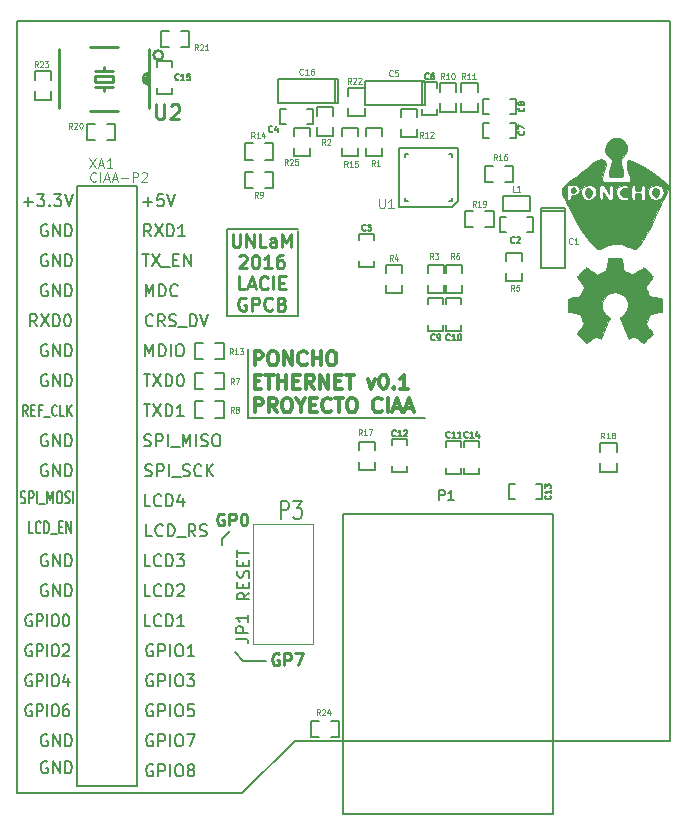
<source format=gbr>
G04 #@! TF.FileFunction,Legend,Top*
%FSLAX46Y46*%
G04 Gerber Fmt 4.6, Leading zero omitted, Abs format (unit mm)*
G04 Created by KiCad (PCBNEW 4.0.2+dfsg1-2~bpo8+1-stable) date lun 17 oct 2016 17:04:15 ART*
%MOMM*%
G01*
G04 APERTURE LIST*
%ADD10C,0.100000*%
%ADD11C,0.200000*%
%ADD12C,0.250000*%
%ADD13C,0.300000*%
%ADD14C,0.150000*%
%ADD15C,0.203200*%
%ADD16C,0.127000*%
%ADD17C,0.000120*%
%ADD18C,0.149860*%
%ADD19C,0.200660*%
%ADD20C,0.002540*%
%ADD21C,0.254000*%
%ADD22C,0.120000*%
%ADD23C,0.170000*%
%ADD24C,0.175000*%
%ADD25C,0.114300*%
%ADD26C,0.119380*%
G04 APERTURE END LIST*
D10*
D11*
X111290000Y-122910000D02*
X112290000Y-122910000D01*
X114944000Y-93769000D02*
X114944000Y-86530000D01*
X108975000Y-93769000D02*
X114944000Y-93769000D01*
X108975000Y-86403000D02*
X108975000Y-93769000D01*
X114944000Y-86403000D02*
X108975000Y-86403000D01*
X110753000Y-102405000D02*
X125739000Y-102405000D01*
X110753000Y-96563000D02*
X110753000Y-102405000D01*
D12*
X109434096Y-86798619D02*
X109434096Y-87689095D01*
X109486477Y-87793857D01*
X109538858Y-87846238D01*
X109643620Y-87898619D01*
X109853143Y-87898619D01*
X109957905Y-87846238D01*
X110010286Y-87793857D01*
X110062667Y-87689095D01*
X110062667Y-86798619D01*
X110586477Y-87898619D02*
X110586477Y-86798619D01*
X111215048Y-87898619D01*
X111215048Y-86798619D01*
X112262667Y-87898619D02*
X111738858Y-87898619D01*
X111738858Y-86798619D01*
X113100762Y-87898619D02*
X113100762Y-87322429D01*
X113048381Y-87217667D01*
X112943619Y-87165286D01*
X112734096Y-87165286D01*
X112629334Y-87217667D01*
X113100762Y-87846238D02*
X112996000Y-87898619D01*
X112734096Y-87898619D01*
X112629334Y-87846238D01*
X112576953Y-87741476D01*
X112576953Y-87636714D01*
X112629334Y-87531952D01*
X112734096Y-87479571D01*
X112996000Y-87479571D01*
X113100762Y-87427190D01*
X113624572Y-87898619D02*
X113624572Y-86798619D01*
X113991238Y-87584333D01*
X114357905Y-86798619D01*
X114357905Y-87898619D01*
X110010286Y-88693381D02*
X110062667Y-88641000D01*
X110167429Y-88588619D01*
X110429333Y-88588619D01*
X110534095Y-88641000D01*
X110586476Y-88693381D01*
X110638857Y-88798143D01*
X110638857Y-88902905D01*
X110586476Y-89060048D01*
X109957905Y-89688619D01*
X110638857Y-89688619D01*
X111319810Y-88588619D02*
X111424571Y-88588619D01*
X111529333Y-88641000D01*
X111581714Y-88693381D01*
X111634095Y-88798143D01*
X111686476Y-89007667D01*
X111686476Y-89269571D01*
X111634095Y-89479095D01*
X111581714Y-89583857D01*
X111529333Y-89636238D01*
X111424571Y-89688619D01*
X111319810Y-89688619D01*
X111215048Y-89636238D01*
X111162667Y-89583857D01*
X111110286Y-89479095D01*
X111057905Y-89269571D01*
X111057905Y-89007667D01*
X111110286Y-88798143D01*
X111162667Y-88693381D01*
X111215048Y-88641000D01*
X111319810Y-88588619D01*
X112734095Y-89688619D02*
X112105524Y-89688619D01*
X112419810Y-89688619D02*
X112419810Y-88588619D01*
X112315048Y-88745762D01*
X112210286Y-88850524D01*
X112105524Y-88902905D01*
X113676952Y-88588619D02*
X113467429Y-88588619D01*
X113362667Y-88641000D01*
X113310286Y-88693381D01*
X113205524Y-88850524D01*
X113153143Y-89060048D01*
X113153143Y-89479095D01*
X113205524Y-89583857D01*
X113257905Y-89636238D01*
X113362667Y-89688619D01*
X113572190Y-89688619D01*
X113676952Y-89636238D01*
X113729333Y-89583857D01*
X113781714Y-89479095D01*
X113781714Y-89217190D01*
X113729333Y-89112429D01*
X113676952Y-89060048D01*
X113572190Y-89007667D01*
X113362667Y-89007667D01*
X113257905Y-89060048D01*
X113205524Y-89112429D01*
X113153143Y-89217190D01*
X110455524Y-91478619D02*
X109931715Y-91478619D01*
X109931715Y-90378619D01*
X110769810Y-91164333D02*
X111293619Y-91164333D01*
X110665048Y-91478619D02*
X111031715Y-90378619D01*
X111398381Y-91478619D01*
X112393619Y-91373857D02*
X112341238Y-91426238D01*
X112184095Y-91478619D01*
X112079333Y-91478619D01*
X111922191Y-91426238D01*
X111817429Y-91321476D01*
X111765048Y-91216714D01*
X111712667Y-91007190D01*
X111712667Y-90850048D01*
X111765048Y-90640524D01*
X111817429Y-90535762D01*
X111922191Y-90431000D01*
X112079333Y-90378619D01*
X112184095Y-90378619D01*
X112341238Y-90431000D01*
X112393619Y-90483381D01*
X112865048Y-91478619D02*
X112865048Y-90378619D01*
X113388858Y-90902429D02*
X113755524Y-90902429D01*
X113912667Y-91478619D02*
X113388858Y-91478619D01*
X113388858Y-90378619D01*
X113912667Y-90378619D01*
X110534095Y-92221000D02*
X110429333Y-92168619D01*
X110272190Y-92168619D01*
X110115048Y-92221000D01*
X110010286Y-92325762D01*
X109957905Y-92430524D01*
X109905524Y-92640048D01*
X109905524Y-92797190D01*
X109957905Y-93006714D01*
X110010286Y-93111476D01*
X110115048Y-93216238D01*
X110272190Y-93268619D01*
X110376952Y-93268619D01*
X110534095Y-93216238D01*
X110586476Y-93163857D01*
X110586476Y-92797190D01*
X110376952Y-92797190D01*
X111057905Y-93268619D02*
X111057905Y-92168619D01*
X111476952Y-92168619D01*
X111581714Y-92221000D01*
X111634095Y-92273381D01*
X111686476Y-92378143D01*
X111686476Y-92535286D01*
X111634095Y-92640048D01*
X111581714Y-92692429D01*
X111476952Y-92744810D01*
X111057905Y-92744810D01*
X112786476Y-93163857D02*
X112734095Y-93216238D01*
X112576952Y-93268619D01*
X112472190Y-93268619D01*
X112315048Y-93216238D01*
X112210286Y-93111476D01*
X112157905Y-93006714D01*
X112105524Y-92797190D01*
X112105524Y-92640048D01*
X112157905Y-92430524D01*
X112210286Y-92325762D01*
X112315048Y-92221000D01*
X112472190Y-92168619D01*
X112576952Y-92168619D01*
X112734095Y-92221000D01*
X112786476Y-92273381D01*
X113624571Y-92692429D02*
X113781714Y-92744810D01*
X113834095Y-92797190D01*
X113886476Y-92901952D01*
X113886476Y-93059095D01*
X113834095Y-93163857D01*
X113781714Y-93216238D01*
X113676952Y-93268619D01*
X113257905Y-93268619D01*
X113257905Y-92168619D01*
X113624571Y-92168619D01*
X113729333Y-92221000D01*
X113781714Y-92273381D01*
X113834095Y-92378143D01*
X113834095Y-92482905D01*
X113781714Y-92587667D01*
X113729333Y-92640048D01*
X113624571Y-92692429D01*
X113257905Y-92692429D01*
D13*
X111292714Y-97919857D02*
X111292714Y-96719857D01*
X111749857Y-96719857D01*
X111864143Y-96777000D01*
X111921286Y-96834143D01*
X111978429Y-96948429D01*
X111978429Y-97119857D01*
X111921286Y-97234143D01*
X111864143Y-97291286D01*
X111749857Y-97348429D01*
X111292714Y-97348429D01*
X112721286Y-96719857D02*
X112949857Y-96719857D01*
X113064143Y-96777000D01*
X113178429Y-96891286D01*
X113235571Y-97119857D01*
X113235571Y-97519857D01*
X113178429Y-97748429D01*
X113064143Y-97862714D01*
X112949857Y-97919857D01*
X112721286Y-97919857D01*
X112607000Y-97862714D01*
X112492714Y-97748429D01*
X112435571Y-97519857D01*
X112435571Y-97119857D01*
X112492714Y-96891286D01*
X112607000Y-96777000D01*
X112721286Y-96719857D01*
X113749857Y-97919857D02*
X113749857Y-96719857D01*
X114435572Y-97919857D01*
X114435572Y-96719857D01*
X115692715Y-97805571D02*
X115635572Y-97862714D01*
X115464143Y-97919857D01*
X115349857Y-97919857D01*
X115178429Y-97862714D01*
X115064143Y-97748429D01*
X115007000Y-97634143D01*
X114949857Y-97405571D01*
X114949857Y-97234143D01*
X115007000Y-97005571D01*
X115064143Y-96891286D01*
X115178429Y-96777000D01*
X115349857Y-96719857D01*
X115464143Y-96719857D01*
X115635572Y-96777000D01*
X115692715Y-96834143D01*
X116207000Y-97919857D02*
X116207000Y-96719857D01*
X116207000Y-97291286D02*
X116892715Y-97291286D01*
X116892715Y-97919857D02*
X116892715Y-96719857D01*
X117692715Y-96719857D02*
X117921286Y-96719857D01*
X118035572Y-96777000D01*
X118149858Y-96891286D01*
X118207000Y-97119857D01*
X118207000Y-97519857D01*
X118149858Y-97748429D01*
X118035572Y-97862714D01*
X117921286Y-97919857D01*
X117692715Y-97919857D01*
X117578429Y-97862714D01*
X117464143Y-97748429D01*
X117407000Y-97519857D01*
X117407000Y-97119857D01*
X117464143Y-96891286D01*
X117578429Y-96777000D01*
X117692715Y-96719857D01*
X111292714Y-99271286D02*
X111692714Y-99271286D01*
X111864143Y-99899857D02*
X111292714Y-99899857D01*
X111292714Y-98699857D01*
X111864143Y-98699857D01*
X112207000Y-98699857D02*
X112892714Y-98699857D01*
X112549857Y-99899857D02*
X112549857Y-98699857D01*
X113292714Y-99899857D02*
X113292714Y-98699857D01*
X113292714Y-99271286D02*
X113978429Y-99271286D01*
X113978429Y-99899857D02*
X113978429Y-98699857D01*
X114549857Y-99271286D02*
X114949857Y-99271286D01*
X115121286Y-99899857D02*
X114549857Y-99899857D01*
X114549857Y-98699857D01*
X115121286Y-98699857D01*
X116321286Y-99899857D02*
X115921286Y-99328429D01*
X115635571Y-99899857D02*
X115635571Y-98699857D01*
X116092714Y-98699857D01*
X116207000Y-98757000D01*
X116264143Y-98814143D01*
X116321286Y-98928429D01*
X116321286Y-99099857D01*
X116264143Y-99214143D01*
X116207000Y-99271286D01*
X116092714Y-99328429D01*
X115635571Y-99328429D01*
X116835571Y-99899857D02*
X116835571Y-98699857D01*
X117521286Y-99899857D01*
X117521286Y-98699857D01*
X118092714Y-99271286D02*
X118492714Y-99271286D01*
X118664143Y-99899857D02*
X118092714Y-99899857D01*
X118092714Y-98699857D01*
X118664143Y-98699857D01*
X119007000Y-98699857D02*
X119692714Y-98699857D01*
X119349857Y-99899857D02*
X119349857Y-98699857D01*
X120892715Y-99099857D02*
X121178429Y-99899857D01*
X121464143Y-99099857D01*
X122149858Y-98699857D02*
X122264143Y-98699857D01*
X122378429Y-98757000D01*
X122435572Y-98814143D01*
X122492715Y-98928429D01*
X122549858Y-99157000D01*
X122549858Y-99442714D01*
X122492715Y-99671286D01*
X122435572Y-99785571D01*
X122378429Y-99842714D01*
X122264143Y-99899857D01*
X122149858Y-99899857D01*
X122035572Y-99842714D01*
X121978429Y-99785571D01*
X121921286Y-99671286D01*
X121864143Y-99442714D01*
X121864143Y-99157000D01*
X121921286Y-98928429D01*
X121978429Y-98814143D01*
X122035572Y-98757000D01*
X122149858Y-98699857D01*
X123064143Y-99785571D02*
X123121286Y-99842714D01*
X123064143Y-99899857D01*
X123007000Y-99842714D01*
X123064143Y-99785571D01*
X123064143Y-99899857D01*
X124264144Y-99899857D02*
X123578429Y-99899857D01*
X123921287Y-99899857D02*
X123921287Y-98699857D01*
X123807001Y-98871286D01*
X123692715Y-98985571D01*
X123578429Y-99042714D01*
X111292714Y-101879857D02*
X111292714Y-100679857D01*
X111749857Y-100679857D01*
X111864143Y-100737000D01*
X111921286Y-100794143D01*
X111978429Y-100908429D01*
X111978429Y-101079857D01*
X111921286Y-101194143D01*
X111864143Y-101251286D01*
X111749857Y-101308429D01*
X111292714Y-101308429D01*
X113178429Y-101879857D02*
X112778429Y-101308429D01*
X112492714Y-101879857D02*
X112492714Y-100679857D01*
X112949857Y-100679857D01*
X113064143Y-100737000D01*
X113121286Y-100794143D01*
X113178429Y-100908429D01*
X113178429Y-101079857D01*
X113121286Y-101194143D01*
X113064143Y-101251286D01*
X112949857Y-101308429D01*
X112492714Y-101308429D01*
X113921286Y-100679857D02*
X114149857Y-100679857D01*
X114264143Y-100737000D01*
X114378429Y-100851286D01*
X114435571Y-101079857D01*
X114435571Y-101479857D01*
X114378429Y-101708429D01*
X114264143Y-101822714D01*
X114149857Y-101879857D01*
X113921286Y-101879857D01*
X113807000Y-101822714D01*
X113692714Y-101708429D01*
X113635571Y-101479857D01*
X113635571Y-101079857D01*
X113692714Y-100851286D01*
X113807000Y-100737000D01*
X113921286Y-100679857D01*
X115178429Y-101308429D02*
X115178429Y-101879857D01*
X114778429Y-100679857D02*
X115178429Y-101308429D01*
X115578429Y-100679857D01*
X115978428Y-101251286D02*
X116378428Y-101251286D01*
X116549857Y-101879857D02*
X115978428Y-101879857D01*
X115978428Y-100679857D01*
X116549857Y-100679857D01*
X117749857Y-101765571D02*
X117692714Y-101822714D01*
X117521285Y-101879857D01*
X117406999Y-101879857D01*
X117235571Y-101822714D01*
X117121285Y-101708429D01*
X117064142Y-101594143D01*
X117006999Y-101365571D01*
X117006999Y-101194143D01*
X117064142Y-100965571D01*
X117121285Y-100851286D01*
X117235571Y-100737000D01*
X117406999Y-100679857D01*
X117521285Y-100679857D01*
X117692714Y-100737000D01*
X117749857Y-100794143D01*
X118092714Y-100679857D02*
X118778428Y-100679857D01*
X118435571Y-101879857D02*
X118435571Y-100679857D01*
X119407000Y-100679857D02*
X119635571Y-100679857D01*
X119749857Y-100737000D01*
X119864143Y-100851286D01*
X119921285Y-101079857D01*
X119921285Y-101479857D01*
X119864143Y-101708429D01*
X119749857Y-101822714D01*
X119635571Y-101879857D01*
X119407000Y-101879857D01*
X119292714Y-101822714D01*
X119178428Y-101708429D01*
X119121285Y-101479857D01*
X119121285Y-101079857D01*
X119178428Y-100851286D01*
X119292714Y-100737000D01*
X119407000Y-100679857D01*
X122035572Y-101765571D02*
X121978429Y-101822714D01*
X121807000Y-101879857D01*
X121692714Y-101879857D01*
X121521286Y-101822714D01*
X121407000Y-101708429D01*
X121349857Y-101594143D01*
X121292714Y-101365571D01*
X121292714Y-101194143D01*
X121349857Y-100965571D01*
X121407000Y-100851286D01*
X121521286Y-100737000D01*
X121692714Y-100679857D01*
X121807000Y-100679857D01*
X121978429Y-100737000D01*
X122035572Y-100794143D01*
X122549857Y-101879857D02*
X122549857Y-100679857D01*
X123064143Y-101537000D02*
X123635572Y-101537000D01*
X122949858Y-101879857D02*
X123349858Y-100679857D01*
X123749858Y-101879857D01*
X124092714Y-101537000D02*
X124664143Y-101537000D01*
X123978429Y-101879857D02*
X124378429Y-100679857D01*
X124778429Y-101879857D01*
D11*
X110290000Y-122910000D02*
X111490000Y-122910000D01*
X109590000Y-122210000D02*
X110290000Y-122910000D01*
X108490000Y-112610000D02*
X108490000Y-113110000D01*
X109190000Y-111910000D02*
X108490000Y-112610000D01*
D14*
X110842381Y-117162381D02*
X110366190Y-117495715D01*
X110842381Y-117733810D02*
X109842381Y-117733810D01*
X109842381Y-117352857D01*
X109890000Y-117257619D01*
X109937619Y-117210000D01*
X110032857Y-117162381D01*
X110175714Y-117162381D01*
X110270952Y-117210000D01*
X110318571Y-117257619D01*
X110366190Y-117352857D01*
X110366190Y-117733810D01*
X110318571Y-116733810D02*
X110318571Y-116400476D01*
X110842381Y-116257619D02*
X110842381Y-116733810D01*
X109842381Y-116733810D01*
X109842381Y-116257619D01*
X110794762Y-115876667D02*
X110842381Y-115733810D01*
X110842381Y-115495714D01*
X110794762Y-115400476D01*
X110747143Y-115352857D01*
X110651905Y-115305238D01*
X110556667Y-115305238D01*
X110461429Y-115352857D01*
X110413810Y-115400476D01*
X110366190Y-115495714D01*
X110318571Y-115686191D01*
X110270952Y-115781429D01*
X110223333Y-115829048D01*
X110128095Y-115876667D01*
X110032857Y-115876667D01*
X109937619Y-115829048D01*
X109890000Y-115781429D01*
X109842381Y-115686191D01*
X109842381Y-115448095D01*
X109890000Y-115305238D01*
X110318571Y-114876667D02*
X110318571Y-114543333D01*
X110842381Y-114400476D02*
X110842381Y-114876667D01*
X109842381Y-114876667D01*
X109842381Y-114400476D01*
X109842381Y-114114762D02*
X109842381Y-113543333D01*
X110842381Y-113829048D02*
X109842381Y-113829048D01*
D12*
X113340715Y-122352000D02*
X113245477Y-122304381D01*
X113102620Y-122304381D01*
X112959762Y-122352000D01*
X112864524Y-122447238D01*
X112816905Y-122542476D01*
X112769286Y-122732952D01*
X112769286Y-122875810D01*
X112816905Y-123066286D01*
X112864524Y-123161524D01*
X112959762Y-123256762D01*
X113102620Y-123304381D01*
X113197858Y-123304381D01*
X113340715Y-123256762D01*
X113388334Y-123209143D01*
X113388334Y-122875810D01*
X113197858Y-122875810D01*
X113816905Y-123304381D02*
X113816905Y-122304381D01*
X114197858Y-122304381D01*
X114293096Y-122352000D01*
X114340715Y-122399619D01*
X114388334Y-122494857D01*
X114388334Y-122637714D01*
X114340715Y-122732952D01*
X114293096Y-122780571D01*
X114197858Y-122828190D01*
X113816905Y-122828190D01*
X114721667Y-122304381D02*
X115388334Y-122304381D01*
X114959762Y-123304381D01*
X108675715Y-110510000D02*
X108580477Y-110462381D01*
X108437620Y-110462381D01*
X108294762Y-110510000D01*
X108199524Y-110605238D01*
X108151905Y-110700476D01*
X108104286Y-110890952D01*
X108104286Y-111033810D01*
X108151905Y-111224286D01*
X108199524Y-111319524D01*
X108294762Y-111414762D01*
X108437620Y-111462381D01*
X108532858Y-111462381D01*
X108675715Y-111414762D01*
X108723334Y-111367143D01*
X108723334Y-111033810D01*
X108532858Y-111033810D01*
X109151905Y-111462381D02*
X109151905Y-110462381D01*
X109532858Y-110462381D01*
X109628096Y-110510000D01*
X109675715Y-110557619D01*
X109723334Y-110652857D01*
X109723334Y-110795714D01*
X109675715Y-110890952D01*
X109628096Y-110938571D01*
X109532858Y-110986190D01*
X109151905Y-110986190D01*
X110342381Y-110462381D02*
X110437620Y-110462381D01*
X110532858Y-110510000D01*
X110580477Y-110557619D01*
X110628096Y-110652857D01*
X110675715Y-110843333D01*
X110675715Y-111081429D01*
X110628096Y-111271905D01*
X110580477Y-111367143D01*
X110532858Y-111414762D01*
X110437620Y-111462381D01*
X110342381Y-111462381D01*
X110247143Y-111414762D01*
X110199524Y-111367143D01*
X110151905Y-111271905D01*
X110104286Y-111081429D01*
X110104286Y-110843333D01*
X110151905Y-110652857D01*
X110199524Y-110557619D01*
X110247143Y-110510000D01*
X110342381Y-110462381D01*
D14*
X91195000Y-68750000D02*
X91195000Y-134155000D01*
X146440000Y-68750000D02*
X91195000Y-68750000D01*
X146440000Y-129710000D02*
X146440000Y-68750000D01*
X114690000Y-129710000D02*
X146440000Y-129710000D01*
X110245000Y-134155000D02*
X114690000Y-129710000D01*
X91195000Y-134155000D02*
X110245000Y-134155000D01*
X96275000Y-83990000D02*
X96275000Y-82720000D01*
X96275000Y-82720000D02*
X101355000Y-82720000D01*
X101355000Y-82720000D02*
X101355000Y-133520000D01*
X101355000Y-133520000D02*
X96275000Y-133520000D01*
X96275000Y-133520000D02*
X96275000Y-83990000D01*
D15*
X136525000Y-110490000D02*
X118745000Y-110490000D01*
X136525000Y-135890000D02*
X136525000Y-110490000D01*
X118745000Y-135890000D02*
X118745000Y-110490000D01*
X136525000Y-135890000D02*
X118745000Y-135890000D01*
D16*
X134629000Y-84879000D02*
X132343000Y-84879000D01*
X132343000Y-84879000D02*
X132343000Y-83609000D01*
X132343000Y-83609000D02*
X134629000Y-83609000D01*
X134629000Y-83609000D02*
X134629000Y-84879000D01*
D17*
X116205000Y-121539000D02*
X116205000Y-111379000D01*
X116205000Y-111379000D02*
X111125000Y-111379000D01*
X111125000Y-111379000D02*
X111125000Y-121539000D01*
X111125000Y-121539000D02*
X116205000Y-121539000D01*
D16*
X122110500Y-78493620D02*
X122110500Y-77787500D01*
X122110500Y-77787500D02*
X120713500Y-77787500D01*
X120713500Y-77787500D02*
X120713500Y-78493620D01*
X122110500Y-80200500D02*
X122110500Y-79494380D01*
X122110500Y-80200500D02*
X120713500Y-80200500D01*
X120713500Y-80200500D02*
X120713500Y-79494380D01*
X116531500Y-77759380D02*
X116531500Y-78465500D01*
X116531500Y-78465500D02*
X117928500Y-78465500D01*
X117928500Y-78465500D02*
X117928500Y-77759380D01*
X116531500Y-76052500D02*
X116531500Y-76758620D01*
X116531500Y-76052500D02*
X117928500Y-76052500D01*
X117928500Y-76052500D02*
X117928500Y-76758620D01*
X125929500Y-91094380D02*
X125929500Y-91800500D01*
X125929500Y-91800500D02*
X127326500Y-91800500D01*
X127326500Y-91800500D02*
X127326500Y-91094380D01*
X125929500Y-89387500D02*
X125929500Y-90093620D01*
X125929500Y-89387500D02*
X127326500Y-89387500D01*
X127326500Y-89387500D02*
X127326500Y-90093620D01*
X122373500Y-91094380D02*
X122373500Y-91800500D01*
X122373500Y-91800500D02*
X123770500Y-91800500D01*
X123770500Y-91800500D02*
X123770500Y-91094380D01*
X122373500Y-89387500D02*
X122373500Y-90093620D01*
X122373500Y-89387500D02*
X123770500Y-89387500D01*
X123770500Y-89387500D02*
X123770500Y-90093620D01*
X132533500Y-90078380D02*
X132533500Y-90784500D01*
X132533500Y-90784500D02*
X133930500Y-90784500D01*
X133930500Y-90784500D02*
X133930500Y-90078380D01*
X132533500Y-88371500D02*
X132533500Y-89077620D01*
X132533500Y-88371500D02*
X133930500Y-88371500D01*
X133930500Y-88371500D02*
X133930500Y-89077620D01*
X127453500Y-91094380D02*
X127453500Y-91800500D01*
X127453500Y-91800500D02*
X128850500Y-91800500D01*
X128850500Y-91800500D02*
X128850500Y-91094380D01*
X127453500Y-89387500D02*
X127453500Y-90093620D01*
X127453500Y-89387500D02*
X128850500Y-89387500D01*
X128850500Y-89387500D02*
X128850500Y-90093620D01*
X106950620Y-98531500D02*
X106244500Y-98531500D01*
X106244500Y-98531500D02*
X106244500Y-99928500D01*
X106244500Y-99928500D02*
X106950620Y-99928500D01*
X108657500Y-98531500D02*
X107951380Y-98531500D01*
X108657500Y-98531500D02*
X108657500Y-99928500D01*
X108657500Y-99928500D02*
X107951380Y-99928500D01*
X106950620Y-100944500D02*
X106244500Y-100944500D01*
X106244500Y-100944500D02*
X106244500Y-102341500D01*
X106244500Y-102341500D02*
X106950620Y-102341500D01*
X108657500Y-100944500D02*
X107951380Y-100944500D01*
X108657500Y-100944500D02*
X108657500Y-102341500D01*
X108657500Y-102341500D02*
X107951380Y-102341500D01*
X111141620Y-81513500D02*
X110435500Y-81513500D01*
X110435500Y-81513500D02*
X110435500Y-82910500D01*
X110435500Y-82910500D02*
X111141620Y-82910500D01*
X112848500Y-81513500D02*
X112142380Y-81513500D01*
X112848500Y-81513500D02*
X112848500Y-82910500D01*
X112848500Y-82910500D02*
X112142380Y-82910500D01*
X128342500Y-74726620D02*
X128342500Y-74020500D01*
X128342500Y-74020500D02*
X126945500Y-74020500D01*
X126945500Y-74020500D02*
X126945500Y-74726620D01*
X128342500Y-76433500D02*
X128342500Y-75727380D01*
X128342500Y-76433500D02*
X126945500Y-76433500D01*
X126945500Y-76433500D02*
X126945500Y-75727380D01*
X130184000Y-74726620D02*
X130184000Y-74020500D01*
X130184000Y-74020500D02*
X128787000Y-74020500D01*
X128787000Y-74020500D02*
X128787000Y-74726620D01*
X130184000Y-76433500D02*
X130184000Y-75727380D01*
X130184000Y-76433500D02*
X128787000Y-76433500D01*
X128787000Y-76433500D02*
X128787000Y-75727380D01*
X125040500Y-76885620D02*
X125040500Y-76179500D01*
X125040500Y-76179500D02*
X123643500Y-76179500D01*
X123643500Y-76179500D02*
X123643500Y-76885620D01*
X125040500Y-78592500D02*
X125040500Y-77886380D01*
X125040500Y-78592500D02*
X123643500Y-78592500D01*
X123643500Y-78592500D02*
X123643500Y-77886380D01*
X106950620Y-95991500D02*
X106244500Y-95991500D01*
X106244500Y-95991500D02*
X106244500Y-97388500D01*
X106244500Y-97388500D02*
X106950620Y-97388500D01*
X108657500Y-95991500D02*
X107951380Y-95991500D01*
X108657500Y-95991500D02*
X108657500Y-97388500D01*
X108657500Y-97388500D02*
X107951380Y-97388500D01*
X111141620Y-79100500D02*
X110435500Y-79100500D01*
X110435500Y-79100500D02*
X110435500Y-80497500D01*
X110435500Y-80497500D02*
X111141620Y-80497500D01*
X112848500Y-79100500D02*
X112142380Y-79100500D01*
X112848500Y-79100500D02*
X112848500Y-80497500D01*
X112848500Y-80497500D02*
X112142380Y-80497500D01*
X120078500Y-78493620D02*
X120078500Y-77787500D01*
X120078500Y-77787500D02*
X118681500Y-77787500D01*
X118681500Y-77787500D02*
X118681500Y-78493620D01*
X120078500Y-80200500D02*
X120078500Y-79494380D01*
X120078500Y-80200500D02*
X118681500Y-80200500D01*
X118681500Y-80200500D02*
X118681500Y-79494380D01*
X132462380Y-82402500D02*
X133168500Y-82402500D01*
X133168500Y-82402500D02*
X133168500Y-81005500D01*
X133168500Y-81005500D02*
X132462380Y-81005500D01*
X130755500Y-82402500D02*
X131461620Y-82402500D01*
X130755500Y-82402500D02*
X130755500Y-81005500D01*
X130755500Y-81005500D02*
X131461620Y-81005500D01*
X121484500Y-105079620D02*
X121484500Y-104373500D01*
X121484500Y-104373500D02*
X120087500Y-104373500D01*
X120087500Y-104373500D02*
X120087500Y-105079620D01*
X121484500Y-106786500D02*
X121484500Y-106080380D01*
X121484500Y-106786500D02*
X120087500Y-106786500D01*
X120087500Y-106786500D02*
X120087500Y-106080380D01*
X140534500Y-106207380D02*
X140534500Y-106913500D01*
X140534500Y-106913500D02*
X141931500Y-106913500D01*
X141931500Y-106913500D02*
X141931500Y-106207380D01*
X140534500Y-104500500D02*
X140534500Y-105206620D01*
X140534500Y-104500500D02*
X141931500Y-104500500D01*
X141931500Y-104500500D02*
X141931500Y-105206620D01*
X129810620Y-84815500D02*
X129104500Y-84815500D01*
X129104500Y-84815500D02*
X129104500Y-86212500D01*
X129104500Y-86212500D02*
X129810620Y-86212500D01*
X131517500Y-84815500D02*
X130811380Y-84815500D01*
X131517500Y-84815500D02*
X131517500Y-86212500D01*
X131517500Y-86212500D02*
X130811380Y-86212500D01*
X97789620Y-77461500D02*
X97083500Y-77461500D01*
X97083500Y-77461500D02*
X97083500Y-78858500D01*
X97083500Y-78858500D02*
X97789620Y-78858500D01*
X99496500Y-77461500D02*
X98790380Y-77461500D01*
X99496500Y-77461500D02*
X99496500Y-78858500D01*
X99496500Y-78858500D02*
X98790380Y-78858500D01*
X104029620Y-69575500D02*
X103323500Y-69575500D01*
X103323500Y-69575500D02*
X103323500Y-70972500D01*
X103323500Y-70972500D02*
X104029620Y-70972500D01*
X105736500Y-69575500D02*
X105030380Y-69575500D01*
X105736500Y-69575500D02*
X105736500Y-70972500D01*
X105736500Y-70972500D02*
X105030380Y-70972500D01*
X120595500Y-75107620D02*
X120595500Y-74401500D01*
X120595500Y-74401500D02*
X119198500Y-74401500D01*
X119198500Y-74401500D02*
X119198500Y-75107620D01*
X120595500Y-76814500D02*
X120595500Y-76108380D01*
X120595500Y-76814500D02*
X119198500Y-76814500D01*
X119198500Y-76814500D02*
X119198500Y-76108380D01*
X94052500Y-73710620D02*
X94052500Y-73004500D01*
X94052500Y-73004500D02*
X92655500Y-73004500D01*
X92655500Y-73004500D02*
X92655500Y-73710620D01*
X94052500Y-75417500D02*
X94052500Y-74711380D01*
X94052500Y-75417500D02*
X92655500Y-75417500D01*
X92655500Y-75417500D02*
X92655500Y-74711380D01*
X117730380Y-129392500D02*
X118436500Y-129392500D01*
X118436500Y-129392500D02*
X118436500Y-127995500D01*
X118436500Y-127995500D02*
X117730380Y-127995500D01*
X116023500Y-129392500D02*
X116729620Y-129392500D01*
X116023500Y-129392500D02*
X116023500Y-127995500D01*
X116023500Y-127995500D02*
X116729620Y-127995500D01*
D18*
X127991360Y-84489200D02*
X123510800Y-84489200D01*
X128489200Y-83991360D02*
X128489200Y-79510800D01*
X128489200Y-83991360D02*
X127991360Y-84489200D01*
D19*
X127991360Y-83742440D02*
X127991360Y-83991360D01*
X127991360Y-83991360D02*
X127742440Y-83991360D01*
X127742440Y-80008640D02*
X127991360Y-80008640D01*
X127991360Y-80008640D02*
X127991360Y-80257560D01*
X124008640Y-80257560D02*
X124008640Y-80008640D01*
X124008640Y-80008640D02*
X124257560Y-80008640D01*
X124257560Y-83991360D02*
X124008640Y-83991360D01*
X124008640Y-83991360D02*
X124008640Y-83742440D01*
D18*
X123510800Y-79510800D02*
X128489200Y-79510800D01*
X123510800Y-84489200D02*
X123510800Y-79510800D01*
D20*
G36*
X139366840Y-96001560D02*
X139407480Y-95981240D01*
X139501460Y-95922820D01*
X139636080Y-95833920D01*
X139793560Y-95729780D01*
X139951040Y-95620560D01*
X140080580Y-95534200D01*
X140172020Y-95475780D01*
X140210120Y-95455460D01*
X140230440Y-95460540D01*
X140306640Y-95498640D01*
X140415860Y-95554520D01*
X140479360Y-95587540D01*
X140578420Y-95630720D01*
X140629220Y-95640880D01*
X140636840Y-95625640D01*
X140674940Y-95549440D01*
X140730820Y-95417360D01*
X140807020Y-95244640D01*
X140893380Y-95041440D01*
X140987360Y-94823000D01*
X141078800Y-94599480D01*
X141167700Y-94386120D01*
X141246440Y-94195620D01*
X141309940Y-94040680D01*
X141350580Y-93931460D01*
X141365820Y-93885740D01*
X141360740Y-93875580D01*
X141309940Y-93827320D01*
X141223580Y-93761280D01*
X141033080Y-93606340D01*
X140847660Y-93372660D01*
X140733360Y-93108500D01*
X140695260Y-92813860D01*
X140728280Y-92542080D01*
X140834960Y-92280460D01*
X141017840Y-92044240D01*
X141238820Y-91868980D01*
X141497900Y-91757220D01*
X141790000Y-91721660D01*
X142069400Y-91752140D01*
X142336100Y-91858820D01*
X142572320Y-92039160D01*
X142671380Y-92153460D01*
X142808540Y-92392220D01*
X142887280Y-92648760D01*
X142894900Y-92712260D01*
X142884740Y-92994200D01*
X142800920Y-93263440D01*
X142653600Y-93504740D01*
X142447860Y-93700320D01*
X142419920Y-93720640D01*
X142325940Y-93791760D01*
X142262440Y-93840020D01*
X142211640Y-93880660D01*
X142569780Y-94741720D01*
X142625660Y-94878880D01*
X142724720Y-95115100D01*
X142811080Y-95318300D01*
X142879660Y-95478320D01*
X142927920Y-95587540D01*
X142948240Y-95630720D01*
X142950780Y-95633260D01*
X142981260Y-95638340D01*
X143047300Y-95612940D01*
X143166680Y-95554520D01*
X143247960Y-95513880D01*
X143339400Y-95470700D01*
X143380040Y-95455460D01*
X143415600Y-95473240D01*
X143501960Y-95531660D01*
X143631500Y-95615480D01*
X143783900Y-95719620D01*
X143931220Y-95821220D01*
X144065840Y-95910120D01*
X144164900Y-95971080D01*
X144213160Y-95999020D01*
X144220780Y-95999020D01*
X144261420Y-95973620D01*
X144340160Y-95910120D01*
X144457000Y-95798360D01*
X144622100Y-95635800D01*
X144647500Y-95610400D01*
X144784660Y-95470700D01*
X144896420Y-95353860D01*
X144970080Y-95272580D01*
X144995480Y-95234480D01*
X144995480Y-95234480D01*
X144972620Y-95186220D01*
X144909120Y-95089700D01*
X144820220Y-94952540D01*
X144711000Y-94792520D01*
X144426520Y-94378500D01*
X144584000Y-93987340D01*
X144632260Y-93867960D01*
X144693220Y-93723180D01*
X144736400Y-93619040D01*
X144761800Y-93573320D01*
X144802440Y-93558080D01*
X144911660Y-93532680D01*
X145066600Y-93499660D01*
X145249480Y-93466640D01*
X145427280Y-93433620D01*
X145587300Y-93403140D01*
X145701600Y-93380280D01*
X145752400Y-93370120D01*
X145765100Y-93362500D01*
X145775260Y-93337100D01*
X145782880Y-93283760D01*
X145785420Y-93187240D01*
X145787960Y-93034840D01*
X145787960Y-92813860D01*
X145787960Y-92791000D01*
X145785420Y-92580180D01*
X145782880Y-92412540D01*
X145777800Y-92303320D01*
X145770180Y-92260140D01*
X145770180Y-92260140D01*
X145719380Y-92247440D01*
X145607620Y-92224580D01*
X145447600Y-92191560D01*
X145257100Y-92156000D01*
X145246940Y-92153460D01*
X145056440Y-92117900D01*
X144898960Y-92084880D01*
X144787200Y-92059480D01*
X144741480Y-92044240D01*
X144731320Y-92031540D01*
X144693220Y-91957880D01*
X144637340Y-91841040D01*
X144576380Y-91696260D01*
X144512880Y-91548940D01*
X144459540Y-91414320D01*
X144423980Y-91315260D01*
X144413820Y-91269540D01*
X144413820Y-91269540D01*
X144441760Y-91223820D01*
X144507800Y-91124760D01*
X144599240Y-90990140D01*
X144711000Y-90827580D01*
X144718620Y-90814880D01*
X144827840Y-90654860D01*
X144916740Y-90520240D01*
X144975160Y-90423720D01*
X144995480Y-90380540D01*
X144995480Y-90378000D01*
X144959920Y-90329740D01*
X144878640Y-90240840D01*
X144761800Y-90118920D01*
X144622100Y-89976680D01*
X144576380Y-89933500D01*
X144421440Y-89781100D01*
X144314760Y-89682040D01*
X144246180Y-89628700D01*
X144213160Y-89616000D01*
X144213160Y-89618540D01*
X144164900Y-89646480D01*
X144063300Y-89712520D01*
X143926140Y-89806500D01*
X143763580Y-89915720D01*
X143753420Y-89923340D01*
X143593400Y-90032560D01*
X143461320Y-90121460D01*
X143364800Y-90184960D01*
X143324160Y-90210360D01*
X143316540Y-90210360D01*
X143253040Y-90190040D01*
X143138740Y-90151940D01*
X142999040Y-90096060D01*
X142851720Y-90037640D01*
X142717100Y-89981760D01*
X142615500Y-89933500D01*
X142567240Y-89908100D01*
X142567240Y-89905560D01*
X142549460Y-89847140D01*
X142521520Y-89727760D01*
X142488500Y-89562660D01*
X142450400Y-89367080D01*
X142445320Y-89336600D01*
X142409760Y-89146100D01*
X142379280Y-88988620D01*
X142356420Y-88879400D01*
X142343720Y-88833680D01*
X142318320Y-88828600D01*
X142224340Y-88820980D01*
X142082100Y-88818440D01*
X141909380Y-88815900D01*
X141729040Y-88818440D01*
X141553780Y-88820980D01*
X141401380Y-88826060D01*
X141294700Y-88833680D01*
X141248980Y-88843840D01*
X141246440Y-88846380D01*
X141231200Y-88904800D01*
X141205800Y-89024180D01*
X141170240Y-89189280D01*
X141132140Y-89387400D01*
X141127060Y-89420420D01*
X141091500Y-89610920D01*
X141058480Y-89765860D01*
X141035620Y-89875080D01*
X141022920Y-89915720D01*
X141007680Y-89925880D01*
X140928940Y-89958900D01*
X140801940Y-90012240D01*
X140641920Y-90075740D01*
X140276160Y-90225600D01*
X139829120Y-89915720D01*
X139785940Y-89887780D01*
X139625920Y-89778560D01*
X139491300Y-89689660D01*
X139399860Y-89631240D01*
X139361760Y-89608380D01*
X139359220Y-89610920D01*
X139313500Y-89649020D01*
X139224600Y-89732840D01*
X139102680Y-89852220D01*
X138962980Y-89991920D01*
X138858840Y-90096060D01*
X138734380Y-90223060D01*
X138655640Y-90306880D01*
X138612460Y-90362760D01*
X138597220Y-90395780D01*
X138602300Y-90416100D01*
X138630240Y-90461820D01*
X138696280Y-90560880D01*
X138787720Y-90698040D01*
X138896940Y-90855520D01*
X138988380Y-90990140D01*
X139084900Y-91140000D01*
X139148400Y-91246680D01*
X139171260Y-91300020D01*
X139166180Y-91322880D01*
X139133160Y-91409240D01*
X139079820Y-91543860D01*
X139013780Y-91701340D01*
X138856300Y-92056940D01*
X138622620Y-92100120D01*
X138482920Y-92128060D01*
X138284800Y-92166160D01*
X138096840Y-92201720D01*
X137802200Y-92260140D01*
X137792040Y-93342180D01*
X137837760Y-93362500D01*
X137880940Y-93375200D01*
X137990160Y-93398060D01*
X138145100Y-93428540D01*
X138330520Y-93464100D01*
X138485460Y-93494580D01*
X138645480Y-93522520D01*
X138757240Y-93545380D01*
X138808040Y-93555540D01*
X138820740Y-93573320D01*
X138861380Y-93649520D01*
X138917260Y-93771440D01*
X138978220Y-93918760D01*
X139041720Y-94068620D01*
X139097600Y-94208320D01*
X139138240Y-94315000D01*
X139150940Y-94370880D01*
X139130620Y-94414060D01*
X139069660Y-94505500D01*
X138983300Y-94637580D01*
X138876620Y-94795060D01*
X138767400Y-94952540D01*
X138678500Y-95087160D01*
X138615000Y-95183680D01*
X138589600Y-95226860D01*
X138602300Y-95257340D01*
X138663260Y-95333540D01*
X138782640Y-95455460D01*
X138957900Y-95630720D01*
X138988380Y-95658660D01*
X139128080Y-95793280D01*
X139247460Y-95902500D01*
X139328740Y-95976160D01*
X139366840Y-96001560D01*
X139366840Y-96001560D01*
G37*
X139366840Y-96001560D02*
X139407480Y-95981240D01*
X139501460Y-95922820D01*
X139636080Y-95833920D01*
X139793560Y-95729780D01*
X139951040Y-95620560D01*
X140080580Y-95534200D01*
X140172020Y-95475780D01*
X140210120Y-95455460D01*
X140230440Y-95460540D01*
X140306640Y-95498640D01*
X140415860Y-95554520D01*
X140479360Y-95587540D01*
X140578420Y-95630720D01*
X140629220Y-95640880D01*
X140636840Y-95625640D01*
X140674940Y-95549440D01*
X140730820Y-95417360D01*
X140807020Y-95244640D01*
X140893380Y-95041440D01*
X140987360Y-94823000D01*
X141078800Y-94599480D01*
X141167700Y-94386120D01*
X141246440Y-94195620D01*
X141309940Y-94040680D01*
X141350580Y-93931460D01*
X141365820Y-93885740D01*
X141360740Y-93875580D01*
X141309940Y-93827320D01*
X141223580Y-93761280D01*
X141033080Y-93606340D01*
X140847660Y-93372660D01*
X140733360Y-93108500D01*
X140695260Y-92813860D01*
X140728280Y-92542080D01*
X140834960Y-92280460D01*
X141017840Y-92044240D01*
X141238820Y-91868980D01*
X141497900Y-91757220D01*
X141790000Y-91721660D01*
X142069400Y-91752140D01*
X142336100Y-91858820D01*
X142572320Y-92039160D01*
X142671380Y-92153460D01*
X142808540Y-92392220D01*
X142887280Y-92648760D01*
X142894900Y-92712260D01*
X142884740Y-92994200D01*
X142800920Y-93263440D01*
X142653600Y-93504740D01*
X142447860Y-93700320D01*
X142419920Y-93720640D01*
X142325940Y-93791760D01*
X142262440Y-93840020D01*
X142211640Y-93880660D01*
X142569780Y-94741720D01*
X142625660Y-94878880D01*
X142724720Y-95115100D01*
X142811080Y-95318300D01*
X142879660Y-95478320D01*
X142927920Y-95587540D01*
X142948240Y-95630720D01*
X142950780Y-95633260D01*
X142981260Y-95638340D01*
X143047300Y-95612940D01*
X143166680Y-95554520D01*
X143247960Y-95513880D01*
X143339400Y-95470700D01*
X143380040Y-95455460D01*
X143415600Y-95473240D01*
X143501960Y-95531660D01*
X143631500Y-95615480D01*
X143783900Y-95719620D01*
X143931220Y-95821220D01*
X144065840Y-95910120D01*
X144164900Y-95971080D01*
X144213160Y-95999020D01*
X144220780Y-95999020D01*
X144261420Y-95973620D01*
X144340160Y-95910120D01*
X144457000Y-95798360D01*
X144622100Y-95635800D01*
X144647500Y-95610400D01*
X144784660Y-95470700D01*
X144896420Y-95353860D01*
X144970080Y-95272580D01*
X144995480Y-95234480D01*
X144995480Y-95234480D01*
X144972620Y-95186220D01*
X144909120Y-95089700D01*
X144820220Y-94952540D01*
X144711000Y-94792520D01*
X144426520Y-94378500D01*
X144584000Y-93987340D01*
X144632260Y-93867960D01*
X144693220Y-93723180D01*
X144736400Y-93619040D01*
X144761800Y-93573320D01*
X144802440Y-93558080D01*
X144911660Y-93532680D01*
X145066600Y-93499660D01*
X145249480Y-93466640D01*
X145427280Y-93433620D01*
X145587300Y-93403140D01*
X145701600Y-93380280D01*
X145752400Y-93370120D01*
X145765100Y-93362500D01*
X145775260Y-93337100D01*
X145782880Y-93283760D01*
X145785420Y-93187240D01*
X145787960Y-93034840D01*
X145787960Y-92813860D01*
X145787960Y-92791000D01*
X145785420Y-92580180D01*
X145782880Y-92412540D01*
X145777800Y-92303320D01*
X145770180Y-92260140D01*
X145770180Y-92260140D01*
X145719380Y-92247440D01*
X145607620Y-92224580D01*
X145447600Y-92191560D01*
X145257100Y-92156000D01*
X145246940Y-92153460D01*
X145056440Y-92117900D01*
X144898960Y-92084880D01*
X144787200Y-92059480D01*
X144741480Y-92044240D01*
X144731320Y-92031540D01*
X144693220Y-91957880D01*
X144637340Y-91841040D01*
X144576380Y-91696260D01*
X144512880Y-91548940D01*
X144459540Y-91414320D01*
X144423980Y-91315260D01*
X144413820Y-91269540D01*
X144413820Y-91269540D01*
X144441760Y-91223820D01*
X144507800Y-91124760D01*
X144599240Y-90990140D01*
X144711000Y-90827580D01*
X144718620Y-90814880D01*
X144827840Y-90654860D01*
X144916740Y-90520240D01*
X144975160Y-90423720D01*
X144995480Y-90380540D01*
X144995480Y-90378000D01*
X144959920Y-90329740D01*
X144878640Y-90240840D01*
X144761800Y-90118920D01*
X144622100Y-89976680D01*
X144576380Y-89933500D01*
X144421440Y-89781100D01*
X144314760Y-89682040D01*
X144246180Y-89628700D01*
X144213160Y-89616000D01*
X144213160Y-89618540D01*
X144164900Y-89646480D01*
X144063300Y-89712520D01*
X143926140Y-89806500D01*
X143763580Y-89915720D01*
X143753420Y-89923340D01*
X143593400Y-90032560D01*
X143461320Y-90121460D01*
X143364800Y-90184960D01*
X143324160Y-90210360D01*
X143316540Y-90210360D01*
X143253040Y-90190040D01*
X143138740Y-90151940D01*
X142999040Y-90096060D01*
X142851720Y-90037640D01*
X142717100Y-89981760D01*
X142615500Y-89933500D01*
X142567240Y-89908100D01*
X142567240Y-89905560D01*
X142549460Y-89847140D01*
X142521520Y-89727760D01*
X142488500Y-89562660D01*
X142450400Y-89367080D01*
X142445320Y-89336600D01*
X142409760Y-89146100D01*
X142379280Y-88988620D01*
X142356420Y-88879400D01*
X142343720Y-88833680D01*
X142318320Y-88828600D01*
X142224340Y-88820980D01*
X142082100Y-88818440D01*
X141909380Y-88815900D01*
X141729040Y-88818440D01*
X141553780Y-88820980D01*
X141401380Y-88826060D01*
X141294700Y-88833680D01*
X141248980Y-88843840D01*
X141246440Y-88846380D01*
X141231200Y-88904800D01*
X141205800Y-89024180D01*
X141170240Y-89189280D01*
X141132140Y-89387400D01*
X141127060Y-89420420D01*
X141091500Y-89610920D01*
X141058480Y-89765860D01*
X141035620Y-89875080D01*
X141022920Y-89915720D01*
X141007680Y-89925880D01*
X140928940Y-89958900D01*
X140801940Y-90012240D01*
X140641920Y-90075740D01*
X140276160Y-90225600D01*
X139829120Y-89915720D01*
X139785940Y-89887780D01*
X139625920Y-89778560D01*
X139491300Y-89689660D01*
X139399860Y-89631240D01*
X139361760Y-89608380D01*
X139359220Y-89610920D01*
X139313500Y-89649020D01*
X139224600Y-89732840D01*
X139102680Y-89852220D01*
X138962980Y-89991920D01*
X138858840Y-90096060D01*
X138734380Y-90223060D01*
X138655640Y-90306880D01*
X138612460Y-90362760D01*
X138597220Y-90395780D01*
X138602300Y-90416100D01*
X138630240Y-90461820D01*
X138696280Y-90560880D01*
X138787720Y-90698040D01*
X138896940Y-90855520D01*
X138988380Y-90990140D01*
X139084900Y-91140000D01*
X139148400Y-91246680D01*
X139171260Y-91300020D01*
X139166180Y-91322880D01*
X139133160Y-91409240D01*
X139079820Y-91543860D01*
X139013780Y-91701340D01*
X138856300Y-92056940D01*
X138622620Y-92100120D01*
X138482920Y-92128060D01*
X138284800Y-92166160D01*
X138096840Y-92201720D01*
X137802200Y-92260140D01*
X137792040Y-93342180D01*
X137837760Y-93362500D01*
X137880940Y-93375200D01*
X137990160Y-93398060D01*
X138145100Y-93428540D01*
X138330520Y-93464100D01*
X138485460Y-93494580D01*
X138645480Y-93522520D01*
X138757240Y-93545380D01*
X138808040Y-93555540D01*
X138820740Y-93573320D01*
X138861380Y-93649520D01*
X138917260Y-93771440D01*
X138978220Y-93918760D01*
X139041720Y-94068620D01*
X139097600Y-94208320D01*
X139138240Y-94315000D01*
X139150940Y-94370880D01*
X139130620Y-94414060D01*
X139069660Y-94505500D01*
X138983300Y-94637580D01*
X138876620Y-94795060D01*
X138767400Y-94952540D01*
X138678500Y-95087160D01*
X138615000Y-95183680D01*
X138589600Y-95226860D01*
X138602300Y-95257340D01*
X138663260Y-95333540D01*
X138782640Y-95455460D01*
X138957900Y-95630720D01*
X138988380Y-95658660D01*
X139128080Y-95793280D01*
X139247460Y-95902500D01*
X139328740Y-95976160D01*
X139366840Y-96001560D01*
D10*
G36*
X146325714Y-82782979D02*
X146288746Y-82989891D01*
X146195012Y-83274800D01*
X146070272Y-83572897D01*
X145940281Y-83819374D01*
X145913376Y-83857413D01*
X145913376Y-83286299D01*
X145848326Y-82973062D01*
X145659112Y-82765622D01*
X145354639Y-82672329D01*
X145253636Y-82667792D01*
X144919516Y-82728777D01*
X144698248Y-82906165D01*
X144598734Y-83191608D01*
X144593896Y-83286299D01*
X144658946Y-83599536D01*
X144848159Y-83806975D01*
X145152633Y-83900269D01*
X145253636Y-83904805D01*
X145587606Y-83846492D01*
X145748441Y-83739870D01*
X145882315Y-83502030D01*
X145913376Y-83286299D01*
X145913376Y-83857413D01*
X145879856Y-83904805D01*
X145803749Y-84031925D01*
X145685220Y-84271365D01*
X145543792Y-84582585D01*
X145462876Y-84770714D01*
X145211635Y-85339272D01*
X144939718Y-85906808D01*
X144659494Y-86451693D01*
X144383334Y-86952296D01*
X144346493Y-87013955D01*
X144346493Y-83286299D01*
X144342598Y-82970064D01*
X144324834Y-82784516D01*
X144284089Y-82695476D01*
X144211247Y-82668762D01*
X144181558Y-82667792D01*
X144060831Y-82706671D01*
X144018325Y-82851331D01*
X144016623Y-82915195D01*
X143996189Y-83090430D01*
X143899798Y-83155018D01*
X143769220Y-83162598D01*
X143593985Y-83142163D01*
X143529397Y-83045773D01*
X143521818Y-82915195D01*
X143495898Y-82734104D01*
X143399459Y-82670345D01*
X143356883Y-82667792D01*
X143272553Y-82682401D01*
X143223074Y-82749012D01*
X143199330Y-82901807D01*
X143192206Y-83174964D01*
X143191948Y-83286299D01*
X143195843Y-83602533D01*
X143213606Y-83788081D01*
X143254351Y-83877122D01*
X143327193Y-83903835D01*
X143356883Y-83904805D01*
X143470559Y-83872518D01*
X143516426Y-83746472D01*
X143521818Y-83616169D01*
X143535609Y-83422245D01*
X143605564Y-83342706D01*
X143769220Y-83327533D01*
X143935441Y-83343623D01*
X144003617Y-83425237D01*
X144016623Y-83616169D01*
X144035073Y-83815103D01*
X144107099Y-83895370D01*
X144181558Y-83904805D01*
X144265887Y-83890197D01*
X144315367Y-83823586D01*
X144339111Y-83670791D01*
X144346234Y-83397634D01*
X144346493Y-83286299D01*
X144346493Y-87013955D01*
X144123610Y-87386986D01*
X143892692Y-87734132D01*
X143702952Y-87972103D01*
X143571691Y-88077512D01*
X143450102Y-88064002D01*
X143228445Y-87990892D01*
X142953465Y-87873746D01*
X142944545Y-87869546D01*
X142944545Y-83771490D01*
X142900706Y-83678405D01*
X142746623Y-83676159D01*
X142728776Y-83679422D01*
X142507011Y-83653945D01*
X142313128Y-83525310D01*
X142207755Y-83338790D01*
X142202337Y-83286299D01*
X142274303Y-83091398D01*
X142448393Y-82937991D01*
X142661896Y-82873309D01*
X142739632Y-82881645D01*
X142895982Y-82894616D01*
X142944279Y-82812533D01*
X142944545Y-82800434D01*
X142904247Y-82714720D01*
X142760303Y-82674936D01*
X142573441Y-82667792D01*
X142219195Y-82722653D01*
X141988088Y-82886882D01*
X141880717Y-83159956D01*
X141872467Y-83286299D01*
X141934642Y-83598869D01*
X142120769Y-83802787D01*
X142430252Y-83897526D01*
X142573441Y-83904805D01*
X142812962Y-83890515D01*
X142924243Y-83839291D01*
X142944545Y-83771490D01*
X142944545Y-87869546D01*
X142938315Y-87866614D01*
X142382041Y-87666938D01*
X141851238Y-87617886D01*
X141625065Y-87659843D01*
X141625065Y-83286299D01*
X141621169Y-82970064D01*
X141603406Y-82784516D01*
X141562661Y-82695476D01*
X141489819Y-82668762D01*
X141460129Y-82667792D01*
X141354651Y-82693769D01*
X141306125Y-82800106D01*
X141294414Y-83018279D01*
X141293634Y-83368766D01*
X141083571Y-83018279D01*
X140915995Y-82784431D01*
X140760269Y-82680267D01*
X140672014Y-82667792D01*
X140569505Y-82676063D01*
X140509414Y-82724024D01*
X140480429Y-82846397D01*
X140471238Y-83077906D01*
X140470519Y-83286299D01*
X140474415Y-83602533D01*
X140492178Y-83788081D01*
X140532923Y-83877122D01*
X140605765Y-83903835D01*
X140635454Y-83904805D01*
X140740932Y-83878829D01*
X140789459Y-83772492D01*
X140801169Y-83554318D01*
X140801950Y-83203831D01*
X141012012Y-83554318D01*
X141179588Y-83788167D01*
X141335315Y-83892330D01*
X141423570Y-83904805D01*
X141526078Y-83896535D01*
X141586169Y-83848574D01*
X141615154Y-83726200D01*
X141624345Y-83494692D01*
X141625065Y-83286299D01*
X141625065Y-87659843D01*
X141307590Y-87718738D01*
X141006558Y-87830415D01*
X140730534Y-87945832D01*
X140504037Y-88036797D01*
X140388052Y-88079513D01*
X140271124Y-88035399D01*
X140223116Y-87994033D01*
X140223116Y-83286299D01*
X140158066Y-82973062D01*
X139968853Y-82765622D01*
X139664380Y-82672329D01*
X139563376Y-82667792D01*
X139229257Y-82728777D01*
X139007988Y-82906165D01*
X138908475Y-83191608D01*
X138903636Y-83286299D01*
X138968686Y-83599536D01*
X139157900Y-83806975D01*
X139462373Y-83900269D01*
X139563376Y-83904805D01*
X139897347Y-83846492D01*
X140058181Y-83739870D01*
X140192055Y-83502030D01*
X140223116Y-83286299D01*
X140223116Y-87994033D01*
X140072824Y-87864536D01*
X139804180Y-87576799D01*
X139728311Y-87488924D01*
X139420139Y-87117270D01*
X139157799Y-86773429D01*
X138919659Y-86423116D01*
X138821168Y-86259614D01*
X138821168Y-83080130D01*
X138782515Y-82864020D01*
X138649854Y-82734720D01*
X138398131Y-82675961D01*
X138186168Y-82667792D01*
X137749090Y-82667792D01*
X137749090Y-83286299D01*
X137752986Y-83602533D01*
X137770749Y-83788081D01*
X137811494Y-83877122D01*
X137884336Y-83903835D01*
X137914026Y-83904805D01*
X138043361Y-83856485D01*
X138078961Y-83698637D01*
X138102327Y-83556227D01*
X138205269Y-83500232D01*
X138351103Y-83492468D01*
X138629350Y-83444793D01*
X138781932Y-83295235D01*
X138821168Y-83080130D01*
X138821168Y-86259614D01*
X138684084Y-86032046D01*
X138429442Y-85565935D01*
X138134100Y-84990499D01*
X138065195Y-84853182D01*
X137862554Y-84450996D01*
X137682532Y-84098910D01*
X137539373Y-83824385D01*
X137447322Y-83654880D01*
X137423488Y-83616169D01*
X137310287Y-83348262D01*
X137319598Y-83041701D01*
X137397920Y-82847928D01*
X137578246Y-82615761D01*
X137819229Y-82382825D01*
X138060117Y-82204418D01*
X138161428Y-82152986D01*
X138274414Y-82081742D01*
X138479280Y-81928489D01*
X138742796Y-81718692D01*
X138928847Y-81564858D01*
X139311606Y-81258273D01*
X139696040Y-80975849D01*
X140054115Y-80735844D01*
X140357798Y-80556518D01*
X140579055Y-80456129D01*
X140654077Y-80441169D01*
X140797245Y-80498013D01*
X140921204Y-80602915D01*
X140991177Y-80691911D01*
X141021535Y-80788628D01*
X141010852Y-80933694D01*
X140957698Y-81167739D01*
X140892752Y-81412589D01*
X140787923Y-81795459D01*
X140726300Y-82067087D01*
X140727106Y-82246449D01*
X140809564Y-82352520D01*
X140992895Y-82404274D01*
X141296322Y-82420686D01*
X141739068Y-82420733D01*
X141913701Y-82420390D01*
X142406616Y-82416848D01*
X142753601Y-82405121D01*
X142973529Y-82383554D01*
X143085275Y-82350495D01*
X143109480Y-82315648D01*
X143088521Y-82189660D01*
X143033133Y-81952674D01*
X142954548Y-81652181D01*
X142940407Y-81600787D01*
X142833088Y-81154153D01*
X142798894Y-80840369D01*
X142838676Y-80644028D01*
X142953285Y-80549721D01*
X142998992Y-80539488D01*
X143210553Y-80570090D01*
X143529874Y-80698811D01*
X143939801Y-80916071D01*
X144423175Y-81212287D01*
X144962841Y-81577878D01*
X145315487Y-81833187D01*
X145719546Y-82137697D01*
X146004754Y-82366510D01*
X146188878Y-82536333D01*
X146289689Y-82663872D01*
X146324955Y-82765833D01*
X146325714Y-82782979D01*
X146325714Y-82782979D01*
X146325714Y-82782979D01*
G37*
X146325714Y-82782979D02*
X146288746Y-82989891D01*
X146195012Y-83274800D01*
X146070272Y-83572897D01*
X145940281Y-83819374D01*
X145913376Y-83857413D01*
X145913376Y-83286299D01*
X145848326Y-82973062D01*
X145659112Y-82765622D01*
X145354639Y-82672329D01*
X145253636Y-82667792D01*
X144919516Y-82728777D01*
X144698248Y-82906165D01*
X144598734Y-83191608D01*
X144593896Y-83286299D01*
X144658946Y-83599536D01*
X144848159Y-83806975D01*
X145152633Y-83900269D01*
X145253636Y-83904805D01*
X145587606Y-83846492D01*
X145748441Y-83739870D01*
X145882315Y-83502030D01*
X145913376Y-83286299D01*
X145913376Y-83857413D01*
X145879856Y-83904805D01*
X145803749Y-84031925D01*
X145685220Y-84271365D01*
X145543792Y-84582585D01*
X145462876Y-84770714D01*
X145211635Y-85339272D01*
X144939718Y-85906808D01*
X144659494Y-86451693D01*
X144383334Y-86952296D01*
X144346493Y-87013955D01*
X144346493Y-83286299D01*
X144342598Y-82970064D01*
X144324834Y-82784516D01*
X144284089Y-82695476D01*
X144211247Y-82668762D01*
X144181558Y-82667792D01*
X144060831Y-82706671D01*
X144018325Y-82851331D01*
X144016623Y-82915195D01*
X143996189Y-83090430D01*
X143899798Y-83155018D01*
X143769220Y-83162598D01*
X143593985Y-83142163D01*
X143529397Y-83045773D01*
X143521818Y-82915195D01*
X143495898Y-82734104D01*
X143399459Y-82670345D01*
X143356883Y-82667792D01*
X143272553Y-82682401D01*
X143223074Y-82749012D01*
X143199330Y-82901807D01*
X143192206Y-83174964D01*
X143191948Y-83286299D01*
X143195843Y-83602533D01*
X143213606Y-83788081D01*
X143254351Y-83877122D01*
X143327193Y-83903835D01*
X143356883Y-83904805D01*
X143470559Y-83872518D01*
X143516426Y-83746472D01*
X143521818Y-83616169D01*
X143535609Y-83422245D01*
X143605564Y-83342706D01*
X143769220Y-83327533D01*
X143935441Y-83343623D01*
X144003617Y-83425237D01*
X144016623Y-83616169D01*
X144035073Y-83815103D01*
X144107099Y-83895370D01*
X144181558Y-83904805D01*
X144265887Y-83890197D01*
X144315367Y-83823586D01*
X144339111Y-83670791D01*
X144346234Y-83397634D01*
X144346493Y-83286299D01*
X144346493Y-87013955D01*
X144123610Y-87386986D01*
X143892692Y-87734132D01*
X143702952Y-87972103D01*
X143571691Y-88077512D01*
X143450102Y-88064002D01*
X143228445Y-87990892D01*
X142953465Y-87873746D01*
X142944545Y-87869546D01*
X142944545Y-83771490D01*
X142900706Y-83678405D01*
X142746623Y-83676159D01*
X142728776Y-83679422D01*
X142507011Y-83653945D01*
X142313128Y-83525310D01*
X142207755Y-83338790D01*
X142202337Y-83286299D01*
X142274303Y-83091398D01*
X142448393Y-82937991D01*
X142661896Y-82873309D01*
X142739632Y-82881645D01*
X142895982Y-82894616D01*
X142944279Y-82812533D01*
X142944545Y-82800434D01*
X142904247Y-82714720D01*
X142760303Y-82674936D01*
X142573441Y-82667792D01*
X142219195Y-82722653D01*
X141988088Y-82886882D01*
X141880717Y-83159956D01*
X141872467Y-83286299D01*
X141934642Y-83598869D01*
X142120769Y-83802787D01*
X142430252Y-83897526D01*
X142573441Y-83904805D01*
X142812962Y-83890515D01*
X142924243Y-83839291D01*
X142944545Y-83771490D01*
X142944545Y-87869546D01*
X142938315Y-87866614D01*
X142382041Y-87666938D01*
X141851238Y-87617886D01*
X141625065Y-87659843D01*
X141625065Y-83286299D01*
X141621169Y-82970064D01*
X141603406Y-82784516D01*
X141562661Y-82695476D01*
X141489819Y-82668762D01*
X141460129Y-82667792D01*
X141354651Y-82693769D01*
X141306125Y-82800106D01*
X141294414Y-83018279D01*
X141293634Y-83368766D01*
X141083571Y-83018279D01*
X140915995Y-82784431D01*
X140760269Y-82680267D01*
X140672014Y-82667792D01*
X140569505Y-82676063D01*
X140509414Y-82724024D01*
X140480429Y-82846397D01*
X140471238Y-83077906D01*
X140470519Y-83286299D01*
X140474415Y-83602533D01*
X140492178Y-83788081D01*
X140532923Y-83877122D01*
X140605765Y-83903835D01*
X140635454Y-83904805D01*
X140740932Y-83878829D01*
X140789459Y-83772492D01*
X140801169Y-83554318D01*
X140801950Y-83203831D01*
X141012012Y-83554318D01*
X141179588Y-83788167D01*
X141335315Y-83892330D01*
X141423570Y-83904805D01*
X141526078Y-83896535D01*
X141586169Y-83848574D01*
X141615154Y-83726200D01*
X141624345Y-83494692D01*
X141625065Y-83286299D01*
X141625065Y-87659843D01*
X141307590Y-87718738D01*
X141006558Y-87830415D01*
X140730534Y-87945832D01*
X140504037Y-88036797D01*
X140388052Y-88079513D01*
X140271124Y-88035399D01*
X140223116Y-87994033D01*
X140223116Y-83286299D01*
X140158066Y-82973062D01*
X139968853Y-82765622D01*
X139664380Y-82672329D01*
X139563376Y-82667792D01*
X139229257Y-82728777D01*
X139007988Y-82906165D01*
X138908475Y-83191608D01*
X138903636Y-83286299D01*
X138968686Y-83599536D01*
X139157900Y-83806975D01*
X139462373Y-83900269D01*
X139563376Y-83904805D01*
X139897347Y-83846492D01*
X140058181Y-83739870D01*
X140192055Y-83502030D01*
X140223116Y-83286299D01*
X140223116Y-87994033D01*
X140072824Y-87864536D01*
X139804180Y-87576799D01*
X139728311Y-87488924D01*
X139420139Y-87117270D01*
X139157799Y-86773429D01*
X138919659Y-86423116D01*
X138821168Y-86259614D01*
X138821168Y-83080130D01*
X138782515Y-82864020D01*
X138649854Y-82734720D01*
X138398131Y-82675961D01*
X138186168Y-82667792D01*
X137749090Y-82667792D01*
X137749090Y-83286299D01*
X137752986Y-83602533D01*
X137770749Y-83788081D01*
X137811494Y-83877122D01*
X137884336Y-83903835D01*
X137914026Y-83904805D01*
X138043361Y-83856485D01*
X138078961Y-83698637D01*
X138102327Y-83556227D01*
X138205269Y-83500232D01*
X138351103Y-83492468D01*
X138629350Y-83444793D01*
X138781932Y-83295235D01*
X138821168Y-83080130D01*
X138821168Y-86259614D01*
X138684084Y-86032046D01*
X138429442Y-85565935D01*
X138134100Y-84990499D01*
X138065195Y-84853182D01*
X137862554Y-84450996D01*
X137682532Y-84098910D01*
X137539373Y-83824385D01*
X137447322Y-83654880D01*
X137423488Y-83616169D01*
X137310287Y-83348262D01*
X137319598Y-83041701D01*
X137397920Y-82847928D01*
X137578246Y-82615761D01*
X137819229Y-82382825D01*
X138060117Y-82204418D01*
X138161428Y-82152986D01*
X138274414Y-82081742D01*
X138479280Y-81928489D01*
X138742796Y-81718692D01*
X138928847Y-81564858D01*
X139311606Y-81258273D01*
X139696040Y-80975849D01*
X140054115Y-80735844D01*
X140357798Y-80556518D01*
X140579055Y-80456129D01*
X140654077Y-80441169D01*
X140797245Y-80498013D01*
X140921204Y-80602915D01*
X140991177Y-80691911D01*
X141021535Y-80788628D01*
X141010852Y-80933694D01*
X140957698Y-81167739D01*
X140892752Y-81412589D01*
X140787923Y-81795459D01*
X140726300Y-82067087D01*
X140727106Y-82246449D01*
X140809564Y-82352520D01*
X140992895Y-82404274D01*
X141296322Y-82420686D01*
X141739068Y-82420733D01*
X141913701Y-82420390D01*
X142406616Y-82416848D01*
X142753601Y-82405121D01*
X142973529Y-82383554D01*
X143085275Y-82350495D01*
X143109480Y-82315648D01*
X143088521Y-82189660D01*
X143033133Y-81952674D01*
X142954548Y-81652181D01*
X142940407Y-81600787D01*
X142833088Y-81154153D01*
X142798894Y-80840369D01*
X142838676Y-80644028D01*
X142953285Y-80549721D01*
X142998992Y-80539488D01*
X143210553Y-80570090D01*
X143529874Y-80698811D01*
X143939801Y-80916071D01*
X144423175Y-81212287D01*
X144962841Y-81577878D01*
X145315487Y-81833187D01*
X145719546Y-82137697D01*
X146004754Y-82366510D01*
X146188878Y-82536333D01*
X146289689Y-82663872D01*
X146324955Y-82765833D01*
X146325714Y-82782979D01*
X146325714Y-82782979D01*
G36*
X142813542Y-79673681D02*
X142685402Y-80020555D01*
X142469417Y-80297770D01*
X142353302Y-80427644D01*
X142298034Y-80540302D01*
X142296066Y-80689019D01*
X142339854Y-80927070D01*
X142364294Y-81039978D01*
X142448312Y-81436812D01*
X142486110Y-81700578D01*
X142465383Y-81859618D01*
X142373822Y-81942277D01*
X142199122Y-81976896D01*
X141951440Y-81990813D01*
X141666450Y-81994805D01*
X141450118Y-81981737D01*
X141353550Y-81956451D01*
X141299692Y-81791732D01*
X141323559Y-81486316D01*
X141424776Y-81044778D01*
X141429985Y-81025942D01*
X141564775Y-80541128D01*
X141301192Y-80305596D01*
X141075647Y-80007415D01*
X140981576Y-79663176D01*
X141014480Y-79313477D01*
X141169862Y-78998915D01*
X141443223Y-78760085D01*
X141474290Y-78743262D01*
X141823719Y-78646095D01*
X142170075Y-78694270D01*
X142477140Y-78871559D01*
X142708691Y-79161735D01*
X142779692Y-79328105D01*
X142813542Y-79673681D01*
X142813542Y-79673681D01*
X142813542Y-79673681D01*
G37*
X142813542Y-79673681D02*
X142685402Y-80020555D01*
X142469417Y-80297770D01*
X142353302Y-80427644D01*
X142298034Y-80540302D01*
X142296066Y-80689019D01*
X142339854Y-80927070D01*
X142364294Y-81039978D01*
X142448312Y-81436812D01*
X142486110Y-81700578D01*
X142465383Y-81859618D01*
X142373822Y-81942277D01*
X142199122Y-81976896D01*
X141951440Y-81990813D01*
X141666450Y-81994805D01*
X141450118Y-81981737D01*
X141353550Y-81956451D01*
X141299692Y-81791732D01*
X141323559Y-81486316D01*
X141424776Y-81044778D01*
X141429985Y-81025942D01*
X141564775Y-80541128D01*
X141301192Y-80305596D01*
X141075647Y-80007415D01*
X140981576Y-79663176D01*
X141014480Y-79313477D01*
X141169862Y-78998915D01*
X141443223Y-78760085D01*
X141474290Y-78743262D01*
X141823719Y-78646095D01*
X142170075Y-78694270D01*
X142477140Y-78871559D01*
X142708691Y-79161735D01*
X142779692Y-79328105D01*
X142813542Y-79673681D01*
X142813542Y-79673681D01*
G36*
X138469921Y-83088422D02*
X138408831Y-83203831D01*
X138252394Y-83322559D01*
X138133056Y-83287350D01*
X138079586Y-83108993D01*
X138078961Y-83080130D01*
X138123119Y-82886179D01*
X138236417Y-82834150D01*
X138390085Y-82934830D01*
X138408831Y-82956429D01*
X138469921Y-83088422D01*
X138469921Y-83088422D01*
X138469921Y-83088422D01*
G37*
X138469921Y-83088422D02*
X138408831Y-83203831D01*
X138252394Y-83322559D01*
X138133056Y-83287350D01*
X138079586Y-83108993D01*
X138078961Y-83080130D01*
X138123119Y-82886179D01*
X138236417Y-82834150D01*
X138390085Y-82934830D01*
X138408831Y-82956429D01*
X138469921Y-83088422D01*
X138469921Y-83088422D01*
G36*
X139878176Y-83263300D02*
X139854806Y-83403268D01*
X139783355Y-83524199D01*
X139661495Y-83675484D01*
X139564528Y-83739848D01*
X139563376Y-83739870D01*
X139467357Y-83677542D01*
X139345448Y-83527317D01*
X139343397Y-83524199D01*
X139252594Y-83353160D01*
X139263440Y-83212983D01*
X139324042Y-83091244D01*
X139446518Y-82936105D01*
X139563376Y-82873961D01*
X139683963Y-82939490D01*
X139802711Y-83091244D01*
X139878176Y-83263300D01*
X139878176Y-83263300D01*
X139878176Y-83263300D01*
G37*
X139878176Y-83263300D02*
X139854806Y-83403268D01*
X139783355Y-83524199D01*
X139661495Y-83675484D01*
X139564528Y-83739848D01*
X139563376Y-83739870D01*
X139467357Y-83677542D01*
X139345448Y-83527317D01*
X139343397Y-83524199D01*
X139252594Y-83353160D01*
X139263440Y-83212983D01*
X139324042Y-83091244D01*
X139446518Y-82936105D01*
X139563376Y-82873961D01*
X139683963Y-82939490D01*
X139802711Y-83091244D01*
X139878176Y-83263300D01*
X139878176Y-83263300D01*
G36*
X145568435Y-83263300D02*
X145545065Y-83403268D01*
X145473615Y-83524199D01*
X145351755Y-83675484D01*
X145254788Y-83739848D01*
X145253636Y-83739870D01*
X145157616Y-83677542D01*
X145035708Y-83527317D01*
X145033657Y-83524199D01*
X144942854Y-83353160D01*
X144953699Y-83212983D01*
X145014301Y-83091244D01*
X145136778Y-82936105D01*
X145253636Y-82873961D01*
X145374223Y-82939490D01*
X145492971Y-83091244D01*
X145568435Y-83263300D01*
X145568435Y-83263300D01*
X145568435Y-83263300D01*
G37*
X145568435Y-83263300D02*
X145545065Y-83403268D01*
X145473615Y-83524199D01*
X145351755Y-83675484D01*
X145254788Y-83739848D01*
X145253636Y-83739870D01*
X145157616Y-83677542D01*
X145035708Y-83527317D01*
X145033657Y-83524199D01*
X144942854Y-83353160D01*
X144953699Y-83212983D01*
X145014301Y-83091244D01*
X145136778Y-82936105D01*
X145253636Y-82873961D01*
X145374223Y-82939490D01*
X145492971Y-83091244D01*
X145568435Y-83263300D01*
X145568435Y-83263300D01*
D16*
X115988500Y-78509620D02*
X115988500Y-77803500D01*
X115988500Y-77803500D02*
X114591500Y-77803500D01*
X114591500Y-77803500D02*
X114591500Y-78509620D01*
X115988500Y-80216500D02*
X115988500Y-79510380D01*
X115988500Y-80216500D02*
X114591500Y-80216500D01*
X114591500Y-80216500D02*
X114591500Y-79510380D01*
D21*
X101940000Y-73860000D02*
X101940000Y-73460000D01*
X102140000Y-74060000D02*
X102140000Y-73260000D01*
X103540000Y-71660000D02*
G75*
G03X103540000Y-71660000I-400000J0D01*
G01*
X99310000Y-73410000D02*
X97770000Y-73410000D01*
X97770000Y-73410000D02*
X97770000Y-73910000D01*
X97770000Y-73910000D02*
X99310000Y-73910000D01*
X99310000Y-73910000D02*
X99310000Y-73410000D01*
X99310000Y-73030000D02*
X98540000Y-73030000D01*
X98540000Y-73030000D02*
X97770000Y-73030000D01*
X98540000Y-73030000D02*
X98540000Y-72660000D01*
X99310000Y-74310000D02*
X98540000Y-74310000D01*
X98540000Y-74310000D02*
X97770000Y-74310000D01*
X98540000Y-74310000D02*
X98540000Y-74660000D01*
X99740000Y-70960000D02*
X97340000Y-70960000D01*
X94740000Y-71160000D02*
X94740000Y-76160000D01*
X97340000Y-76360000D02*
X99740000Y-76360000D01*
X102340000Y-76160000D02*
X102340000Y-74110000D01*
X102340000Y-74160000D02*
X102340000Y-73160000D01*
X102340000Y-73160000D02*
X102340000Y-71160000D01*
X102340000Y-73144760D02*
G75*
G03X102340000Y-74160000I0J-507620D01*
G01*
D14*
X132597000Y-86657000D02*
X132089000Y-86657000D01*
X132089000Y-86657000D02*
X132089000Y-85387000D01*
X132089000Y-85387000D02*
X132597000Y-85387000D01*
X134375000Y-86657000D02*
X134883000Y-86657000D01*
X134883000Y-86657000D02*
X134883000Y-85387000D01*
X134883000Y-85387000D02*
X134375000Y-85387000D01*
X121421000Y-89070000D02*
X121421000Y-89578000D01*
X121421000Y-89578000D02*
X120151000Y-89578000D01*
X120151000Y-89578000D02*
X120151000Y-89070000D01*
X121421000Y-87292000D02*
X121421000Y-86784000D01*
X121421000Y-86784000D02*
X120151000Y-86784000D01*
X120151000Y-86784000D02*
X120151000Y-87292000D01*
X115706000Y-76243000D02*
X116214000Y-76243000D01*
X116214000Y-76243000D02*
X116214000Y-77513000D01*
X116214000Y-77513000D02*
X115706000Y-77513000D01*
X113928000Y-76243000D02*
X113420000Y-76243000D01*
X113420000Y-76243000D02*
X113420000Y-77513000D01*
X113420000Y-77513000D02*
X113928000Y-77513000D01*
X126755000Y-76243000D02*
X126755000Y-76751000D01*
X126755000Y-76751000D02*
X125485000Y-76751000D01*
X125485000Y-76751000D02*
X125485000Y-76243000D01*
X126755000Y-74465000D02*
X126755000Y-73957000D01*
X126755000Y-73957000D02*
X125485000Y-73957000D01*
X125485000Y-73957000D02*
X125485000Y-74465000D01*
X131111000Y-78635000D02*
X130603000Y-78635000D01*
X130603000Y-78635000D02*
X130603000Y-77365000D01*
X130603000Y-77365000D02*
X131111000Y-77365000D01*
X132889000Y-78635000D02*
X133397000Y-78635000D01*
X133397000Y-78635000D02*
X133397000Y-77365000D01*
X133397000Y-77365000D02*
X132889000Y-77365000D01*
X131111000Y-76635000D02*
X130603000Y-76635000D01*
X130603000Y-76635000D02*
X130603000Y-75365000D01*
X130603000Y-75365000D02*
X131111000Y-75365000D01*
X132889000Y-76635000D02*
X133397000Y-76635000D01*
X133397000Y-76635000D02*
X133397000Y-75365000D01*
X133397000Y-75365000D02*
X132889000Y-75365000D01*
X125993000Y-92753000D02*
X125993000Y-92245000D01*
X125993000Y-92245000D02*
X127263000Y-92245000D01*
X127263000Y-92245000D02*
X127263000Y-92753000D01*
X125993000Y-94531000D02*
X125993000Y-95039000D01*
X125993000Y-95039000D02*
X127263000Y-95039000D01*
X127263000Y-95039000D02*
X127263000Y-94531000D01*
X127517000Y-92753000D02*
X127517000Y-92245000D01*
X127517000Y-92245000D02*
X128787000Y-92245000D01*
X128787000Y-92245000D02*
X128787000Y-92753000D01*
X127517000Y-94531000D02*
X127517000Y-95039000D01*
X127517000Y-95039000D02*
X128787000Y-95039000D01*
X128787000Y-95039000D02*
X128787000Y-94531000D01*
X128787000Y-106596000D02*
X128787000Y-107104000D01*
X128787000Y-107104000D02*
X127517000Y-107104000D01*
X127517000Y-107104000D02*
X127517000Y-106596000D01*
X128787000Y-104818000D02*
X128787000Y-104310000D01*
X128787000Y-104310000D02*
X127517000Y-104310000D01*
X127517000Y-104310000D02*
X127517000Y-104818000D01*
X124215000Y-106469000D02*
X124215000Y-106977000D01*
X124215000Y-106977000D02*
X122945000Y-106977000D01*
X122945000Y-106977000D02*
X122945000Y-106469000D01*
X124215000Y-104691000D02*
X124215000Y-104183000D01*
X124215000Y-104183000D02*
X122945000Y-104183000D01*
X122945000Y-104183000D02*
X122945000Y-104691000D01*
X133359000Y-109263000D02*
X132851000Y-109263000D01*
X132851000Y-109263000D02*
X132851000Y-107993000D01*
X132851000Y-107993000D02*
X133359000Y-107993000D01*
X135137000Y-109263000D02*
X135645000Y-109263000D01*
X135645000Y-109263000D02*
X135645000Y-107993000D01*
X135645000Y-107993000D02*
X135137000Y-107993000D01*
X130311000Y-106596000D02*
X130311000Y-107104000D01*
X130311000Y-107104000D02*
X129041000Y-107104000D01*
X129041000Y-107104000D02*
X129041000Y-106596000D01*
X130311000Y-104818000D02*
X130311000Y-104310000D01*
X130311000Y-104310000D02*
X129041000Y-104310000D01*
X129041000Y-104310000D02*
X129041000Y-104818000D01*
X104276000Y-74465000D02*
X104276000Y-74973000D01*
X104276000Y-74973000D02*
X103006000Y-74973000D01*
X103006000Y-74973000D02*
X103006000Y-74465000D01*
X104276000Y-72687000D02*
X104276000Y-72179000D01*
X104276000Y-72179000D02*
X103006000Y-72179000D01*
X103006000Y-72179000D02*
X103006000Y-72687000D01*
X137550000Y-84879000D02*
X137550000Y-84752000D01*
X137550000Y-84752000D02*
X137550000Y-84625000D01*
X137550000Y-84625000D02*
X135518000Y-84625000D01*
X135518000Y-84625000D02*
X135518000Y-84879000D01*
X137550000Y-86657000D02*
X137550000Y-84879000D01*
X137550000Y-84879000D02*
X135518000Y-84879000D01*
X135518000Y-84879000D02*
X135518000Y-86657000D01*
X135518000Y-86657000D02*
X135518000Y-89705000D01*
X135518000Y-89705000D02*
X137550000Y-89705000D01*
X137550000Y-89705000D02*
X137550000Y-86657000D01*
X125485000Y-75862000D02*
X125612000Y-75862000D01*
X125612000Y-75862000D02*
X125739000Y-75862000D01*
X125739000Y-75862000D02*
X125739000Y-73830000D01*
X125739000Y-73830000D02*
X125485000Y-73830000D01*
X123707000Y-75862000D02*
X125485000Y-75862000D01*
X125485000Y-75862000D02*
X125485000Y-73830000D01*
X125485000Y-73830000D02*
X123707000Y-73830000D01*
X123707000Y-73830000D02*
X120659000Y-73830000D01*
X120659000Y-73830000D02*
X120659000Y-75862000D01*
X120659000Y-75862000D02*
X123707000Y-75862000D01*
X118119000Y-75735000D02*
X118246000Y-75735000D01*
X118246000Y-75735000D02*
X118373000Y-75735000D01*
X118373000Y-75735000D02*
X118373000Y-73703000D01*
X118373000Y-73703000D02*
X118119000Y-73703000D01*
X116341000Y-75735000D02*
X118119000Y-75735000D01*
X118119000Y-75735000D02*
X118119000Y-73703000D01*
X118119000Y-73703000D02*
X116341000Y-73703000D01*
X116341000Y-73703000D02*
X113293000Y-73703000D01*
X113293000Y-73703000D02*
X113293000Y-75735000D01*
X113293000Y-75735000D02*
X116341000Y-75735000D01*
D22*
X97299524Y-80371905D02*
X97832857Y-81171905D01*
X97832857Y-80371905D02*
X97299524Y-81171905D01*
X98099524Y-80943333D02*
X98480476Y-80943333D01*
X98023333Y-81171905D02*
X98290000Y-80371905D01*
X98556667Y-81171905D01*
X99242381Y-81171905D02*
X98785238Y-81171905D01*
X99013809Y-81171905D02*
X99013809Y-80371905D01*
X98937619Y-80486190D01*
X98861428Y-80562381D01*
X98785238Y-80600476D01*
D11*
X102672810Y-131750000D02*
X102577572Y-131702381D01*
X102434715Y-131702381D01*
X102291857Y-131750000D01*
X102196619Y-131845238D01*
X102149000Y-131940476D01*
X102101381Y-132130952D01*
X102101381Y-132273810D01*
X102149000Y-132464286D01*
X102196619Y-132559524D01*
X102291857Y-132654762D01*
X102434715Y-132702381D01*
X102529953Y-132702381D01*
X102672810Y-132654762D01*
X102720429Y-132607143D01*
X102720429Y-132273810D01*
X102529953Y-132273810D01*
X103149000Y-132702381D02*
X103149000Y-131702381D01*
X103529953Y-131702381D01*
X103625191Y-131750000D01*
X103672810Y-131797619D01*
X103720429Y-131892857D01*
X103720429Y-132035714D01*
X103672810Y-132130952D01*
X103625191Y-132178571D01*
X103529953Y-132226190D01*
X103149000Y-132226190D01*
X104149000Y-132702381D02*
X104149000Y-131702381D01*
X104815666Y-131702381D02*
X105006143Y-131702381D01*
X105101381Y-131750000D01*
X105196619Y-131845238D01*
X105244238Y-132035714D01*
X105244238Y-132369048D01*
X105196619Y-132559524D01*
X105101381Y-132654762D01*
X105006143Y-132702381D01*
X104815666Y-132702381D01*
X104720428Y-132654762D01*
X104625190Y-132559524D01*
X104577571Y-132369048D01*
X104577571Y-132035714D01*
X104625190Y-131845238D01*
X104720428Y-131750000D01*
X104815666Y-131702381D01*
X105815666Y-132130952D02*
X105720428Y-132083333D01*
X105672809Y-132035714D01*
X105625190Y-131940476D01*
X105625190Y-131892857D01*
X105672809Y-131797619D01*
X105720428Y-131750000D01*
X105815666Y-131702381D01*
X106006143Y-131702381D01*
X106101381Y-131750000D01*
X106149000Y-131797619D01*
X106196619Y-131892857D01*
X106196619Y-131940476D01*
X106149000Y-132035714D01*
X106101381Y-132083333D01*
X106006143Y-132130952D01*
X105815666Y-132130952D01*
X105720428Y-132178571D01*
X105672809Y-132226190D01*
X105625190Y-132321429D01*
X105625190Y-132511905D01*
X105672809Y-132607143D01*
X105720428Y-132654762D01*
X105815666Y-132702381D01*
X106006143Y-132702381D01*
X106101381Y-132654762D01*
X106149000Y-132607143D01*
X106196619Y-132511905D01*
X106196619Y-132321429D01*
X106149000Y-132226190D01*
X106101381Y-132178571D01*
X106006143Y-132130952D01*
X102672810Y-129210000D02*
X102577572Y-129162381D01*
X102434715Y-129162381D01*
X102291857Y-129210000D01*
X102196619Y-129305238D01*
X102149000Y-129400476D01*
X102101381Y-129590952D01*
X102101381Y-129733810D01*
X102149000Y-129924286D01*
X102196619Y-130019524D01*
X102291857Y-130114762D01*
X102434715Y-130162381D01*
X102529953Y-130162381D01*
X102672810Y-130114762D01*
X102720429Y-130067143D01*
X102720429Y-129733810D01*
X102529953Y-129733810D01*
X103149000Y-130162381D02*
X103149000Y-129162381D01*
X103529953Y-129162381D01*
X103625191Y-129210000D01*
X103672810Y-129257619D01*
X103720429Y-129352857D01*
X103720429Y-129495714D01*
X103672810Y-129590952D01*
X103625191Y-129638571D01*
X103529953Y-129686190D01*
X103149000Y-129686190D01*
X104149000Y-130162381D02*
X104149000Y-129162381D01*
X104815666Y-129162381D02*
X105006143Y-129162381D01*
X105101381Y-129210000D01*
X105196619Y-129305238D01*
X105244238Y-129495714D01*
X105244238Y-129829048D01*
X105196619Y-130019524D01*
X105101381Y-130114762D01*
X105006143Y-130162381D01*
X104815666Y-130162381D01*
X104720428Y-130114762D01*
X104625190Y-130019524D01*
X104577571Y-129829048D01*
X104577571Y-129495714D01*
X104625190Y-129305238D01*
X104720428Y-129210000D01*
X104815666Y-129162381D01*
X105577571Y-129162381D02*
X106244238Y-129162381D01*
X105815666Y-130162381D01*
X102672810Y-126670000D02*
X102577572Y-126622381D01*
X102434715Y-126622381D01*
X102291857Y-126670000D01*
X102196619Y-126765238D01*
X102149000Y-126860476D01*
X102101381Y-127050952D01*
X102101381Y-127193810D01*
X102149000Y-127384286D01*
X102196619Y-127479524D01*
X102291857Y-127574762D01*
X102434715Y-127622381D01*
X102529953Y-127622381D01*
X102672810Y-127574762D01*
X102720429Y-127527143D01*
X102720429Y-127193810D01*
X102529953Y-127193810D01*
X103149000Y-127622381D02*
X103149000Y-126622381D01*
X103529953Y-126622381D01*
X103625191Y-126670000D01*
X103672810Y-126717619D01*
X103720429Y-126812857D01*
X103720429Y-126955714D01*
X103672810Y-127050952D01*
X103625191Y-127098571D01*
X103529953Y-127146190D01*
X103149000Y-127146190D01*
X104149000Y-127622381D02*
X104149000Y-126622381D01*
X104815666Y-126622381D02*
X105006143Y-126622381D01*
X105101381Y-126670000D01*
X105196619Y-126765238D01*
X105244238Y-126955714D01*
X105244238Y-127289048D01*
X105196619Y-127479524D01*
X105101381Y-127574762D01*
X105006143Y-127622381D01*
X104815666Y-127622381D01*
X104720428Y-127574762D01*
X104625190Y-127479524D01*
X104577571Y-127289048D01*
X104577571Y-126955714D01*
X104625190Y-126765238D01*
X104720428Y-126670000D01*
X104815666Y-126622381D01*
X106149000Y-126622381D02*
X105672809Y-126622381D01*
X105625190Y-127098571D01*
X105672809Y-127050952D01*
X105768047Y-127003333D01*
X106006143Y-127003333D01*
X106101381Y-127050952D01*
X106149000Y-127098571D01*
X106196619Y-127193810D01*
X106196619Y-127431905D01*
X106149000Y-127527143D01*
X106101381Y-127574762D01*
X106006143Y-127622381D01*
X105768047Y-127622381D01*
X105672809Y-127574762D01*
X105625190Y-127527143D01*
X102672810Y-124130000D02*
X102577572Y-124082381D01*
X102434715Y-124082381D01*
X102291857Y-124130000D01*
X102196619Y-124225238D01*
X102149000Y-124320476D01*
X102101381Y-124510952D01*
X102101381Y-124653810D01*
X102149000Y-124844286D01*
X102196619Y-124939524D01*
X102291857Y-125034762D01*
X102434715Y-125082381D01*
X102529953Y-125082381D01*
X102672810Y-125034762D01*
X102720429Y-124987143D01*
X102720429Y-124653810D01*
X102529953Y-124653810D01*
X103149000Y-125082381D02*
X103149000Y-124082381D01*
X103529953Y-124082381D01*
X103625191Y-124130000D01*
X103672810Y-124177619D01*
X103720429Y-124272857D01*
X103720429Y-124415714D01*
X103672810Y-124510952D01*
X103625191Y-124558571D01*
X103529953Y-124606190D01*
X103149000Y-124606190D01*
X104149000Y-125082381D02*
X104149000Y-124082381D01*
X104815666Y-124082381D02*
X105006143Y-124082381D01*
X105101381Y-124130000D01*
X105196619Y-124225238D01*
X105244238Y-124415714D01*
X105244238Y-124749048D01*
X105196619Y-124939524D01*
X105101381Y-125034762D01*
X105006143Y-125082381D01*
X104815666Y-125082381D01*
X104720428Y-125034762D01*
X104625190Y-124939524D01*
X104577571Y-124749048D01*
X104577571Y-124415714D01*
X104625190Y-124225238D01*
X104720428Y-124130000D01*
X104815666Y-124082381D01*
X105577571Y-124082381D02*
X106196619Y-124082381D01*
X105863285Y-124463333D01*
X106006143Y-124463333D01*
X106101381Y-124510952D01*
X106149000Y-124558571D01*
X106196619Y-124653810D01*
X106196619Y-124891905D01*
X106149000Y-124987143D01*
X106101381Y-125034762D01*
X106006143Y-125082381D01*
X105720428Y-125082381D01*
X105625190Y-125034762D01*
X105577571Y-124987143D01*
X102672810Y-121590000D02*
X102577572Y-121542381D01*
X102434715Y-121542381D01*
X102291857Y-121590000D01*
X102196619Y-121685238D01*
X102149000Y-121780476D01*
X102101381Y-121970952D01*
X102101381Y-122113810D01*
X102149000Y-122304286D01*
X102196619Y-122399524D01*
X102291857Y-122494762D01*
X102434715Y-122542381D01*
X102529953Y-122542381D01*
X102672810Y-122494762D01*
X102720429Y-122447143D01*
X102720429Y-122113810D01*
X102529953Y-122113810D01*
X103149000Y-122542381D02*
X103149000Y-121542381D01*
X103529953Y-121542381D01*
X103625191Y-121590000D01*
X103672810Y-121637619D01*
X103720429Y-121732857D01*
X103720429Y-121875714D01*
X103672810Y-121970952D01*
X103625191Y-122018571D01*
X103529953Y-122066190D01*
X103149000Y-122066190D01*
X104149000Y-122542381D02*
X104149000Y-121542381D01*
X104815666Y-121542381D02*
X105006143Y-121542381D01*
X105101381Y-121590000D01*
X105196619Y-121685238D01*
X105244238Y-121875714D01*
X105244238Y-122209048D01*
X105196619Y-122399524D01*
X105101381Y-122494762D01*
X105006143Y-122542381D01*
X104815666Y-122542381D01*
X104720428Y-122494762D01*
X104625190Y-122399524D01*
X104577571Y-122209048D01*
X104577571Y-121875714D01*
X104625190Y-121685238D01*
X104720428Y-121590000D01*
X104815666Y-121542381D01*
X106196619Y-122542381D02*
X105625190Y-122542381D01*
X105910904Y-122542381D02*
X105910904Y-121542381D01*
X105815666Y-121685238D01*
X105720428Y-121780476D01*
X105625190Y-121828095D01*
X102474334Y-120002381D02*
X101998143Y-120002381D01*
X101998143Y-119002381D01*
X103379096Y-119907143D02*
X103331477Y-119954762D01*
X103188620Y-120002381D01*
X103093382Y-120002381D01*
X102950524Y-119954762D01*
X102855286Y-119859524D01*
X102807667Y-119764286D01*
X102760048Y-119573810D01*
X102760048Y-119430952D01*
X102807667Y-119240476D01*
X102855286Y-119145238D01*
X102950524Y-119050000D01*
X103093382Y-119002381D01*
X103188620Y-119002381D01*
X103331477Y-119050000D01*
X103379096Y-119097619D01*
X103807667Y-120002381D02*
X103807667Y-119002381D01*
X104045762Y-119002381D01*
X104188620Y-119050000D01*
X104283858Y-119145238D01*
X104331477Y-119240476D01*
X104379096Y-119430952D01*
X104379096Y-119573810D01*
X104331477Y-119764286D01*
X104283858Y-119859524D01*
X104188620Y-119954762D01*
X104045762Y-120002381D01*
X103807667Y-120002381D01*
X105331477Y-120002381D02*
X104760048Y-120002381D01*
X105045762Y-120002381D02*
X105045762Y-119002381D01*
X104950524Y-119145238D01*
X104855286Y-119240476D01*
X104760048Y-119288095D01*
X102474334Y-117462381D02*
X101998143Y-117462381D01*
X101998143Y-116462381D01*
X103379096Y-117367143D02*
X103331477Y-117414762D01*
X103188620Y-117462381D01*
X103093382Y-117462381D01*
X102950524Y-117414762D01*
X102855286Y-117319524D01*
X102807667Y-117224286D01*
X102760048Y-117033810D01*
X102760048Y-116890952D01*
X102807667Y-116700476D01*
X102855286Y-116605238D01*
X102950524Y-116510000D01*
X103093382Y-116462381D01*
X103188620Y-116462381D01*
X103331477Y-116510000D01*
X103379096Y-116557619D01*
X103807667Y-117462381D02*
X103807667Y-116462381D01*
X104045762Y-116462381D01*
X104188620Y-116510000D01*
X104283858Y-116605238D01*
X104331477Y-116700476D01*
X104379096Y-116890952D01*
X104379096Y-117033810D01*
X104331477Y-117224286D01*
X104283858Y-117319524D01*
X104188620Y-117414762D01*
X104045762Y-117462381D01*
X103807667Y-117462381D01*
X104760048Y-116557619D02*
X104807667Y-116510000D01*
X104902905Y-116462381D01*
X105141001Y-116462381D01*
X105236239Y-116510000D01*
X105283858Y-116557619D01*
X105331477Y-116652857D01*
X105331477Y-116748095D01*
X105283858Y-116890952D01*
X104712429Y-117462381D01*
X105331477Y-117462381D01*
X102474334Y-114922381D02*
X101998143Y-114922381D01*
X101998143Y-113922381D01*
X103379096Y-114827143D02*
X103331477Y-114874762D01*
X103188620Y-114922381D01*
X103093382Y-114922381D01*
X102950524Y-114874762D01*
X102855286Y-114779524D01*
X102807667Y-114684286D01*
X102760048Y-114493810D01*
X102760048Y-114350952D01*
X102807667Y-114160476D01*
X102855286Y-114065238D01*
X102950524Y-113970000D01*
X103093382Y-113922381D01*
X103188620Y-113922381D01*
X103331477Y-113970000D01*
X103379096Y-114017619D01*
X103807667Y-114922381D02*
X103807667Y-113922381D01*
X104045762Y-113922381D01*
X104188620Y-113970000D01*
X104283858Y-114065238D01*
X104331477Y-114160476D01*
X104379096Y-114350952D01*
X104379096Y-114493810D01*
X104331477Y-114684286D01*
X104283858Y-114779524D01*
X104188620Y-114874762D01*
X104045762Y-114922381D01*
X103807667Y-114922381D01*
X104712429Y-113922381D02*
X105331477Y-113922381D01*
X104998143Y-114303333D01*
X105141001Y-114303333D01*
X105236239Y-114350952D01*
X105283858Y-114398571D01*
X105331477Y-114493810D01*
X105331477Y-114731905D01*
X105283858Y-114827143D01*
X105236239Y-114874762D01*
X105141001Y-114922381D01*
X104855286Y-114922381D01*
X104760048Y-114874762D01*
X104712429Y-114827143D01*
X102609381Y-112382381D02*
X102133190Y-112382381D01*
X102133190Y-111382381D01*
X103514143Y-112287143D02*
X103466524Y-112334762D01*
X103323667Y-112382381D01*
X103228429Y-112382381D01*
X103085571Y-112334762D01*
X102990333Y-112239524D01*
X102942714Y-112144286D01*
X102895095Y-111953810D01*
X102895095Y-111810952D01*
X102942714Y-111620476D01*
X102990333Y-111525238D01*
X103085571Y-111430000D01*
X103228429Y-111382381D01*
X103323667Y-111382381D01*
X103466524Y-111430000D01*
X103514143Y-111477619D01*
X103942714Y-112382381D02*
X103942714Y-111382381D01*
X104180809Y-111382381D01*
X104323667Y-111430000D01*
X104418905Y-111525238D01*
X104466524Y-111620476D01*
X104514143Y-111810952D01*
X104514143Y-111953810D01*
X104466524Y-112144286D01*
X104418905Y-112239524D01*
X104323667Y-112334762D01*
X104180809Y-112382381D01*
X103942714Y-112382381D01*
X104704619Y-112477619D02*
X105466524Y-112477619D01*
X106276048Y-112382381D02*
X105942714Y-111906190D01*
X105704619Y-112382381D02*
X105704619Y-111382381D01*
X106085572Y-111382381D01*
X106180810Y-111430000D01*
X106228429Y-111477619D01*
X106276048Y-111572857D01*
X106276048Y-111715714D01*
X106228429Y-111810952D01*
X106180810Y-111858571D01*
X106085572Y-111906190D01*
X105704619Y-111906190D01*
X106657000Y-112334762D02*
X106799857Y-112382381D01*
X107037953Y-112382381D01*
X107133191Y-112334762D01*
X107180810Y-112287143D01*
X107228429Y-112191905D01*
X107228429Y-112096667D01*
X107180810Y-112001429D01*
X107133191Y-111953810D01*
X107037953Y-111906190D01*
X106847476Y-111858571D01*
X106752238Y-111810952D01*
X106704619Y-111763333D01*
X106657000Y-111668095D01*
X106657000Y-111572857D01*
X106704619Y-111477619D01*
X106752238Y-111430000D01*
X106847476Y-111382381D01*
X107085572Y-111382381D01*
X107228429Y-111430000D01*
X102474334Y-109842381D02*
X101998143Y-109842381D01*
X101998143Y-108842381D01*
X103379096Y-109747143D02*
X103331477Y-109794762D01*
X103188620Y-109842381D01*
X103093382Y-109842381D01*
X102950524Y-109794762D01*
X102855286Y-109699524D01*
X102807667Y-109604286D01*
X102760048Y-109413810D01*
X102760048Y-109270952D01*
X102807667Y-109080476D01*
X102855286Y-108985238D01*
X102950524Y-108890000D01*
X103093382Y-108842381D01*
X103188620Y-108842381D01*
X103331477Y-108890000D01*
X103379096Y-108937619D01*
X103807667Y-109842381D02*
X103807667Y-108842381D01*
X104045762Y-108842381D01*
X104188620Y-108890000D01*
X104283858Y-108985238D01*
X104331477Y-109080476D01*
X104379096Y-109270952D01*
X104379096Y-109413810D01*
X104331477Y-109604286D01*
X104283858Y-109699524D01*
X104188620Y-109794762D01*
X104045762Y-109842381D01*
X103807667Y-109842381D01*
X105236239Y-109175714D02*
X105236239Y-109842381D01*
X104998143Y-108794762D02*
X104760048Y-109509048D01*
X105379096Y-109509048D01*
X102030048Y-107254762D02*
X102172905Y-107302381D01*
X102411001Y-107302381D01*
X102506239Y-107254762D01*
X102553858Y-107207143D01*
X102601477Y-107111905D01*
X102601477Y-107016667D01*
X102553858Y-106921429D01*
X102506239Y-106873810D01*
X102411001Y-106826190D01*
X102220524Y-106778571D01*
X102125286Y-106730952D01*
X102077667Y-106683333D01*
X102030048Y-106588095D01*
X102030048Y-106492857D01*
X102077667Y-106397619D01*
X102125286Y-106350000D01*
X102220524Y-106302381D01*
X102458620Y-106302381D01*
X102601477Y-106350000D01*
X103030048Y-107302381D02*
X103030048Y-106302381D01*
X103411001Y-106302381D01*
X103506239Y-106350000D01*
X103553858Y-106397619D01*
X103601477Y-106492857D01*
X103601477Y-106635714D01*
X103553858Y-106730952D01*
X103506239Y-106778571D01*
X103411001Y-106826190D01*
X103030048Y-106826190D01*
X104030048Y-107302381D02*
X104030048Y-106302381D01*
X104268143Y-107397619D02*
X105030048Y-107397619D01*
X105220524Y-107254762D02*
X105363381Y-107302381D01*
X105601477Y-107302381D01*
X105696715Y-107254762D01*
X105744334Y-107207143D01*
X105791953Y-107111905D01*
X105791953Y-107016667D01*
X105744334Y-106921429D01*
X105696715Y-106873810D01*
X105601477Y-106826190D01*
X105411000Y-106778571D01*
X105315762Y-106730952D01*
X105268143Y-106683333D01*
X105220524Y-106588095D01*
X105220524Y-106492857D01*
X105268143Y-106397619D01*
X105315762Y-106350000D01*
X105411000Y-106302381D01*
X105649096Y-106302381D01*
X105791953Y-106350000D01*
X106791953Y-107207143D02*
X106744334Y-107254762D01*
X106601477Y-107302381D01*
X106506239Y-107302381D01*
X106363381Y-107254762D01*
X106268143Y-107159524D01*
X106220524Y-107064286D01*
X106172905Y-106873810D01*
X106172905Y-106730952D01*
X106220524Y-106540476D01*
X106268143Y-106445238D01*
X106363381Y-106350000D01*
X106506239Y-106302381D01*
X106601477Y-106302381D01*
X106744334Y-106350000D01*
X106791953Y-106397619D01*
X107220524Y-107302381D02*
X107220524Y-106302381D01*
X107791953Y-107302381D02*
X107363381Y-106730952D01*
X107791953Y-106302381D02*
X107220524Y-106873810D01*
X101950715Y-104714762D02*
X102093572Y-104762381D01*
X102331668Y-104762381D01*
X102426906Y-104714762D01*
X102474525Y-104667143D01*
X102522144Y-104571905D01*
X102522144Y-104476667D01*
X102474525Y-104381429D01*
X102426906Y-104333810D01*
X102331668Y-104286190D01*
X102141191Y-104238571D01*
X102045953Y-104190952D01*
X101998334Y-104143333D01*
X101950715Y-104048095D01*
X101950715Y-103952857D01*
X101998334Y-103857619D01*
X102045953Y-103810000D01*
X102141191Y-103762381D01*
X102379287Y-103762381D01*
X102522144Y-103810000D01*
X102950715Y-104762381D02*
X102950715Y-103762381D01*
X103331668Y-103762381D01*
X103426906Y-103810000D01*
X103474525Y-103857619D01*
X103522144Y-103952857D01*
X103522144Y-104095714D01*
X103474525Y-104190952D01*
X103426906Y-104238571D01*
X103331668Y-104286190D01*
X102950715Y-104286190D01*
X103950715Y-104762381D02*
X103950715Y-103762381D01*
X104188810Y-104857619D02*
X104950715Y-104857619D01*
X105188810Y-104762381D02*
X105188810Y-103762381D01*
X105522144Y-104476667D01*
X105855477Y-103762381D01*
X105855477Y-104762381D01*
X106331667Y-104762381D02*
X106331667Y-103762381D01*
X106760238Y-104714762D02*
X106903095Y-104762381D01*
X107141191Y-104762381D01*
X107236429Y-104714762D01*
X107284048Y-104667143D01*
X107331667Y-104571905D01*
X107331667Y-104476667D01*
X107284048Y-104381429D01*
X107236429Y-104333810D01*
X107141191Y-104286190D01*
X106950714Y-104238571D01*
X106855476Y-104190952D01*
X106807857Y-104143333D01*
X106760238Y-104048095D01*
X106760238Y-103952857D01*
X106807857Y-103857619D01*
X106855476Y-103810000D01*
X106950714Y-103762381D01*
X107188810Y-103762381D01*
X107331667Y-103810000D01*
X107950714Y-103762381D02*
X108141191Y-103762381D01*
X108236429Y-103810000D01*
X108331667Y-103905238D01*
X108379286Y-104095714D01*
X108379286Y-104429048D01*
X108331667Y-104619524D01*
X108236429Y-104714762D01*
X108141191Y-104762381D01*
X107950714Y-104762381D01*
X107855476Y-104714762D01*
X107760238Y-104619524D01*
X107712619Y-104429048D01*
X107712619Y-104095714D01*
X107760238Y-103905238D01*
X107855476Y-103810000D01*
X107950714Y-103762381D01*
X101902905Y-101222381D02*
X102474334Y-101222381D01*
X102188619Y-102222381D02*
X102188619Y-101222381D01*
X102712429Y-101222381D02*
X103379096Y-102222381D01*
X103379096Y-101222381D02*
X102712429Y-102222381D01*
X103760048Y-102222381D02*
X103760048Y-101222381D01*
X103998143Y-101222381D01*
X104141001Y-101270000D01*
X104236239Y-101365238D01*
X104283858Y-101460476D01*
X104331477Y-101650952D01*
X104331477Y-101793810D01*
X104283858Y-101984286D01*
X104236239Y-102079524D01*
X104141001Y-102174762D01*
X103998143Y-102222381D01*
X103760048Y-102222381D01*
X105283858Y-102222381D02*
X104712429Y-102222381D01*
X104998143Y-102222381D02*
X104998143Y-101222381D01*
X104902905Y-101365238D01*
X104807667Y-101460476D01*
X104712429Y-101508095D01*
X101902905Y-98682381D02*
X102474334Y-98682381D01*
X102188619Y-99682381D02*
X102188619Y-98682381D01*
X102712429Y-98682381D02*
X103379096Y-99682381D01*
X103379096Y-98682381D02*
X102712429Y-99682381D01*
X103760048Y-99682381D02*
X103760048Y-98682381D01*
X103998143Y-98682381D01*
X104141001Y-98730000D01*
X104236239Y-98825238D01*
X104283858Y-98920476D01*
X104331477Y-99110952D01*
X104331477Y-99253810D01*
X104283858Y-99444286D01*
X104236239Y-99539524D01*
X104141001Y-99634762D01*
X103998143Y-99682381D01*
X103760048Y-99682381D01*
X104950524Y-98682381D02*
X105045763Y-98682381D01*
X105141001Y-98730000D01*
X105188620Y-98777619D01*
X105236239Y-98872857D01*
X105283858Y-99063333D01*
X105283858Y-99301429D01*
X105236239Y-99491905D01*
X105188620Y-99587143D01*
X105141001Y-99634762D01*
X105045763Y-99682381D01*
X104950524Y-99682381D01*
X104855286Y-99634762D01*
X104807667Y-99587143D01*
X104760048Y-99491905D01*
X104712429Y-99301429D01*
X104712429Y-99063333D01*
X104760048Y-98872857D01*
X104807667Y-98777619D01*
X104855286Y-98730000D01*
X104950524Y-98682381D01*
X102045762Y-97142381D02*
X102045762Y-96142381D01*
X102379096Y-96856667D01*
X102712429Y-96142381D01*
X102712429Y-97142381D01*
X103188619Y-97142381D02*
X103188619Y-96142381D01*
X103426714Y-96142381D01*
X103569572Y-96190000D01*
X103664810Y-96285238D01*
X103712429Y-96380476D01*
X103760048Y-96570952D01*
X103760048Y-96713810D01*
X103712429Y-96904286D01*
X103664810Y-96999524D01*
X103569572Y-97094762D01*
X103426714Y-97142381D01*
X103188619Y-97142381D01*
X104188619Y-97142381D02*
X104188619Y-96142381D01*
X104855285Y-96142381D02*
X105045762Y-96142381D01*
X105141000Y-96190000D01*
X105236238Y-96285238D01*
X105283857Y-96475714D01*
X105283857Y-96809048D01*
X105236238Y-96999524D01*
X105141000Y-97094762D01*
X105045762Y-97142381D01*
X104855285Y-97142381D01*
X104760047Y-97094762D01*
X104664809Y-96999524D01*
X104617190Y-96809048D01*
X104617190Y-96475714D01*
X104664809Y-96285238D01*
X104760047Y-96190000D01*
X104855285Y-96142381D01*
X102680810Y-94507143D02*
X102633191Y-94554762D01*
X102490334Y-94602381D01*
X102395096Y-94602381D01*
X102252238Y-94554762D01*
X102157000Y-94459524D01*
X102109381Y-94364286D01*
X102061762Y-94173810D01*
X102061762Y-94030952D01*
X102109381Y-93840476D01*
X102157000Y-93745238D01*
X102252238Y-93650000D01*
X102395096Y-93602381D01*
X102490334Y-93602381D01*
X102633191Y-93650000D01*
X102680810Y-93697619D01*
X103680810Y-94602381D02*
X103347476Y-94126190D01*
X103109381Y-94602381D02*
X103109381Y-93602381D01*
X103490334Y-93602381D01*
X103585572Y-93650000D01*
X103633191Y-93697619D01*
X103680810Y-93792857D01*
X103680810Y-93935714D01*
X103633191Y-94030952D01*
X103585572Y-94078571D01*
X103490334Y-94126190D01*
X103109381Y-94126190D01*
X104061762Y-94554762D02*
X104204619Y-94602381D01*
X104442715Y-94602381D01*
X104537953Y-94554762D01*
X104585572Y-94507143D01*
X104633191Y-94411905D01*
X104633191Y-94316667D01*
X104585572Y-94221429D01*
X104537953Y-94173810D01*
X104442715Y-94126190D01*
X104252238Y-94078571D01*
X104157000Y-94030952D01*
X104109381Y-93983333D01*
X104061762Y-93888095D01*
X104061762Y-93792857D01*
X104109381Y-93697619D01*
X104157000Y-93650000D01*
X104252238Y-93602381D01*
X104490334Y-93602381D01*
X104633191Y-93650000D01*
X104823667Y-94697619D02*
X105585572Y-94697619D01*
X105823667Y-94602381D02*
X105823667Y-93602381D01*
X106061762Y-93602381D01*
X106204620Y-93650000D01*
X106299858Y-93745238D01*
X106347477Y-93840476D01*
X106395096Y-94030952D01*
X106395096Y-94173810D01*
X106347477Y-94364286D01*
X106299858Y-94459524D01*
X106204620Y-94554762D01*
X106061762Y-94602381D01*
X105823667Y-94602381D01*
X106680810Y-93602381D02*
X107014143Y-94602381D01*
X107347477Y-93602381D01*
X102053667Y-92062381D02*
X102053667Y-91062381D01*
X102387001Y-91776667D01*
X102720334Y-91062381D01*
X102720334Y-92062381D01*
X103196524Y-92062381D02*
X103196524Y-91062381D01*
X103434619Y-91062381D01*
X103577477Y-91110000D01*
X103672715Y-91205238D01*
X103720334Y-91300476D01*
X103767953Y-91490952D01*
X103767953Y-91633810D01*
X103720334Y-91824286D01*
X103672715Y-91919524D01*
X103577477Y-92014762D01*
X103434619Y-92062381D01*
X103196524Y-92062381D01*
X104767953Y-91967143D02*
X104720334Y-92014762D01*
X104577477Y-92062381D01*
X104482239Y-92062381D01*
X104339381Y-92014762D01*
X104244143Y-91919524D01*
X104196524Y-91824286D01*
X104148905Y-91633810D01*
X104148905Y-91490952D01*
X104196524Y-91300476D01*
X104244143Y-91205238D01*
X104339381Y-91110000D01*
X104482239Y-91062381D01*
X104577477Y-91062381D01*
X104720334Y-91110000D01*
X104767953Y-91157619D01*
X101775952Y-88522381D02*
X102347381Y-88522381D01*
X102061666Y-89522381D02*
X102061666Y-88522381D01*
X102585476Y-88522381D02*
X103252143Y-89522381D01*
X103252143Y-88522381D02*
X102585476Y-89522381D01*
X103395000Y-89617619D02*
X104156905Y-89617619D01*
X104395000Y-88998571D02*
X104728334Y-88998571D01*
X104871191Y-89522381D02*
X104395000Y-89522381D01*
X104395000Y-88522381D01*
X104871191Y-88522381D01*
X105299762Y-89522381D02*
X105299762Y-88522381D01*
X105871191Y-89522381D01*
X105871191Y-88522381D01*
X102498143Y-86982381D02*
X102164809Y-86506190D01*
X101926714Y-86982381D02*
X101926714Y-85982381D01*
X102307667Y-85982381D01*
X102402905Y-86030000D01*
X102450524Y-86077619D01*
X102498143Y-86172857D01*
X102498143Y-86315714D01*
X102450524Y-86410952D01*
X102402905Y-86458571D01*
X102307667Y-86506190D01*
X101926714Y-86506190D01*
X102831476Y-85982381D02*
X103498143Y-86982381D01*
X103498143Y-85982381D02*
X102831476Y-86982381D01*
X103879095Y-86982381D02*
X103879095Y-85982381D01*
X104117190Y-85982381D01*
X104260048Y-86030000D01*
X104355286Y-86125238D01*
X104402905Y-86220476D01*
X104450524Y-86410952D01*
X104450524Y-86553810D01*
X104402905Y-86744286D01*
X104355286Y-86839524D01*
X104260048Y-86934762D01*
X104117190Y-86982381D01*
X103879095Y-86982381D01*
X105402905Y-86982381D02*
X104831476Y-86982381D01*
X105117190Y-86982381D02*
X105117190Y-85982381D01*
X105021952Y-86125238D01*
X104926714Y-86220476D01*
X104831476Y-86268095D01*
X101847286Y-84061429D02*
X102609191Y-84061429D01*
X102228239Y-84442381D02*
X102228239Y-83680476D01*
X103561572Y-83442381D02*
X103085381Y-83442381D01*
X103037762Y-83918571D01*
X103085381Y-83870952D01*
X103180619Y-83823333D01*
X103418715Y-83823333D01*
X103513953Y-83870952D01*
X103561572Y-83918571D01*
X103609191Y-84013810D01*
X103609191Y-84251905D01*
X103561572Y-84347143D01*
X103513953Y-84394762D01*
X103418715Y-84442381D01*
X103180619Y-84442381D01*
X103085381Y-84394762D01*
X103037762Y-84347143D01*
X103894905Y-83442381D02*
X104228238Y-84442381D01*
X104561572Y-83442381D01*
X93735096Y-131496000D02*
X93639858Y-131448381D01*
X93497001Y-131448381D01*
X93354143Y-131496000D01*
X93258905Y-131591238D01*
X93211286Y-131686476D01*
X93163667Y-131876952D01*
X93163667Y-132019810D01*
X93211286Y-132210286D01*
X93258905Y-132305524D01*
X93354143Y-132400762D01*
X93497001Y-132448381D01*
X93592239Y-132448381D01*
X93735096Y-132400762D01*
X93782715Y-132353143D01*
X93782715Y-132019810D01*
X93592239Y-132019810D01*
X94211286Y-132448381D02*
X94211286Y-131448381D01*
X94782715Y-132448381D01*
X94782715Y-131448381D01*
X95258905Y-132448381D02*
X95258905Y-131448381D01*
X95497000Y-131448381D01*
X95639858Y-131496000D01*
X95735096Y-131591238D01*
X95782715Y-131686476D01*
X95830334Y-131876952D01*
X95830334Y-132019810D01*
X95782715Y-132210286D01*
X95735096Y-132305524D01*
X95639858Y-132400762D01*
X95497000Y-132448381D01*
X95258905Y-132448381D01*
X93735096Y-129210000D02*
X93639858Y-129162381D01*
X93497001Y-129162381D01*
X93354143Y-129210000D01*
X93258905Y-129305238D01*
X93211286Y-129400476D01*
X93163667Y-129590952D01*
X93163667Y-129733810D01*
X93211286Y-129924286D01*
X93258905Y-130019524D01*
X93354143Y-130114762D01*
X93497001Y-130162381D01*
X93592239Y-130162381D01*
X93735096Y-130114762D01*
X93782715Y-130067143D01*
X93782715Y-129733810D01*
X93592239Y-129733810D01*
X94211286Y-130162381D02*
X94211286Y-129162381D01*
X94782715Y-130162381D01*
X94782715Y-129162381D01*
X95258905Y-130162381D02*
X95258905Y-129162381D01*
X95497000Y-129162381D01*
X95639858Y-129210000D01*
X95735096Y-129305238D01*
X95782715Y-129400476D01*
X95830334Y-129590952D01*
X95830334Y-129733810D01*
X95782715Y-129924286D01*
X95735096Y-130019524D01*
X95639858Y-130114762D01*
X95497000Y-130162381D01*
X95258905Y-130162381D01*
X92406429Y-126670000D02*
X92320715Y-126622381D01*
X92192144Y-126622381D01*
X92063572Y-126670000D01*
X91977858Y-126765238D01*
X91935001Y-126860476D01*
X91892144Y-127050952D01*
X91892144Y-127193810D01*
X91935001Y-127384286D01*
X91977858Y-127479524D01*
X92063572Y-127574762D01*
X92192144Y-127622381D01*
X92277858Y-127622381D01*
X92406429Y-127574762D01*
X92449286Y-127527143D01*
X92449286Y-127193810D01*
X92277858Y-127193810D01*
X92835001Y-127622381D02*
X92835001Y-126622381D01*
X93177858Y-126622381D01*
X93263572Y-126670000D01*
X93306429Y-126717619D01*
X93349286Y-126812857D01*
X93349286Y-126955714D01*
X93306429Y-127050952D01*
X93263572Y-127098571D01*
X93177858Y-127146190D01*
X92835001Y-127146190D01*
X93735001Y-127622381D02*
X93735001Y-126622381D01*
X94335000Y-126622381D02*
X94506429Y-126622381D01*
X94592143Y-126670000D01*
X94677857Y-126765238D01*
X94720715Y-126955714D01*
X94720715Y-127289048D01*
X94677857Y-127479524D01*
X94592143Y-127574762D01*
X94506429Y-127622381D01*
X94335000Y-127622381D01*
X94249286Y-127574762D01*
X94163572Y-127479524D01*
X94120715Y-127289048D01*
X94120715Y-126955714D01*
X94163572Y-126765238D01*
X94249286Y-126670000D01*
X94335000Y-126622381D01*
X95492143Y-126622381D02*
X95320714Y-126622381D01*
X95235000Y-126670000D01*
X95192143Y-126717619D01*
X95106429Y-126860476D01*
X95063572Y-127050952D01*
X95063572Y-127431905D01*
X95106429Y-127527143D01*
X95149286Y-127574762D01*
X95235000Y-127622381D01*
X95406429Y-127622381D01*
X95492143Y-127574762D01*
X95535000Y-127527143D01*
X95577857Y-127431905D01*
X95577857Y-127193810D01*
X95535000Y-127098571D01*
X95492143Y-127050952D01*
X95406429Y-127003333D01*
X95235000Y-127003333D01*
X95149286Y-127050952D01*
X95106429Y-127098571D01*
X95063572Y-127193810D01*
X92406429Y-124130000D02*
X92320715Y-124082381D01*
X92192144Y-124082381D01*
X92063572Y-124130000D01*
X91977858Y-124225238D01*
X91935001Y-124320476D01*
X91892144Y-124510952D01*
X91892144Y-124653810D01*
X91935001Y-124844286D01*
X91977858Y-124939524D01*
X92063572Y-125034762D01*
X92192144Y-125082381D01*
X92277858Y-125082381D01*
X92406429Y-125034762D01*
X92449286Y-124987143D01*
X92449286Y-124653810D01*
X92277858Y-124653810D01*
X92835001Y-125082381D02*
X92835001Y-124082381D01*
X93177858Y-124082381D01*
X93263572Y-124130000D01*
X93306429Y-124177619D01*
X93349286Y-124272857D01*
X93349286Y-124415714D01*
X93306429Y-124510952D01*
X93263572Y-124558571D01*
X93177858Y-124606190D01*
X92835001Y-124606190D01*
X93735001Y-125082381D02*
X93735001Y-124082381D01*
X94335000Y-124082381D02*
X94506429Y-124082381D01*
X94592143Y-124130000D01*
X94677857Y-124225238D01*
X94720715Y-124415714D01*
X94720715Y-124749048D01*
X94677857Y-124939524D01*
X94592143Y-125034762D01*
X94506429Y-125082381D01*
X94335000Y-125082381D01*
X94249286Y-125034762D01*
X94163572Y-124939524D01*
X94120715Y-124749048D01*
X94120715Y-124415714D01*
X94163572Y-124225238D01*
X94249286Y-124130000D01*
X94335000Y-124082381D01*
X95492143Y-124415714D02*
X95492143Y-125082381D01*
X95277857Y-124034762D02*
X95063572Y-124749048D01*
X95620714Y-124749048D01*
X92406429Y-121590000D02*
X92320715Y-121542381D01*
X92192144Y-121542381D01*
X92063572Y-121590000D01*
X91977858Y-121685238D01*
X91935001Y-121780476D01*
X91892144Y-121970952D01*
X91892144Y-122113810D01*
X91935001Y-122304286D01*
X91977858Y-122399524D01*
X92063572Y-122494762D01*
X92192144Y-122542381D01*
X92277858Y-122542381D01*
X92406429Y-122494762D01*
X92449286Y-122447143D01*
X92449286Y-122113810D01*
X92277858Y-122113810D01*
X92835001Y-122542381D02*
X92835001Y-121542381D01*
X93177858Y-121542381D01*
X93263572Y-121590000D01*
X93306429Y-121637619D01*
X93349286Y-121732857D01*
X93349286Y-121875714D01*
X93306429Y-121970952D01*
X93263572Y-122018571D01*
X93177858Y-122066190D01*
X92835001Y-122066190D01*
X93735001Y-122542381D02*
X93735001Y-121542381D01*
X94335000Y-121542381D02*
X94506429Y-121542381D01*
X94592143Y-121590000D01*
X94677857Y-121685238D01*
X94720715Y-121875714D01*
X94720715Y-122209048D01*
X94677857Y-122399524D01*
X94592143Y-122494762D01*
X94506429Y-122542381D01*
X94335000Y-122542381D01*
X94249286Y-122494762D01*
X94163572Y-122399524D01*
X94120715Y-122209048D01*
X94120715Y-121875714D01*
X94163572Y-121685238D01*
X94249286Y-121590000D01*
X94335000Y-121542381D01*
X95063572Y-121637619D02*
X95106429Y-121590000D01*
X95192143Y-121542381D01*
X95406429Y-121542381D01*
X95492143Y-121590000D01*
X95535000Y-121637619D01*
X95577857Y-121732857D01*
X95577857Y-121828095D01*
X95535000Y-121970952D01*
X95020714Y-122542381D01*
X95577857Y-122542381D01*
X92406429Y-119050000D02*
X92320715Y-119002381D01*
X92192144Y-119002381D01*
X92063572Y-119050000D01*
X91977858Y-119145238D01*
X91935001Y-119240476D01*
X91892144Y-119430952D01*
X91892144Y-119573810D01*
X91935001Y-119764286D01*
X91977858Y-119859524D01*
X92063572Y-119954762D01*
X92192144Y-120002381D01*
X92277858Y-120002381D01*
X92406429Y-119954762D01*
X92449286Y-119907143D01*
X92449286Y-119573810D01*
X92277858Y-119573810D01*
X92835001Y-120002381D02*
X92835001Y-119002381D01*
X93177858Y-119002381D01*
X93263572Y-119050000D01*
X93306429Y-119097619D01*
X93349286Y-119192857D01*
X93349286Y-119335714D01*
X93306429Y-119430952D01*
X93263572Y-119478571D01*
X93177858Y-119526190D01*
X92835001Y-119526190D01*
X93735001Y-120002381D02*
X93735001Y-119002381D01*
X94335000Y-119002381D02*
X94506429Y-119002381D01*
X94592143Y-119050000D01*
X94677857Y-119145238D01*
X94720715Y-119335714D01*
X94720715Y-119669048D01*
X94677857Y-119859524D01*
X94592143Y-119954762D01*
X94506429Y-120002381D01*
X94335000Y-120002381D01*
X94249286Y-119954762D01*
X94163572Y-119859524D01*
X94120715Y-119669048D01*
X94120715Y-119335714D01*
X94163572Y-119145238D01*
X94249286Y-119050000D01*
X94335000Y-119002381D01*
X95277857Y-119002381D02*
X95363572Y-119002381D01*
X95449286Y-119050000D01*
X95492143Y-119097619D01*
X95535000Y-119192857D01*
X95577857Y-119383333D01*
X95577857Y-119621429D01*
X95535000Y-119811905D01*
X95492143Y-119907143D01*
X95449286Y-119954762D01*
X95363572Y-120002381D01*
X95277857Y-120002381D01*
X95192143Y-119954762D01*
X95149286Y-119907143D01*
X95106429Y-119811905D01*
X95063572Y-119621429D01*
X95063572Y-119383333D01*
X95106429Y-119192857D01*
X95149286Y-119097619D01*
X95192143Y-119050000D01*
X95277857Y-119002381D01*
X93735096Y-116510000D02*
X93639858Y-116462381D01*
X93497001Y-116462381D01*
X93354143Y-116510000D01*
X93258905Y-116605238D01*
X93211286Y-116700476D01*
X93163667Y-116890952D01*
X93163667Y-117033810D01*
X93211286Y-117224286D01*
X93258905Y-117319524D01*
X93354143Y-117414762D01*
X93497001Y-117462381D01*
X93592239Y-117462381D01*
X93735096Y-117414762D01*
X93782715Y-117367143D01*
X93782715Y-117033810D01*
X93592239Y-117033810D01*
X94211286Y-117462381D02*
X94211286Y-116462381D01*
X94782715Y-117462381D01*
X94782715Y-116462381D01*
X95258905Y-117462381D02*
X95258905Y-116462381D01*
X95497000Y-116462381D01*
X95639858Y-116510000D01*
X95735096Y-116605238D01*
X95782715Y-116700476D01*
X95830334Y-116890952D01*
X95830334Y-117033810D01*
X95782715Y-117224286D01*
X95735096Y-117319524D01*
X95639858Y-117414762D01*
X95497000Y-117462381D01*
X95258905Y-117462381D01*
X93735096Y-113970000D02*
X93639858Y-113922381D01*
X93497001Y-113922381D01*
X93354143Y-113970000D01*
X93258905Y-114065238D01*
X93211286Y-114160476D01*
X93163667Y-114350952D01*
X93163667Y-114493810D01*
X93211286Y-114684286D01*
X93258905Y-114779524D01*
X93354143Y-114874762D01*
X93497001Y-114922381D01*
X93592239Y-114922381D01*
X93735096Y-114874762D01*
X93782715Y-114827143D01*
X93782715Y-114493810D01*
X93592239Y-114493810D01*
X94211286Y-114922381D02*
X94211286Y-113922381D01*
X94782715Y-114922381D01*
X94782715Y-113922381D01*
X95258905Y-114922381D02*
X95258905Y-113922381D01*
X95497000Y-113922381D01*
X95639858Y-113970000D01*
X95735096Y-114065238D01*
X95782715Y-114160476D01*
X95830334Y-114350952D01*
X95830334Y-114493810D01*
X95782715Y-114684286D01*
X95735096Y-114779524D01*
X95639858Y-114874762D01*
X95497000Y-114922381D01*
X95258905Y-114922381D01*
D23*
X92555667Y-112128381D02*
X92222334Y-112128381D01*
X92222334Y-111128381D01*
X93189001Y-112033143D02*
X93155667Y-112080762D01*
X93055667Y-112128381D01*
X92989001Y-112128381D01*
X92889001Y-112080762D01*
X92822334Y-111985524D01*
X92789001Y-111890286D01*
X92755667Y-111699810D01*
X92755667Y-111556952D01*
X92789001Y-111366476D01*
X92822334Y-111271238D01*
X92889001Y-111176000D01*
X92989001Y-111128381D01*
X93055667Y-111128381D01*
X93155667Y-111176000D01*
X93189001Y-111223619D01*
X93489001Y-112128381D02*
X93489001Y-111128381D01*
X93655667Y-111128381D01*
X93755667Y-111176000D01*
X93822334Y-111271238D01*
X93855667Y-111366476D01*
X93889001Y-111556952D01*
X93889001Y-111699810D01*
X93855667Y-111890286D01*
X93822334Y-111985524D01*
X93755667Y-112080762D01*
X93655667Y-112128381D01*
X93489001Y-112128381D01*
X94022334Y-112223619D02*
X94555667Y-112223619D01*
X94722334Y-111604571D02*
X94955667Y-111604571D01*
X95055667Y-112128381D02*
X94722334Y-112128381D01*
X94722334Y-111128381D01*
X95055667Y-111128381D01*
X95355667Y-112128381D02*
X95355667Y-111128381D01*
X95755667Y-112128381D01*
X95755667Y-111128381D01*
X91485000Y-109540762D02*
X91585000Y-109588381D01*
X91751667Y-109588381D01*
X91818334Y-109540762D01*
X91851667Y-109493143D01*
X91885000Y-109397905D01*
X91885000Y-109302667D01*
X91851667Y-109207429D01*
X91818334Y-109159810D01*
X91751667Y-109112190D01*
X91618334Y-109064571D01*
X91551667Y-109016952D01*
X91518334Y-108969333D01*
X91485000Y-108874095D01*
X91485000Y-108778857D01*
X91518334Y-108683619D01*
X91551667Y-108636000D01*
X91618334Y-108588381D01*
X91785000Y-108588381D01*
X91885000Y-108636000D01*
X92185001Y-109588381D02*
X92185001Y-108588381D01*
X92451667Y-108588381D01*
X92518334Y-108636000D01*
X92551667Y-108683619D01*
X92585001Y-108778857D01*
X92585001Y-108921714D01*
X92551667Y-109016952D01*
X92518334Y-109064571D01*
X92451667Y-109112190D01*
X92185001Y-109112190D01*
X92885001Y-109588381D02*
X92885001Y-108588381D01*
X93051667Y-109683619D02*
X93585000Y-109683619D01*
X93751667Y-109588381D02*
X93751667Y-108588381D01*
X93985000Y-109302667D01*
X94218333Y-108588381D01*
X94218333Y-109588381D01*
X94685000Y-108588381D02*
X94818333Y-108588381D01*
X94885000Y-108636000D01*
X94951667Y-108731238D01*
X94985000Y-108921714D01*
X94985000Y-109255048D01*
X94951667Y-109445524D01*
X94885000Y-109540762D01*
X94818333Y-109588381D01*
X94685000Y-109588381D01*
X94618333Y-109540762D01*
X94551667Y-109445524D01*
X94518333Y-109255048D01*
X94518333Y-108921714D01*
X94551667Y-108731238D01*
X94618333Y-108636000D01*
X94685000Y-108588381D01*
X95251666Y-109540762D02*
X95351666Y-109588381D01*
X95518333Y-109588381D01*
X95585000Y-109540762D01*
X95618333Y-109493143D01*
X95651666Y-109397905D01*
X95651666Y-109302667D01*
X95618333Y-109207429D01*
X95585000Y-109159810D01*
X95518333Y-109112190D01*
X95385000Y-109064571D01*
X95318333Y-109016952D01*
X95285000Y-108969333D01*
X95251666Y-108874095D01*
X95251666Y-108778857D01*
X95285000Y-108683619D01*
X95318333Y-108636000D01*
X95385000Y-108588381D01*
X95551666Y-108588381D01*
X95651666Y-108636000D01*
X95951667Y-109588381D02*
X95951667Y-108588381D01*
D11*
X93735096Y-106350000D02*
X93639858Y-106302381D01*
X93497001Y-106302381D01*
X93354143Y-106350000D01*
X93258905Y-106445238D01*
X93211286Y-106540476D01*
X93163667Y-106730952D01*
X93163667Y-106873810D01*
X93211286Y-107064286D01*
X93258905Y-107159524D01*
X93354143Y-107254762D01*
X93497001Y-107302381D01*
X93592239Y-107302381D01*
X93735096Y-107254762D01*
X93782715Y-107207143D01*
X93782715Y-106873810D01*
X93592239Y-106873810D01*
X94211286Y-107302381D02*
X94211286Y-106302381D01*
X94782715Y-107302381D01*
X94782715Y-106302381D01*
X95258905Y-107302381D02*
X95258905Y-106302381D01*
X95497000Y-106302381D01*
X95639858Y-106350000D01*
X95735096Y-106445238D01*
X95782715Y-106540476D01*
X95830334Y-106730952D01*
X95830334Y-106873810D01*
X95782715Y-107064286D01*
X95735096Y-107159524D01*
X95639858Y-107254762D01*
X95497000Y-107302381D01*
X95258905Y-107302381D01*
X93735096Y-103810000D02*
X93639858Y-103762381D01*
X93497001Y-103762381D01*
X93354143Y-103810000D01*
X93258905Y-103905238D01*
X93211286Y-104000476D01*
X93163667Y-104190952D01*
X93163667Y-104333810D01*
X93211286Y-104524286D01*
X93258905Y-104619524D01*
X93354143Y-104714762D01*
X93497001Y-104762381D01*
X93592239Y-104762381D01*
X93735096Y-104714762D01*
X93782715Y-104667143D01*
X93782715Y-104333810D01*
X93592239Y-104333810D01*
X94211286Y-104762381D02*
X94211286Y-103762381D01*
X94782715Y-104762381D01*
X94782715Y-103762381D01*
X95258905Y-104762381D02*
X95258905Y-103762381D01*
X95497000Y-103762381D01*
X95639858Y-103810000D01*
X95735096Y-103905238D01*
X95782715Y-104000476D01*
X95830334Y-104190952D01*
X95830334Y-104333810D01*
X95782715Y-104524286D01*
X95735096Y-104619524D01*
X95639858Y-104714762D01*
X95497000Y-104762381D01*
X95258905Y-104762381D01*
D24*
X92085001Y-102177143D02*
X91851667Y-101748571D01*
X91685001Y-102177143D02*
X91685001Y-101277143D01*
X91951667Y-101277143D01*
X92018334Y-101320000D01*
X92051667Y-101362857D01*
X92085001Y-101448571D01*
X92085001Y-101577143D01*
X92051667Y-101662857D01*
X92018334Y-101705714D01*
X91951667Y-101748571D01*
X91685001Y-101748571D01*
X92385001Y-101705714D02*
X92618334Y-101705714D01*
X92718334Y-102177143D02*
X92385001Y-102177143D01*
X92385001Y-101277143D01*
X92718334Y-101277143D01*
X93251667Y-101705714D02*
X93018334Y-101705714D01*
X93018334Y-102177143D02*
X93018334Y-101277143D01*
X93351667Y-101277143D01*
X93451667Y-102262857D02*
X93985000Y-102262857D01*
X94551667Y-102091429D02*
X94518333Y-102134286D01*
X94418333Y-102177143D01*
X94351667Y-102177143D01*
X94251667Y-102134286D01*
X94185000Y-102048571D01*
X94151667Y-101962857D01*
X94118333Y-101791429D01*
X94118333Y-101662857D01*
X94151667Y-101491429D01*
X94185000Y-101405714D01*
X94251667Y-101320000D01*
X94351667Y-101277143D01*
X94418333Y-101277143D01*
X94518333Y-101320000D01*
X94551667Y-101362857D01*
X95185000Y-102177143D02*
X94851667Y-102177143D01*
X94851667Y-101277143D01*
X95418334Y-102177143D02*
X95418334Y-101277143D01*
X95818334Y-102177143D02*
X95518334Y-101662857D01*
X95818334Y-101277143D02*
X95418334Y-101791429D01*
D11*
X93735096Y-98730000D02*
X93639858Y-98682381D01*
X93497001Y-98682381D01*
X93354143Y-98730000D01*
X93258905Y-98825238D01*
X93211286Y-98920476D01*
X93163667Y-99110952D01*
X93163667Y-99253810D01*
X93211286Y-99444286D01*
X93258905Y-99539524D01*
X93354143Y-99634762D01*
X93497001Y-99682381D01*
X93592239Y-99682381D01*
X93735096Y-99634762D01*
X93782715Y-99587143D01*
X93782715Y-99253810D01*
X93592239Y-99253810D01*
X94211286Y-99682381D02*
X94211286Y-98682381D01*
X94782715Y-99682381D01*
X94782715Y-98682381D01*
X95258905Y-99682381D02*
X95258905Y-98682381D01*
X95497000Y-98682381D01*
X95639858Y-98730000D01*
X95735096Y-98825238D01*
X95782715Y-98920476D01*
X95830334Y-99110952D01*
X95830334Y-99253810D01*
X95782715Y-99444286D01*
X95735096Y-99539524D01*
X95639858Y-99634762D01*
X95497000Y-99682381D01*
X95258905Y-99682381D01*
X93735096Y-96190000D02*
X93639858Y-96142381D01*
X93497001Y-96142381D01*
X93354143Y-96190000D01*
X93258905Y-96285238D01*
X93211286Y-96380476D01*
X93163667Y-96570952D01*
X93163667Y-96713810D01*
X93211286Y-96904286D01*
X93258905Y-96999524D01*
X93354143Y-97094762D01*
X93497001Y-97142381D01*
X93592239Y-97142381D01*
X93735096Y-97094762D01*
X93782715Y-97047143D01*
X93782715Y-96713810D01*
X93592239Y-96713810D01*
X94211286Y-97142381D02*
X94211286Y-96142381D01*
X94782715Y-97142381D01*
X94782715Y-96142381D01*
X95258905Y-97142381D02*
X95258905Y-96142381D01*
X95497000Y-96142381D01*
X95639858Y-96190000D01*
X95735096Y-96285238D01*
X95782715Y-96380476D01*
X95830334Y-96570952D01*
X95830334Y-96713810D01*
X95782715Y-96904286D01*
X95735096Y-96999524D01*
X95639858Y-97094762D01*
X95497000Y-97142381D01*
X95258905Y-97142381D01*
X93735096Y-91110000D02*
X93639858Y-91062381D01*
X93497001Y-91062381D01*
X93354143Y-91110000D01*
X93258905Y-91205238D01*
X93211286Y-91300476D01*
X93163667Y-91490952D01*
X93163667Y-91633810D01*
X93211286Y-91824286D01*
X93258905Y-91919524D01*
X93354143Y-92014762D01*
X93497001Y-92062381D01*
X93592239Y-92062381D01*
X93735096Y-92014762D01*
X93782715Y-91967143D01*
X93782715Y-91633810D01*
X93592239Y-91633810D01*
X94211286Y-92062381D02*
X94211286Y-91062381D01*
X94782715Y-92062381D01*
X94782715Y-91062381D01*
X95258905Y-92062381D02*
X95258905Y-91062381D01*
X95497000Y-91062381D01*
X95639858Y-91110000D01*
X95735096Y-91205238D01*
X95782715Y-91300476D01*
X95830334Y-91490952D01*
X95830334Y-91633810D01*
X95782715Y-91824286D01*
X95735096Y-91919524D01*
X95639858Y-92014762D01*
X95497000Y-92062381D01*
X95258905Y-92062381D01*
X92846143Y-94602381D02*
X92512809Y-94126190D01*
X92274714Y-94602381D02*
X92274714Y-93602381D01*
X92655667Y-93602381D01*
X92750905Y-93650000D01*
X92798524Y-93697619D01*
X92846143Y-93792857D01*
X92846143Y-93935714D01*
X92798524Y-94030952D01*
X92750905Y-94078571D01*
X92655667Y-94126190D01*
X92274714Y-94126190D01*
X93179476Y-93602381D02*
X93846143Y-94602381D01*
X93846143Y-93602381D02*
X93179476Y-94602381D01*
X94227095Y-94602381D02*
X94227095Y-93602381D01*
X94465190Y-93602381D01*
X94608048Y-93650000D01*
X94703286Y-93745238D01*
X94750905Y-93840476D01*
X94798524Y-94030952D01*
X94798524Y-94173810D01*
X94750905Y-94364286D01*
X94703286Y-94459524D01*
X94608048Y-94554762D01*
X94465190Y-94602381D01*
X94227095Y-94602381D01*
X95417571Y-93602381D02*
X95512810Y-93602381D01*
X95608048Y-93650000D01*
X95655667Y-93697619D01*
X95703286Y-93792857D01*
X95750905Y-93983333D01*
X95750905Y-94221429D01*
X95703286Y-94411905D01*
X95655667Y-94507143D01*
X95608048Y-94554762D01*
X95512810Y-94602381D01*
X95417571Y-94602381D01*
X95322333Y-94554762D01*
X95274714Y-94507143D01*
X95227095Y-94411905D01*
X95179476Y-94221429D01*
X95179476Y-93983333D01*
X95227095Y-93792857D01*
X95274714Y-93697619D01*
X95322333Y-93650000D01*
X95417571Y-93602381D01*
X93735096Y-88570000D02*
X93639858Y-88522381D01*
X93497001Y-88522381D01*
X93354143Y-88570000D01*
X93258905Y-88665238D01*
X93211286Y-88760476D01*
X93163667Y-88950952D01*
X93163667Y-89093810D01*
X93211286Y-89284286D01*
X93258905Y-89379524D01*
X93354143Y-89474762D01*
X93497001Y-89522381D01*
X93592239Y-89522381D01*
X93735096Y-89474762D01*
X93782715Y-89427143D01*
X93782715Y-89093810D01*
X93592239Y-89093810D01*
X94211286Y-89522381D02*
X94211286Y-88522381D01*
X94782715Y-89522381D01*
X94782715Y-88522381D01*
X95258905Y-89522381D02*
X95258905Y-88522381D01*
X95497000Y-88522381D01*
X95639858Y-88570000D01*
X95735096Y-88665238D01*
X95782715Y-88760476D01*
X95830334Y-88950952D01*
X95830334Y-89093810D01*
X95782715Y-89284286D01*
X95735096Y-89379524D01*
X95639858Y-89474762D01*
X95497000Y-89522381D01*
X95258905Y-89522381D01*
X93735096Y-86030000D02*
X93639858Y-85982381D01*
X93497001Y-85982381D01*
X93354143Y-86030000D01*
X93258905Y-86125238D01*
X93211286Y-86220476D01*
X93163667Y-86410952D01*
X93163667Y-86553810D01*
X93211286Y-86744286D01*
X93258905Y-86839524D01*
X93354143Y-86934762D01*
X93497001Y-86982381D01*
X93592239Y-86982381D01*
X93735096Y-86934762D01*
X93782715Y-86887143D01*
X93782715Y-86553810D01*
X93592239Y-86553810D01*
X94211286Y-86982381D02*
X94211286Y-85982381D01*
X94782715Y-86982381D01*
X94782715Y-85982381D01*
X95258905Y-86982381D02*
X95258905Y-85982381D01*
X95497000Y-85982381D01*
X95639858Y-86030000D01*
X95735096Y-86125238D01*
X95782715Y-86220476D01*
X95830334Y-86410952D01*
X95830334Y-86553810D01*
X95782715Y-86744286D01*
X95735096Y-86839524D01*
X95639858Y-86934762D01*
X95497000Y-86982381D01*
X95258905Y-86982381D01*
X91735000Y-84061429D02*
X92496905Y-84061429D01*
X92115953Y-84442381D02*
X92115953Y-83680476D01*
X92877857Y-83442381D02*
X93496905Y-83442381D01*
X93163571Y-83823333D01*
X93306429Y-83823333D01*
X93401667Y-83870952D01*
X93449286Y-83918571D01*
X93496905Y-84013810D01*
X93496905Y-84251905D01*
X93449286Y-84347143D01*
X93401667Y-84394762D01*
X93306429Y-84442381D01*
X93020714Y-84442381D01*
X92925476Y-84394762D01*
X92877857Y-84347143D01*
X93925476Y-84347143D02*
X93973095Y-84394762D01*
X93925476Y-84442381D01*
X93877857Y-84394762D01*
X93925476Y-84347143D01*
X93925476Y-84442381D01*
X94306428Y-83442381D02*
X94925476Y-83442381D01*
X94592142Y-83823333D01*
X94735000Y-83823333D01*
X94830238Y-83870952D01*
X94877857Y-83918571D01*
X94925476Y-84013810D01*
X94925476Y-84251905D01*
X94877857Y-84347143D01*
X94830238Y-84394762D01*
X94735000Y-84442381D01*
X94449285Y-84442381D01*
X94354047Y-84394762D01*
X94306428Y-84347143D01*
X95211190Y-83442381D02*
X95544523Y-84442381D01*
X95877857Y-83442381D01*
D22*
X97885239Y-82295714D02*
X97847144Y-82333810D01*
X97732858Y-82371905D01*
X97656668Y-82371905D01*
X97542382Y-82333810D01*
X97466191Y-82257619D01*
X97428096Y-82181429D01*
X97390001Y-82029048D01*
X97390001Y-81914762D01*
X97428096Y-81762381D01*
X97466191Y-81686190D01*
X97542382Y-81610000D01*
X97656668Y-81571905D01*
X97732858Y-81571905D01*
X97847144Y-81610000D01*
X97885239Y-81648095D01*
X98228096Y-82371905D02*
X98228096Y-81571905D01*
X98570953Y-82143333D02*
X98951905Y-82143333D01*
X98494762Y-82371905D02*
X98761429Y-81571905D01*
X99028096Y-82371905D01*
X99256667Y-82143333D02*
X99637619Y-82143333D01*
X99180476Y-82371905D02*
X99447143Y-81571905D01*
X99713810Y-82371905D01*
X99980476Y-82067143D02*
X100590000Y-82067143D01*
X100970952Y-82371905D02*
X100970952Y-81571905D01*
X101275714Y-81571905D01*
X101351905Y-81610000D01*
X101390000Y-81648095D01*
X101428095Y-81724286D01*
X101428095Y-81838571D01*
X101390000Y-81914762D01*
X101351905Y-81952857D01*
X101275714Y-81990952D01*
X100970952Y-81990952D01*
X101732857Y-81648095D02*
X101770952Y-81610000D01*
X101847143Y-81571905D01*
X102037619Y-81571905D01*
X102113809Y-81610000D01*
X102151905Y-81648095D01*
X102190000Y-81724286D01*
X102190000Y-81800476D01*
X102151905Y-81914762D01*
X101694762Y-82371905D01*
X102190000Y-82371905D01*
D15*
X126917077Y-109313195D02*
X126917077Y-108500395D01*
X127226715Y-108500395D01*
X127304124Y-108539100D01*
X127342829Y-108577805D01*
X127381534Y-108655214D01*
X127381534Y-108771329D01*
X127342829Y-108848738D01*
X127304124Y-108887443D01*
X127226715Y-108926148D01*
X126917077Y-108926148D01*
X128155629Y-109313195D02*
X127691172Y-109313195D01*
X127923401Y-109313195D02*
X127923401Y-108500395D01*
X127845991Y-108616510D01*
X127768582Y-108693919D01*
X127691172Y-108732624D01*
D25*
X133409800Y-83203810D02*
X133192086Y-83203810D01*
X133192086Y-82695810D01*
X133801686Y-83203810D02*
X133540429Y-83203810D01*
X133671057Y-83203810D02*
X133671057Y-82695810D01*
X133627514Y-82768381D01*
X133583972Y-82816762D01*
X133540429Y-82840952D01*
D15*
X113546358Y-110899429D02*
X113546358Y-109375429D01*
X113981786Y-109375429D01*
X114090644Y-109448000D01*
X114145072Y-109520571D01*
X114199501Y-109665714D01*
X114199501Y-109883429D01*
X114145072Y-110028571D01*
X114090644Y-110101143D01*
X113981786Y-110173714D01*
X113546358Y-110173714D01*
X114580501Y-109375429D02*
X115288072Y-109375429D01*
X114907072Y-109956000D01*
X115070358Y-109956000D01*
X115179215Y-110028571D01*
X115233644Y-110101143D01*
X115288072Y-110246286D01*
X115288072Y-110609143D01*
X115233644Y-110754286D01*
X115179215Y-110826857D01*
X115070358Y-110899429D01*
X114743786Y-110899429D01*
X114634929Y-110826857D01*
X114580501Y-110754286D01*
D25*
X121471800Y-81041362D02*
X121319400Y-80803086D01*
X121210543Y-81041362D02*
X121210543Y-80540982D01*
X121384715Y-80540982D01*
X121428257Y-80564810D01*
X121450029Y-80588638D01*
X121471800Y-80636293D01*
X121471800Y-80707776D01*
X121450029Y-80755431D01*
X121428257Y-80779259D01*
X121384715Y-80803086D01*
X121210543Y-80803086D01*
X121907229Y-81041362D02*
X121645972Y-81041362D01*
X121776600Y-81041362D02*
X121776600Y-80540982D01*
X121733057Y-80612465D01*
X121689515Y-80660120D01*
X121645972Y-80683948D01*
X117280800Y-79263362D02*
X117128400Y-79025086D01*
X117019543Y-79263362D02*
X117019543Y-78762982D01*
X117193715Y-78762982D01*
X117237257Y-78786810D01*
X117259029Y-78810638D01*
X117280800Y-78858293D01*
X117280800Y-78929776D01*
X117259029Y-78977431D01*
X117237257Y-79001259D01*
X117193715Y-79025086D01*
X117019543Y-79025086D01*
X117454972Y-78810638D02*
X117476743Y-78786810D01*
X117520286Y-78762982D01*
X117629143Y-78762982D01*
X117672686Y-78786810D01*
X117694457Y-78810638D01*
X117716229Y-78858293D01*
X117716229Y-78905948D01*
X117694457Y-78977431D01*
X117433200Y-79263362D01*
X117716229Y-79263362D01*
X126424800Y-88915362D02*
X126272400Y-88677086D01*
X126163543Y-88915362D02*
X126163543Y-88414982D01*
X126337715Y-88414982D01*
X126381257Y-88438810D01*
X126403029Y-88462638D01*
X126424800Y-88510293D01*
X126424800Y-88581776D01*
X126403029Y-88629431D01*
X126381257Y-88653259D01*
X126337715Y-88677086D01*
X126163543Y-88677086D01*
X126577200Y-88414982D02*
X126860229Y-88414982D01*
X126707829Y-88605603D01*
X126773143Y-88605603D01*
X126816686Y-88629431D01*
X126838457Y-88653259D01*
X126860229Y-88700914D01*
X126860229Y-88820052D01*
X126838457Y-88867707D01*
X126816686Y-88891535D01*
X126773143Y-88915362D01*
X126642515Y-88915362D01*
X126598972Y-88891535D01*
X126577200Y-88867707D01*
X122995800Y-89042362D02*
X122843400Y-88804086D01*
X122734543Y-89042362D02*
X122734543Y-88541982D01*
X122908715Y-88541982D01*
X122952257Y-88565810D01*
X122974029Y-88589638D01*
X122995800Y-88637293D01*
X122995800Y-88708776D01*
X122974029Y-88756431D01*
X122952257Y-88780259D01*
X122908715Y-88804086D01*
X122734543Y-88804086D01*
X123387686Y-88708776D02*
X123387686Y-89042362D01*
X123278829Y-88518155D02*
X123169972Y-88875569D01*
X123453000Y-88875569D01*
X133282800Y-91582362D02*
X133130400Y-91344086D01*
X133021543Y-91582362D02*
X133021543Y-91081982D01*
X133195715Y-91081982D01*
X133239257Y-91105810D01*
X133261029Y-91129638D01*
X133282800Y-91177293D01*
X133282800Y-91248776D01*
X133261029Y-91296431D01*
X133239257Y-91320259D01*
X133195715Y-91344086D01*
X133021543Y-91344086D01*
X133696457Y-91081982D02*
X133478743Y-91081982D01*
X133456972Y-91320259D01*
X133478743Y-91296431D01*
X133522286Y-91272603D01*
X133631143Y-91272603D01*
X133674686Y-91296431D01*
X133696457Y-91320259D01*
X133718229Y-91367914D01*
X133718229Y-91487052D01*
X133696457Y-91534707D01*
X133674686Y-91558535D01*
X133631143Y-91582362D01*
X133522286Y-91582362D01*
X133478743Y-91558535D01*
X133456972Y-91534707D01*
X128202800Y-88915362D02*
X128050400Y-88677086D01*
X127941543Y-88915362D02*
X127941543Y-88414982D01*
X128115715Y-88414982D01*
X128159257Y-88438810D01*
X128181029Y-88462638D01*
X128202800Y-88510293D01*
X128202800Y-88581776D01*
X128181029Y-88629431D01*
X128159257Y-88653259D01*
X128115715Y-88677086D01*
X127941543Y-88677086D01*
X128594686Y-88414982D02*
X128507600Y-88414982D01*
X128464057Y-88438810D01*
X128442286Y-88462638D01*
X128398743Y-88534120D01*
X128376972Y-88629431D01*
X128376972Y-88820052D01*
X128398743Y-88867707D01*
X128420515Y-88891535D01*
X128464057Y-88915362D01*
X128551143Y-88915362D01*
X128594686Y-88891535D01*
X128616457Y-88867707D01*
X128638229Y-88820052D01*
X128638229Y-88700914D01*
X128616457Y-88653259D01*
X128594686Y-88629431D01*
X128551143Y-88605603D01*
X128464057Y-88605603D01*
X128420515Y-88629431D01*
X128398743Y-88653259D01*
X128376972Y-88700914D01*
X109533800Y-99519862D02*
X109381400Y-99281586D01*
X109272543Y-99519862D02*
X109272543Y-99019482D01*
X109446715Y-99019482D01*
X109490257Y-99043310D01*
X109512029Y-99067138D01*
X109533800Y-99114793D01*
X109533800Y-99186276D01*
X109512029Y-99233931D01*
X109490257Y-99257759D01*
X109446715Y-99281586D01*
X109272543Y-99281586D01*
X109686200Y-99019482D02*
X109991000Y-99019482D01*
X109795057Y-99519862D01*
X109533800Y-101932862D02*
X109381400Y-101694586D01*
X109272543Y-101932862D02*
X109272543Y-101432482D01*
X109446715Y-101432482D01*
X109490257Y-101456310D01*
X109512029Y-101480138D01*
X109533800Y-101527793D01*
X109533800Y-101599276D01*
X109512029Y-101646931D01*
X109490257Y-101670759D01*
X109446715Y-101694586D01*
X109272543Y-101694586D01*
X109795057Y-101646931D02*
X109751515Y-101623103D01*
X109729743Y-101599276D01*
X109707972Y-101551620D01*
X109707972Y-101527793D01*
X109729743Y-101480138D01*
X109751515Y-101456310D01*
X109795057Y-101432482D01*
X109882143Y-101432482D01*
X109925686Y-101456310D01*
X109947457Y-101480138D01*
X109969229Y-101527793D01*
X109969229Y-101551620D01*
X109947457Y-101599276D01*
X109925686Y-101623103D01*
X109882143Y-101646931D01*
X109795057Y-101646931D01*
X109751515Y-101670759D01*
X109729743Y-101694586D01*
X109707972Y-101742241D01*
X109707972Y-101837552D01*
X109729743Y-101885207D01*
X109751515Y-101909035D01*
X109795057Y-101932862D01*
X109882143Y-101932862D01*
X109925686Y-101909035D01*
X109947457Y-101885207D01*
X109969229Y-101837552D01*
X109969229Y-101742241D01*
X109947457Y-101694586D01*
X109925686Y-101670759D01*
X109882143Y-101646931D01*
X111565800Y-83708362D02*
X111413400Y-83470086D01*
X111304543Y-83708362D02*
X111304543Y-83207982D01*
X111478715Y-83207982D01*
X111522257Y-83231810D01*
X111544029Y-83255638D01*
X111565800Y-83303293D01*
X111565800Y-83374776D01*
X111544029Y-83422431D01*
X111522257Y-83446259D01*
X111478715Y-83470086D01*
X111304543Y-83470086D01*
X111783515Y-83708362D02*
X111870600Y-83708362D01*
X111914143Y-83684535D01*
X111935915Y-83660707D01*
X111979457Y-83589224D01*
X112001229Y-83493914D01*
X112001229Y-83303293D01*
X111979457Y-83255638D01*
X111957686Y-83231810D01*
X111914143Y-83207982D01*
X111827057Y-83207982D01*
X111783515Y-83231810D01*
X111761743Y-83255638D01*
X111739972Y-83303293D01*
X111739972Y-83422431D01*
X111761743Y-83470086D01*
X111783515Y-83493914D01*
X111827057Y-83517741D01*
X111914143Y-83517741D01*
X111957686Y-83493914D01*
X111979457Y-83470086D01*
X112001229Y-83422431D01*
X127350085Y-73675362D02*
X127197685Y-73437086D01*
X127088828Y-73675362D02*
X127088828Y-73174982D01*
X127263000Y-73174982D01*
X127306542Y-73198810D01*
X127328314Y-73222638D01*
X127350085Y-73270293D01*
X127350085Y-73341776D01*
X127328314Y-73389431D01*
X127306542Y-73413259D01*
X127263000Y-73437086D01*
X127088828Y-73437086D01*
X127785514Y-73675362D02*
X127524257Y-73675362D01*
X127654885Y-73675362D02*
X127654885Y-73174982D01*
X127611342Y-73246465D01*
X127567800Y-73294120D01*
X127524257Y-73317948D01*
X128068543Y-73174982D02*
X128112086Y-73174982D01*
X128155629Y-73198810D01*
X128177400Y-73222638D01*
X128199171Y-73270293D01*
X128220943Y-73365603D01*
X128220943Y-73484741D01*
X128199171Y-73580052D01*
X128177400Y-73627707D01*
X128155629Y-73651535D01*
X128112086Y-73675362D01*
X128068543Y-73675362D01*
X128025000Y-73651535D01*
X128003229Y-73627707D01*
X127981457Y-73580052D01*
X127959686Y-73484741D01*
X127959686Y-73365603D01*
X127981457Y-73270293D01*
X128003229Y-73222638D01*
X128025000Y-73198810D01*
X128068543Y-73174982D01*
X129128085Y-73675362D02*
X128975685Y-73437086D01*
X128866828Y-73675362D02*
X128866828Y-73174982D01*
X129041000Y-73174982D01*
X129084542Y-73198810D01*
X129106314Y-73222638D01*
X129128085Y-73270293D01*
X129128085Y-73341776D01*
X129106314Y-73389431D01*
X129084542Y-73413259D01*
X129041000Y-73437086D01*
X128866828Y-73437086D01*
X129563514Y-73675362D02*
X129302257Y-73675362D01*
X129432885Y-73675362D02*
X129432885Y-73174982D01*
X129389342Y-73246465D01*
X129345800Y-73294120D01*
X129302257Y-73317948D01*
X129998943Y-73675362D02*
X129737686Y-73675362D01*
X129868314Y-73675362D02*
X129868314Y-73174982D01*
X129824771Y-73246465D01*
X129781229Y-73294120D01*
X129737686Y-73317948D01*
X125572085Y-78628362D02*
X125419685Y-78390086D01*
X125310828Y-78628362D02*
X125310828Y-78127982D01*
X125485000Y-78127982D01*
X125528542Y-78151810D01*
X125550314Y-78175638D01*
X125572085Y-78223293D01*
X125572085Y-78294776D01*
X125550314Y-78342431D01*
X125528542Y-78366259D01*
X125485000Y-78390086D01*
X125310828Y-78390086D01*
X126007514Y-78628362D02*
X125746257Y-78628362D01*
X125876885Y-78628362D02*
X125876885Y-78127982D01*
X125833342Y-78199465D01*
X125789800Y-78247120D01*
X125746257Y-78270948D01*
X126181686Y-78175638D02*
X126203457Y-78151810D01*
X126247000Y-78127982D01*
X126355857Y-78127982D01*
X126399400Y-78151810D01*
X126421171Y-78175638D01*
X126442943Y-78223293D01*
X126442943Y-78270948D01*
X126421171Y-78342431D01*
X126159914Y-78628362D01*
X126442943Y-78628362D01*
X109443085Y-96979862D02*
X109290685Y-96741586D01*
X109181828Y-96979862D02*
X109181828Y-96479482D01*
X109356000Y-96479482D01*
X109399542Y-96503310D01*
X109421314Y-96527138D01*
X109443085Y-96574793D01*
X109443085Y-96646276D01*
X109421314Y-96693931D01*
X109399542Y-96717759D01*
X109356000Y-96741586D01*
X109181828Y-96741586D01*
X109878514Y-96979862D02*
X109617257Y-96979862D01*
X109747885Y-96979862D02*
X109747885Y-96479482D01*
X109704342Y-96550965D01*
X109660800Y-96598620D01*
X109617257Y-96622448D01*
X110030914Y-96479482D02*
X110313943Y-96479482D01*
X110161543Y-96670103D01*
X110226857Y-96670103D01*
X110270400Y-96693931D01*
X110292171Y-96717759D01*
X110313943Y-96765414D01*
X110313943Y-96884552D01*
X110292171Y-96932207D01*
X110270400Y-96956035D01*
X110226857Y-96979862D01*
X110096229Y-96979862D01*
X110052686Y-96956035D01*
X110030914Y-96932207D01*
X111284585Y-78691862D02*
X111132185Y-78453586D01*
X111023328Y-78691862D02*
X111023328Y-78191482D01*
X111197500Y-78191482D01*
X111241042Y-78215310D01*
X111262814Y-78239138D01*
X111284585Y-78286793D01*
X111284585Y-78358276D01*
X111262814Y-78405931D01*
X111241042Y-78429759D01*
X111197500Y-78453586D01*
X111023328Y-78453586D01*
X111720014Y-78691862D02*
X111458757Y-78691862D01*
X111589385Y-78691862D02*
X111589385Y-78191482D01*
X111545842Y-78262965D01*
X111502300Y-78310620D01*
X111458757Y-78334448D01*
X112111900Y-78358276D02*
X112111900Y-78691862D01*
X112003043Y-78167655D02*
X111894186Y-78525069D01*
X112177214Y-78525069D01*
X119158585Y-81104862D02*
X119006185Y-80866586D01*
X118897328Y-81104862D02*
X118897328Y-80604482D01*
X119071500Y-80604482D01*
X119115042Y-80628310D01*
X119136814Y-80652138D01*
X119158585Y-80699793D01*
X119158585Y-80771276D01*
X119136814Y-80818931D01*
X119115042Y-80842759D01*
X119071500Y-80866586D01*
X118897328Y-80866586D01*
X119594014Y-81104862D02*
X119332757Y-81104862D01*
X119463385Y-81104862D02*
X119463385Y-80604482D01*
X119419842Y-80675965D01*
X119376300Y-80723620D01*
X119332757Y-80747448D01*
X120007671Y-80604482D02*
X119789957Y-80604482D01*
X119768186Y-80842759D01*
X119789957Y-80818931D01*
X119833500Y-80795103D01*
X119942357Y-80795103D01*
X119985900Y-80818931D01*
X120007671Y-80842759D01*
X120029443Y-80890414D01*
X120029443Y-81009552D01*
X120007671Y-81057207D01*
X119985900Y-81081035D01*
X119942357Y-81104862D01*
X119833500Y-81104862D01*
X119789957Y-81081035D01*
X119768186Y-81057207D01*
X131795085Y-80533362D02*
X131642685Y-80295086D01*
X131533828Y-80533362D02*
X131533828Y-80032982D01*
X131708000Y-80032982D01*
X131751542Y-80056810D01*
X131773314Y-80080638D01*
X131795085Y-80128293D01*
X131795085Y-80199776D01*
X131773314Y-80247431D01*
X131751542Y-80271259D01*
X131708000Y-80295086D01*
X131533828Y-80295086D01*
X132230514Y-80533362D02*
X131969257Y-80533362D01*
X132099885Y-80533362D02*
X132099885Y-80032982D01*
X132056342Y-80104465D01*
X132012800Y-80152120D01*
X131969257Y-80175948D01*
X132622400Y-80032982D02*
X132535314Y-80032982D01*
X132491771Y-80056810D01*
X132470000Y-80080638D01*
X132426457Y-80152120D01*
X132404686Y-80247431D01*
X132404686Y-80438052D01*
X132426457Y-80485707D01*
X132448229Y-80509535D01*
X132491771Y-80533362D01*
X132578857Y-80533362D01*
X132622400Y-80509535D01*
X132644171Y-80485707D01*
X132665943Y-80438052D01*
X132665943Y-80318914D01*
X132644171Y-80271259D01*
X132622400Y-80247431D01*
X132578857Y-80223603D01*
X132491771Y-80223603D01*
X132448229Y-80247431D01*
X132426457Y-80271259D01*
X132404686Y-80318914D01*
X120365085Y-103837862D02*
X120212685Y-103599586D01*
X120103828Y-103837862D02*
X120103828Y-103337482D01*
X120278000Y-103337482D01*
X120321542Y-103361310D01*
X120343314Y-103385138D01*
X120365085Y-103432793D01*
X120365085Y-103504276D01*
X120343314Y-103551931D01*
X120321542Y-103575759D01*
X120278000Y-103599586D01*
X120103828Y-103599586D01*
X120800514Y-103837862D02*
X120539257Y-103837862D01*
X120669885Y-103837862D02*
X120669885Y-103337482D01*
X120626342Y-103408965D01*
X120582800Y-103456620D01*
X120539257Y-103480448D01*
X120952914Y-103337482D02*
X121257714Y-103337482D01*
X121061771Y-103837862D01*
X140913685Y-104104562D02*
X140761285Y-103866286D01*
X140652428Y-104104562D02*
X140652428Y-103604182D01*
X140826600Y-103604182D01*
X140870142Y-103628010D01*
X140891914Y-103651838D01*
X140913685Y-103699493D01*
X140913685Y-103770976D01*
X140891914Y-103818631D01*
X140870142Y-103842459D01*
X140826600Y-103866286D01*
X140652428Y-103866286D01*
X141349114Y-104104562D02*
X141087857Y-104104562D01*
X141218485Y-104104562D02*
X141218485Y-103604182D01*
X141174942Y-103675665D01*
X141131400Y-103723320D01*
X141087857Y-103747148D01*
X141610371Y-103818631D02*
X141566829Y-103794803D01*
X141545057Y-103770976D01*
X141523286Y-103723320D01*
X141523286Y-103699493D01*
X141545057Y-103651838D01*
X141566829Y-103628010D01*
X141610371Y-103604182D01*
X141697457Y-103604182D01*
X141741000Y-103628010D01*
X141762771Y-103651838D01*
X141784543Y-103699493D01*
X141784543Y-103723320D01*
X141762771Y-103770976D01*
X141741000Y-103794803D01*
X141697457Y-103818631D01*
X141610371Y-103818631D01*
X141566829Y-103842459D01*
X141545057Y-103866286D01*
X141523286Y-103913941D01*
X141523286Y-104009252D01*
X141545057Y-104056907D01*
X141566829Y-104080735D01*
X141610371Y-104104562D01*
X141697457Y-104104562D01*
X141741000Y-104080735D01*
X141762771Y-104056907D01*
X141784543Y-104009252D01*
X141784543Y-103913941D01*
X141762771Y-103866286D01*
X141741000Y-103842459D01*
X141697457Y-103818631D01*
X130017085Y-84470362D02*
X129864685Y-84232086D01*
X129755828Y-84470362D02*
X129755828Y-83969982D01*
X129930000Y-83969982D01*
X129973542Y-83993810D01*
X129995314Y-84017638D01*
X130017085Y-84065293D01*
X130017085Y-84136776D01*
X129995314Y-84184431D01*
X129973542Y-84208259D01*
X129930000Y-84232086D01*
X129755828Y-84232086D01*
X130452514Y-84470362D02*
X130191257Y-84470362D01*
X130321885Y-84470362D02*
X130321885Y-83969982D01*
X130278342Y-84041465D01*
X130234800Y-84089120D01*
X130191257Y-84112948D01*
X130670229Y-84470362D02*
X130757314Y-84470362D01*
X130800857Y-84446535D01*
X130822629Y-84422707D01*
X130866171Y-84351224D01*
X130887943Y-84255914D01*
X130887943Y-84065293D01*
X130866171Y-84017638D01*
X130844400Y-83993810D01*
X130800857Y-83969982D01*
X130713771Y-83969982D01*
X130670229Y-83993810D01*
X130648457Y-84017638D01*
X130626686Y-84065293D01*
X130626686Y-84184431D01*
X130648457Y-84232086D01*
X130670229Y-84255914D01*
X130713771Y-84279741D01*
X130800857Y-84279741D01*
X130844400Y-84255914D01*
X130866171Y-84232086D01*
X130887943Y-84184431D01*
X95854085Y-77866362D02*
X95701685Y-77628086D01*
X95592828Y-77866362D02*
X95592828Y-77365982D01*
X95767000Y-77365982D01*
X95810542Y-77389810D01*
X95832314Y-77413638D01*
X95854085Y-77461293D01*
X95854085Y-77532776D01*
X95832314Y-77580431D01*
X95810542Y-77604259D01*
X95767000Y-77628086D01*
X95592828Y-77628086D01*
X96028257Y-77413638D02*
X96050028Y-77389810D01*
X96093571Y-77365982D01*
X96202428Y-77365982D01*
X96245971Y-77389810D01*
X96267742Y-77413638D01*
X96289514Y-77461293D01*
X96289514Y-77508948D01*
X96267742Y-77580431D01*
X96006485Y-77866362D01*
X96289514Y-77866362D01*
X96572543Y-77365982D02*
X96616086Y-77365982D01*
X96659629Y-77389810D01*
X96681400Y-77413638D01*
X96703171Y-77461293D01*
X96724943Y-77556603D01*
X96724943Y-77675741D01*
X96703171Y-77771052D01*
X96681400Y-77818707D01*
X96659629Y-77842535D01*
X96616086Y-77866362D01*
X96572543Y-77866362D01*
X96529000Y-77842535D01*
X96507229Y-77818707D01*
X96485457Y-77771052D01*
X96463686Y-77675741D01*
X96463686Y-77556603D01*
X96485457Y-77461293D01*
X96507229Y-77413638D01*
X96529000Y-77389810D01*
X96572543Y-77365982D01*
X106496085Y-71236362D02*
X106343685Y-70998086D01*
X106234828Y-71236362D02*
X106234828Y-70735982D01*
X106409000Y-70735982D01*
X106452542Y-70759810D01*
X106474314Y-70783638D01*
X106496085Y-70831293D01*
X106496085Y-70902776D01*
X106474314Y-70950431D01*
X106452542Y-70974259D01*
X106409000Y-70998086D01*
X106234828Y-70998086D01*
X106670257Y-70783638D02*
X106692028Y-70759810D01*
X106735571Y-70735982D01*
X106844428Y-70735982D01*
X106887971Y-70759810D01*
X106909742Y-70783638D01*
X106931514Y-70831293D01*
X106931514Y-70878948D01*
X106909742Y-70950431D01*
X106648485Y-71236362D01*
X106931514Y-71236362D01*
X107366943Y-71236362D02*
X107105686Y-71236362D01*
X107236314Y-71236362D02*
X107236314Y-70735982D01*
X107192771Y-70807465D01*
X107149229Y-70855120D01*
X107105686Y-70878948D01*
X119476085Y-74056362D02*
X119323685Y-73818086D01*
X119214828Y-74056362D02*
X119214828Y-73555982D01*
X119389000Y-73555982D01*
X119432542Y-73579810D01*
X119454314Y-73603638D01*
X119476085Y-73651293D01*
X119476085Y-73722776D01*
X119454314Y-73770431D01*
X119432542Y-73794259D01*
X119389000Y-73818086D01*
X119214828Y-73818086D01*
X119650257Y-73603638D02*
X119672028Y-73579810D01*
X119715571Y-73555982D01*
X119824428Y-73555982D01*
X119867971Y-73579810D01*
X119889742Y-73603638D01*
X119911514Y-73651293D01*
X119911514Y-73698948D01*
X119889742Y-73770431D01*
X119628485Y-74056362D01*
X119911514Y-74056362D01*
X120085686Y-73603638D02*
X120107457Y-73579810D01*
X120151000Y-73555982D01*
X120259857Y-73555982D01*
X120303400Y-73579810D01*
X120325171Y-73603638D01*
X120346943Y-73651293D01*
X120346943Y-73698948D01*
X120325171Y-73770431D01*
X120063914Y-74056362D01*
X120346943Y-74056362D01*
X92933085Y-72659362D02*
X92780685Y-72421086D01*
X92671828Y-72659362D02*
X92671828Y-72158982D01*
X92846000Y-72158982D01*
X92889542Y-72182810D01*
X92911314Y-72206638D01*
X92933085Y-72254293D01*
X92933085Y-72325776D01*
X92911314Y-72373431D01*
X92889542Y-72397259D01*
X92846000Y-72421086D01*
X92671828Y-72421086D01*
X93107257Y-72206638D02*
X93129028Y-72182810D01*
X93172571Y-72158982D01*
X93281428Y-72158982D01*
X93324971Y-72182810D01*
X93346742Y-72206638D01*
X93368514Y-72254293D01*
X93368514Y-72301948D01*
X93346742Y-72373431D01*
X93085485Y-72659362D01*
X93368514Y-72659362D01*
X93520914Y-72158982D02*
X93803943Y-72158982D01*
X93651543Y-72349603D01*
X93716857Y-72349603D01*
X93760400Y-72373431D01*
X93782171Y-72397259D01*
X93803943Y-72444914D01*
X93803943Y-72564052D01*
X93782171Y-72611707D01*
X93760400Y-72635535D01*
X93716857Y-72659362D01*
X93586229Y-72659362D01*
X93542686Y-72635535D01*
X93520914Y-72611707D01*
X116836685Y-127541562D02*
X116684285Y-127303286D01*
X116575428Y-127541562D02*
X116575428Y-127041182D01*
X116749600Y-127041182D01*
X116793142Y-127065010D01*
X116814914Y-127088838D01*
X116836685Y-127136493D01*
X116836685Y-127207976D01*
X116814914Y-127255631D01*
X116793142Y-127279459D01*
X116749600Y-127303286D01*
X116575428Y-127303286D01*
X117010857Y-127088838D02*
X117032628Y-127065010D01*
X117076171Y-127041182D01*
X117185028Y-127041182D01*
X117228571Y-127065010D01*
X117250342Y-127088838D01*
X117272114Y-127136493D01*
X117272114Y-127184148D01*
X117250342Y-127255631D01*
X116989085Y-127541562D01*
X117272114Y-127541562D01*
X117664000Y-127207976D02*
X117664000Y-127541562D01*
X117555143Y-127017355D02*
X117446286Y-127374769D01*
X117729314Y-127374769D01*
X121856429Y-83826714D02*
X121856429Y-84443571D01*
X121892714Y-84516143D01*
X121929000Y-84552429D01*
X122001571Y-84588714D01*
X122146714Y-84588714D01*
X122219286Y-84552429D01*
X122255571Y-84516143D01*
X122291857Y-84443571D01*
X122291857Y-83826714D01*
X123053857Y-84588714D02*
X122618429Y-84588714D01*
X122836143Y-84588714D02*
X122836143Y-83826714D01*
X122763572Y-83935571D01*
X122691000Y-84008143D01*
X122618429Y-84044429D01*
D14*
X109742381Y-121043333D02*
X110456667Y-121043333D01*
X110599524Y-121090953D01*
X110694762Y-121186191D01*
X110742381Y-121329048D01*
X110742381Y-121424286D01*
X110742381Y-120567143D02*
X109742381Y-120567143D01*
X109742381Y-120186190D01*
X109790000Y-120090952D01*
X109837619Y-120043333D01*
X109932857Y-119995714D01*
X110075714Y-119995714D01*
X110170952Y-120043333D01*
X110218571Y-120090952D01*
X110266190Y-120186190D01*
X110266190Y-120567143D01*
X110742381Y-119043333D02*
X110742381Y-119614762D01*
X110742381Y-119329048D02*
X109742381Y-119329048D01*
X109885238Y-119424286D01*
X109980476Y-119519524D01*
X110028095Y-119614762D01*
D25*
X114096085Y-80936362D02*
X113943685Y-80698086D01*
X113834828Y-80936362D02*
X113834828Y-80435982D01*
X114009000Y-80435982D01*
X114052542Y-80459810D01*
X114074314Y-80483638D01*
X114096085Y-80531293D01*
X114096085Y-80602776D01*
X114074314Y-80650431D01*
X114052542Y-80674259D01*
X114009000Y-80698086D01*
X113834828Y-80698086D01*
X114270257Y-80483638D02*
X114292028Y-80459810D01*
X114335571Y-80435982D01*
X114444428Y-80435982D01*
X114487971Y-80459810D01*
X114509742Y-80483638D01*
X114531514Y-80531293D01*
X114531514Y-80578948D01*
X114509742Y-80650431D01*
X114248485Y-80936362D01*
X114531514Y-80936362D01*
X114945171Y-80435982D02*
X114727457Y-80435982D01*
X114705686Y-80674259D01*
X114727457Y-80650431D01*
X114771000Y-80626603D01*
X114879857Y-80626603D01*
X114923400Y-80650431D01*
X114945171Y-80674259D01*
X114966943Y-80721914D01*
X114966943Y-80841052D01*
X114945171Y-80888707D01*
X114923400Y-80912535D01*
X114879857Y-80936362D01*
X114771000Y-80936362D01*
X114727457Y-80912535D01*
X114705686Y-80888707D01*
D21*
X102927381Y-75801524D02*
X102927381Y-76829619D01*
X102987857Y-76950571D01*
X103048333Y-77011048D01*
X103169286Y-77071524D01*
X103411190Y-77071524D01*
X103532143Y-77011048D01*
X103592619Y-76950571D01*
X103653095Y-76829619D01*
X103653095Y-75801524D01*
X104197381Y-75922476D02*
X104257857Y-75862000D01*
X104378809Y-75801524D01*
X104681190Y-75801524D01*
X104802143Y-75862000D01*
X104862619Y-75922476D01*
X104923095Y-76043429D01*
X104923095Y-76164381D01*
X104862619Y-76345810D01*
X104136905Y-77071524D01*
X104923095Y-77071524D01*
D16*
X133305333Y-87491429D02*
X133281143Y-87515619D01*
X133208571Y-87539810D01*
X133160190Y-87539810D01*
X133087619Y-87515619D01*
X133039238Y-87467238D01*
X133015047Y-87418857D01*
X132990857Y-87322095D01*
X132990857Y-87249524D01*
X133015047Y-87152762D01*
X133039238Y-87104381D01*
X133087619Y-87056000D01*
X133160190Y-87031810D01*
X133208571Y-87031810D01*
X133281143Y-87056000D01*
X133305333Y-87080190D01*
X133498857Y-87080190D02*
X133523047Y-87056000D01*
X133571428Y-87031810D01*
X133692381Y-87031810D01*
X133740762Y-87056000D01*
X133764952Y-87080190D01*
X133789143Y-87128571D01*
X133789143Y-87176952D01*
X133764952Y-87249524D01*
X133474666Y-87539810D01*
X133789143Y-87539810D01*
D14*
D16*
X120701333Y-86457429D02*
X120677143Y-86481619D01*
X120604571Y-86505810D01*
X120556190Y-86505810D01*
X120483619Y-86481619D01*
X120435238Y-86433238D01*
X120411047Y-86384857D01*
X120386857Y-86288095D01*
X120386857Y-86215524D01*
X120411047Y-86118762D01*
X120435238Y-86070381D01*
X120483619Y-86022000D01*
X120556190Y-85997810D01*
X120604571Y-85997810D01*
X120677143Y-86022000D01*
X120701333Y-86046190D01*
X120870666Y-85997810D02*
X121185143Y-85997810D01*
X121015809Y-86191333D01*
X121088381Y-86191333D01*
X121136762Y-86215524D01*
X121160952Y-86239714D01*
X121185143Y-86288095D01*
X121185143Y-86409048D01*
X121160952Y-86457429D01*
X121136762Y-86481619D01*
X121088381Y-86505810D01*
X120943238Y-86505810D01*
X120894857Y-86481619D01*
X120870666Y-86457429D01*
D14*
D16*
X112805333Y-78091429D02*
X112781143Y-78115619D01*
X112708571Y-78139810D01*
X112660190Y-78139810D01*
X112587619Y-78115619D01*
X112539238Y-78067238D01*
X112515047Y-78018857D01*
X112490857Y-77922095D01*
X112490857Y-77849524D01*
X112515047Y-77752762D01*
X112539238Y-77704381D01*
X112587619Y-77656000D01*
X112660190Y-77631810D01*
X112708571Y-77631810D01*
X112781143Y-77656000D01*
X112805333Y-77680190D01*
X113240762Y-77801143D02*
X113240762Y-78139810D01*
X113119809Y-77607619D02*
X112998857Y-77970476D01*
X113313333Y-77970476D01*
D14*
D16*
X126035333Y-73630429D02*
X126011143Y-73654619D01*
X125938571Y-73678810D01*
X125890190Y-73678810D01*
X125817619Y-73654619D01*
X125769238Y-73606238D01*
X125745047Y-73557857D01*
X125720857Y-73461095D01*
X125720857Y-73388524D01*
X125745047Y-73291762D01*
X125769238Y-73243381D01*
X125817619Y-73195000D01*
X125890190Y-73170810D01*
X125938571Y-73170810D01*
X126011143Y-73195000D01*
X126035333Y-73219190D01*
X126470762Y-73170810D02*
X126374000Y-73170810D01*
X126325619Y-73195000D01*
X126301428Y-73219190D01*
X126253047Y-73291762D01*
X126228857Y-73388524D01*
X126228857Y-73582048D01*
X126253047Y-73630429D01*
X126277238Y-73654619D01*
X126325619Y-73678810D01*
X126422381Y-73678810D01*
X126470762Y-73654619D01*
X126494952Y-73630429D01*
X126519143Y-73582048D01*
X126519143Y-73461095D01*
X126494952Y-73412714D01*
X126470762Y-73388524D01*
X126422381Y-73364333D01*
X126325619Y-73364333D01*
X126277238Y-73388524D01*
X126253047Y-73412714D01*
X126228857Y-73461095D01*
D14*
D16*
X134086429Y-78084667D02*
X134110619Y-78108857D01*
X134134810Y-78181429D01*
X134134810Y-78229810D01*
X134110619Y-78302381D01*
X134062238Y-78350762D01*
X134013857Y-78374953D01*
X133917095Y-78399143D01*
X133844524Y-78399143D01*
X133747762Y-78374953D01*
X133699381Y-78350762D01*
X133651000Y-78302381D01*
X133626810Y-78229810D01*
X133626810Y-78181429D01*
X133651000Y-78108857D01*
X133675190Y-78084667D01*
X133626810Y-77915334D02*
X133626810Y-77576667D01*
X134134810Y-77794381D01*
D14*
D16*
X134086429Y-76084667D02*
X134110619Y-76108857D01*
X134134810Y-76181429D01*
X134134810Y-76229810D01*
X134110619Y-76302381D01*
X134062238Y-76350762D01*
X134013857Y-76374953D01*
X133917095Y-76399143D01*
X133844524Y-76399143D01*
X133747762Y-76374953D01*
X133699381Y-76350762D01*
X133651000Y-76302381D01*
X133626810Y-76229810D01*
X133626810Y-76181429D01*
X133651000Y-76108857D01*
X133675190Y-76084667D01*
X133844524Y-75794381D02*
X133820333Y-75842762D01*
X133796143Y-75866953D01*
X133747762Y-75891143D01*
X133723571Y-75891143D01*
X133675190Y-75866953D01*
X133651000Y-75842762D01*
X133626810Y-75794381D01*
X133626810Y-75697619D01*
X133651000Y-75649238D01*
X133675190Y-75625048D01*
X133723571Y-75600857D01*
X133747762Y-75600857D01*
X133796143Y-75625048D01*
X133820333Y-75649238D01*
X133844524Y-75697619D01*
X133844524Y-75794381D01*
X133868714Y-75842762D01*
X133892905Y-75866953D01*
X133941286Y-75891143D01*
X134038048Y-75891143D01*
X134086429Y-75866953D01*
X134110619Y-75842762D01*
X134134810Y-75794381D01*
X134134810Y-75697619D01*
X134110619Y-75649238D01*
X134086429Y-75625048D01*
X134038048Y-75600857D01*
X133941286Y-75600857D01*
X133892905Y-75625048D01*
X133868714Y-75649238D01*
X133844524Y-75697619D01*
D14*
D16*
X126543333Y-95728429D02*
X126519143Y-95752619D01*
X126446571Y-95776810D01*
X126398190Y-95776810D01*
X126325619Y-95752619D01*
X126277238Y-95704238D01*
X126253047Y-95655857D01*
X126228857Y-95559095D01*
X126228857Y-95486524D01*
X126253047Y-95389762D01*
X126277238Y-95341381D01*
X126325619Y-95293000D01*
X126398190Y-95268810D01*
X126446571Y-95268810D01*
X126519143Y-95293000D01*
X126543333Y-95317190D01*
X126785238Y-95776810D02*
X126882000Y-95776810D01*
X126930381Y-95752619D01*
X126954571Y-95728429D01*
X127002952Y-95655857D01*
X127027143Y-95559095D01*
X127027143Y-95365571D01*
X127002952Y-95317190D01*
X126978762Y-95293000D01*
X126930381Y-95268810D01*
X126833619Y-95268810D01*
X126785238Y-95293000D01*
X126761047Y-95317190D01*
X126736857Y-95365571D01*
X126736857Y-95486524D01*
X126761047Y-95534905D01*
X126785238Y-95559095D01*
X126833619Y-95583286D01*
X126930381Y-95583286D01*
X126978762Y-95559095D01*
X127002952Y-95534905D01*
X127027143Y-95486524D01*
D14*
D16*
X127825428Y-95728429D02*
X127801238Y-95752619D01*
X127728666Y-95776810D01*
X127680285Y-95776810D01*
X127607714Y-95752619D01*
X127559333Y-95704238D01*
X127535142Y-95655857D01*
X127510952Y-95559095D01*
X127510952Y-95486524D01*
X127535142Y-95389762D01*
X127559333Y-95341381D01*
X127607714Y-95293000D01*
X127680285Y-95268810D01*
X127728666Y-95268810D01*
X127801238Y-95293000D01*
X127825428Y-95317190D01*
X128309238Y-95776810D02*
X128018952Y-95776810D01*
X128164095Y-95776810D02*
X128164095Y-95268810D01*
X128115714Y-95341381D01*
X128067333Y-95389762D01*
X128018952Y-95413952D01*
X128623714Y-95268810D02*
X128672095Y-95268810D01*
X128720476Y-95293000D01*
X128744667Y-95317190D01*
X128768857Y-95365571D01*
X128793048Y-95462333D01*
X128793048Y-95583286D01*
X128768857Y-95680048D01*
X128744667Y-95728429D01*
X128720476Y-95752619D01*
X128672095Y-95776810D01*
X128623714Y-95776810D01*
X128575333Y-95752619D01*
X128551143Y-95728429D01*
X128526952Y-95680048D01*
X128502762Y-95583286D01*
X128502762Y-95462333D01*
X128526952Y-95365571D01*
X128551143Y-95317190D01*
X128575333Y-95293000D01*
X128623714Y-95268810D01*
D14*
D16*
X127825428Y-103983429D02*
X127801238Y-104007619D01*
X127728666Y-104031810D01*
X127680285Y-104031810D01*
X127607714Y-104007619D01*
X127559333Y-103959238D01*
X127535142Y-103910857D01*
X127510952Y-103814095D01*
X127510952Y-103741524D01*
X127535142Y-103644762D01*
X127559333Y-103596381D01*
X127607714Y-103548000D01*
X127680285Y-103523810D01*
X127728666Y-103523810D01*
X127801238Y-103548000D01*
X127825428Y-103572190D01*
X128309238Y-104031810D02*
X128018952Y-104031810D01*
X128164095Y-104031810D02*
X128164095Y-103523810D01*
X128115714Y-103596381D01*
X128067333Y-103644762D01*
X128018952Y-103668952D01*
X128793048Y-104031810D02*
X128502762Y-104031810D01*
X128647905Y-104031810D02*
X128647905Y-103523810D01*
X128599524Y-103596381D01*
X128551143Y-103644762D01*
X128502762Y-103668952D01*
D14*
D16*
X123253428Y-103856429D02*
X123229238Y-103880619D01*
X123156666Y-103904810D01*
X123108285Y-103904810D01*
X123035714Y-103880619D01*
X122987333Y-103832238D01*
X122963142Y-103783857D01*
X122938952Y-103687095D01*
X122938952Y-103614524D01*
X122963142Y-103517762D01*
X122987333Y-103469381D01*
X123035714Y-103421000D01*
X123108285Y-103396810D01*
X123156666Y-103396810D01*
X123229238Y-103421000D01*
X123253428Y-103445190D01*
X123737238Y-103904810D02*
X123446952Y-103904810D01*
X123592095Y-103904810D02*
X123592095Y-103396810D01*
X123543714Y-103469381D01*
X123495333Y-103517762D01*
X123446952Y-103541952D01*
X123930762Y-103445190D02*
X123954952Y-103421000D01*
X124003333Y-103396810D01*
X124124286Y-103396810D01*
X124172667Y-103421000D01*
X124196857Y-103445190D01*
X124221048Y-103493571D01*
X124221048Y-103541952D01*
X124196857Y-103614524D01*
X123906571Y-103904810D01*
X124221048Y-103904810D01*
D14*
D16*
X136334429Y-108954572D02*
X136358619Y-108978762D01*
X136382810Y-109051334D01*
X136382810Y-109099715D01*
X136358619Y-109172286D01*
X136310238Y-109220667D01*
X136261857Y-109244858D01*
X136165095Y-109269048D01*
X136092524Y-109269048D01*
X135995762Y-109244858D01*
X135947381Y-109220667D01*
X135899000Y-109172286D01*
X135874810Y-109099715D01*
X135874810Y-109051334D01*
X135899000Y-108978762D01*
X135923190Y-108954572D01*
X136382810Y-108470762D02*
X136382810Y-108761048D01*
X136382810Y-108615905D02*
X135874810Y-108615905D01*
X135947381Y-108664286D01*
X135995762Y-108712667D01*
X136019952Y-108761048D01*
X135874810Y-108301429D02*
X135874810Y-107986952D01*
X136068333Y-108156286D01*
X136068333Y-108083714D01*
X136092524Y-108035333D01*
X136116714Y-108011143D01*
X136165095Y-107986952D01*
X136286048Y-107986952D01*
X136334429Y-108011143D01*
X136358619Y-108035333D01*
X136382810Y-108083714D01*
X136382810Y-108228857D01*
X136358619Y-108277238D01*
X136334429Y-108301429D01*
D14*
D16*
X129349428Y-103983429D02*
X129325238Y-104007619D01*
X129252666Y-104031810D01*
X129204285Y-104031810D01*
X129131714Y-104007619D01*
X129083333Y-103959238D01*
X129059142Y-103910857D01*
X129034952Y-103814095D01*
X129034952Y-103741524D01*
X129059142Y-103644762D01*
X129083333Y-103596381D01*
X129131714Y-103548000D01*
X129204285Y-103523810D01*
X129252666Y-103523810D01*
X129325238Y-103548000D01*
X129349428Y-103572190D01*
X129833238Y-104031810D02*
X129542952Y-104031810D01*
X129688095Y-104031810D02*
X129688095Y-103523810D01*
X129639714Y-103596381D01*
X129591333Y-103644762D01*
X129542952Y-103668952D01*
X130268667Y-103693143D02*
X130268667Y-104031810D01*
X130147714Y-103499619D02*
X130026762Y-103862476D01*
X130341238Y-103862476D01*
D14*
D16*
X104863428Y-73691429D02*
X104839238Y-73715619D01*
X104766666Y-73739810D01*
X104718285Y-73739810D01*
X104645714Y-73715619D01*
X104597333Y-73667238D01*
X104573142Y-73618857D01*
X104548952Y-73522095D01*
X104548952Y-73449524D01*
X104573142Y-73352762D01*
X104597333Y-73304381D01*
X104645714Y-73256000D01*
X104718285Y-73231810D01*
X104766666Y-73231810D01*
X104839238Y-73256000D01*
X104863428Y-73280190D01*
X105347238Y-73739810D02*
X105056952Y-73739810D01*
X105202095Y-73739810D02*
X105202095Y-73231810D01*
X105153714Y-73304381D01*
X105105333Y-73352762D01*
X105056952Y-73376952D01*
X105806857Y-73231810D02*
X105564952Y-73231810D01*
X105540762Y-73473714D01*
X105564952Y-73449524D01*
X105613333Y-73425333D01*
X105734286Y-73425333D01*
X105782667Y-73449524D01*
X105806857Y-73473714D01*
X105831048Y-73522095D01*
X105831048Y-73643048D01*
X105806857Y-73691429D01*
X105782667Y-73715619D01*
X105734286Y-73739810D01*
X105613333Y-73739810D01*
X105564952Y-73715619D01*
X105540762Y-73691429D01*
D14*
D26*
X138206604Y-87588707D02*
X138182776Y-87612535D01*
X138111293Y-87636362D01*
X138063638Y-87636362D01*
X137992155Y-87612535D01*
X137944500Y-87564880D01*
X137920672Y-87517224D01*
X137896844Y-87421914D01*
X137896844Y-87350431D01*
X137920672Y-87255120D01*
X137944500Y-87207465D01*
X137992155Y-87159810D01*
X138063638Y-87135982D01*
X138111293Y-87135982D01*
X138182776Y-87159810D01*
X138206604Y-87183638D01*
X138683156Y-87636362D02*
X138397224Y-87636362D01*
X138540190Y-87636362D02*
X138540190Y-87135982D01*
X138492535Y-87207465D01*
X138444880Y-87255120D01*
X138397224Y-87278948D01*
X122988604Y-73373707D02*
X122964776Y-73397535D01*
X122893293Y-73421362D01*
X122845638Y-73421362D01*
X122774155Y-73397535D01*
X122726500Y-73349880D01*
X122702672Y-73302224D01*
X122678844Y-73206914D01*
X122678844Y-73135431D01*
X122702672Y-73040120D01*
X122726500Y-72992465D01*
X122774155Y-72944810D01*
X122845638Y-72920982D01*
X122893293Y-72920982D01*
X122964776Y-72944810D01*
X122988604Y-72968638D01*
X123441328Y-72920982D02*
X123203052Y-72920982D01*
X123179224Y-73159259D01*
X123203052Y-73135431D01*
X123250707Y-73111603D01*
X123369845Y-73111603D01*
X123417501Y-73135431D01*
X123441328Y-73159259D01*
X123465156Y-73206914D01*
X123465156Y-73326052D01*
X123441328Y-73373707D01*
X123417501Y-73397535D01*
X123369845Y-73421362D01*
X123250707Y-73421362D01*
X123203052Y-73397535D01*
X123179224Y-73373707D01*
X115384328Y-73246707D02*
X115360500Y-73270535D01*
X115289017Y-73294362D01*
X115241362Y-73294362D01*
X115169879Y-73270535D01*
X115122224Y-73222880D01*
X115098396Y-73175224D01*
X115074568Y-73079914D01*
X115074568Y-73008431D01*
X115098396Y-72913120D01*
X115122224Y-72865465D01*
X115169879Y-72817810D01*
X115241362Y-72793982D01*
X115289017Y-72793982D01*
X115360500Y-72817810D01*
X115384328Y-72841638D01*
X115860880Y-73294362D02*
X115574948Y-73294362D01*
X115717914Y-73294362D02*
X115717914Y-72793982D01*
X115670259Y-72865465D01*
X115622604Y-72913120D01*
X115574948Y-72936948D01*
X116289777Y-72793982D02*
X116194466Y-72793982D01*
X116146811Y-72817810D01*
X116122983Y-72841638D01*
X116075328Y-72913120D01*
X116051500Y-73008431D01*
X116051500Y-73199052D01*
X116075328Y-73246707D01*
X116099156Y-73270535D01*
X116146811Y-73294362D01*
X116242121Y-73294362D01*
X116289777Y-73270535D01*
X116313604Y-73246707D01*
X116337432Y-73199052D01*
X116337432Y-73079914D01*
X116313604Y-73032259D01*
X116289777Y-73008431D01*
X116242121Y-72984603D01*
X116146811Y-72984603D01*
X116099156Y-73008431D01*
X116075328Y-73032259D01*
X116051500Y-73079914D01*
M02*

</source>
